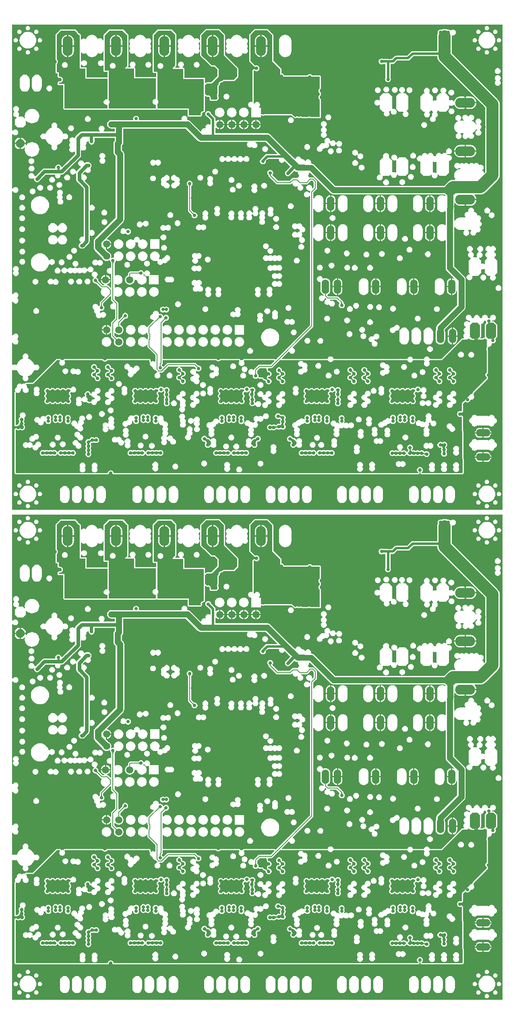
<source format=gbo>
G04 CAM350 V9.5 (Build 208) Date:  Fri Dec 30 15:14:26 2016 *
G04 Database: (Untitled) *
G04 Layer 4: L4 *
%FSTAX35Y35*%
%MOIN*%
%SFA1.000B1.000*%

%MIA0B0*%
%IPPOS*%
%ADD11C,0.01000*%
%ADD15C,0.02000*%
%ADD17C,0.00800*%
%ADD19C,0.01500*%
%ADD20C,0.02800*%
%ADD45C,0.03000*%
%ADD46C,0.02500*%
%ADD47C,0.05000*%
%ADD52O,0.06000X0.12000*%
%ADD56C,0.05906*%
%ADD107O,0.12000X0.06000*%
%ADD108O,0.16500X0.08250*%
%ADD161O,0.08250X0.16500*%
%ADD164C,0.02900*%
%ADD186C,0.10000*%
%ADD191C,0.04800*%
%LNL4*%
%LPD*%
G36*
X00027458Y00027913D02*
G01Y00142757D01*
X00027958Y00143024*
X00028446Y00142699*
X00029382Y00142512*
X00030319Y00142699*
X00030692Y00142948*
X00031277Y00142738*
X00031479Y00142077*
X00032175Y00140775*
X00033111Y00139633*
X00034253Y00138696*
X00035555Y00138*
X00036215Y001378*
X00036426Y00137214*
Y00137213*
X00036177Y00136841*
Y0013684*
X00035991Y00135904*
X00036177Y00134968*
X00036707Y00134174*
X00037501Y00133643*
X00038438Y00133457*
X00039374Y00133643*
X00040167Y00134174*
X00040698Y00134968*
X00040885Y00135904*
X00040698Y00136841*
X00040449Y00137214*
X00040659Y00137799*
X0004132Y00138*
X00042622Y00138696*
X00043764Y00139633*
X000447Y00140775*
X00045397Y00142077*
X00045597Y00142737*
X00046183Y00142948*
X00046556Y00142699*
X00047493Y00142512*
X00048429Y00142699*
X00049222Y00143229*
X00049753Y00144023*
X0004994Y00144959*
X00049753Y00145896*
X00049222Y0014669*
X00048429Y0014722*
X00048428*
X00047493Y00147406*
X00046556Y0014722*
X00046183Y00146971*
X00045597Y00147181*
X00045397Y00147842*
X000447Y00149144*
X00043764Y00150285*
X00042622Y00151222*
X0004132Y00151918*
X00040659Y0015212*
X00040449Y00152705*
X00040698Y00153078*
X00040885Y00154014*
X00040698Y00154951*
X00040167Y00155745*
X00039374Y00156275*
X00039373*
X00038438Y00156461*
X00037501Y00156275*
X00036707Y00155744*
X00036177Y00154951*
Y0015495*
X00035991Y00154014*
X00036177Y00153078*
X00036426Y00152705*
Y00152704*
X00036215Y00152119*
X00035555Y00151918*
X00034253Y00151222*
X00033111Y00150285*
X00032175Y00149144*
X00031479Y00147842*
X00031277Y0014718*
X00030692Y00146971*
X00030319Y0014722*
X00030318*
X00029382Y00147406*
X00028446Y0014722*
X00027958Y00146894*
X00027458Y00147162*
Y00147163*
Y00165224*
Y00165225*
X00027921Y00165346*
X00027957Y00165338*
X00028476Y00164563*
X0002927Y00164033*
X00030206Y00163847*
X00031143Y00164033*
X00031936Y00164563*
X00032467Y00165357*
X00032653Y00166294*
X00032467Y0016723*
X00031936Y00168024*
X00031683Y00168194*
Y00168195*
Y00168694*
X00031936Y00168863*
X00032467Y00169657*
X00032653Y00170594*
X00032467Y0017153*
X00031936Y00172324*
X00031143Y00172854*
X00030206Y00173041*
X00030205*
X0002927Y00172854*
X00028476Y00172323*
X00027957Y00171549*
X00027921Y00171542*
X00027458Y00171662*
Y00171663*
Y00199124*
Y00199125*
X00027921Y00199246*
X00027957Y00199238*
X00028476Y00198463*
X0002927Y00197933*
X00030206Y00197747*
X00031143Y00197933*
X00031936Y00198463*
X00032467Y00199257*
X00032653Y00200194*
X00032467Y0020113*
X00031936Y00201924*
X00031608Y00202144*
Y00202145*
Y00202644*
X00031936Y00202863*
X00032467Y00203657*
X00032653Y00204594*
X00032467Y0020553*
X00031936Y00206324*
X00031143Y00206854*
X00030206Y00207041*
X00030205*
X0002927Y00206854*
X00028476Y00206323*
X00027957Y00205549*
X00027921Y00205542*
X00027458Y00205662*
Y00205663*
Y00290314*
X00027922Y00290623*
X00027957Y00290619*
X00028463Y00289863*
X00029257Y00289333*
X00030194Y00289147*
X0003113Y00289333*
X00031923Y00289863*
X00032454Y00290657*
X00032641Y00291594*
X00032454Y0029253*
X00031923Y00293324*
X0003113Y00293854*
X00030194Y00294041*
X00030193*
X00029257Y00293854*
X00028463Y00293323*
X00027957Y00292568*
X00027922Y00292564*
X00027458Y00292874*
Y00292875*
Y00337717*
Y00337718*
X00027958Y0033787*
X00028163Y00337563*
X00028957Y00337033*
X00029894Y00336847*
X0003083Y00337033*
X00031623Y00337563*
X00032155Y00338357*
X00032341Y00339294*
X00032155Y0034023*
X00031623Y00341024*
X0003083Y00341554*
X00029894Y00341741*
X00029893*
X00028957Y00341554*
X00028163Y00341023*
X00027958Y00340717*
X00027458Y00340869*
Y0034087*
Y00428354*
Y00428355*
X00433367*
X00433399Y00428342*
Y00027425*
X00433398*
X00433389Y00027421*
X00027954*
X00027473Y00027433*
Y00027434*
X00027458Y00027913*
G37*
G36*
Y00432913D02*
G01Y00547757D01*
X00027958Y00548024*
X00028446Y00547698*
X00029382Y00547512*
X00030319Y00547698*
X00030692Y00547948*
X00031277Y00547738*
X00031479Y00547077*
X00032175Y00545775*
X00033111Y00544633*
X00034253Y00543696*
X00035555Y00543*
X00036215Y005428*
X00036426Y00542214*
Y00542213*
X00036177Y00541841*
Y0054184*
X00035991Y00540904*
X00036177Y00539968*
X00036707Y00539174*
X00037501Y00538643*
X00038438Y00538457*
X00039374Y00538643*
X00040167Y00539174*
X00040698Y00539968*
X00040885Y00540904*
X00040698Y00541841*
X00040449Y00542214*
X00040659Y00542799*
X0004132Y00543*
X00042622Y00543696*
X00043764Y00544633*
X000447Y00545775*
X00045397Y00547077*
X00045597Y00547737*
X00046183Y00547948*
X00046556Y00547698*
X00047493Y00547512*
X00048429Y00547698*
X00049222Y00548229*
X00049753Y00549023*
X0004994Y00549959*
X00049753Y00550896*
X00049222Y0055169*
X00048429Y0055222*
X00048428*
X00047493Y00552406*
X00046556Y0055222*
X00046183Y00551971*
X00045597Y00552181*
X00045397Y00552842*
X000447Y00554144*
X00043764Y00555285*
X00042622Y00556222*
X0004132Y00556918*
X00040659Y0055712*
X00040449Y00557705*
X00040698Y00558078*
X00040885Y00559014*
X00040698Y00559951*
X00040167Y00560745*
X00039374Y00561275*
X00039373*
X00038438Y00561461*
X00037501Y00561275*
X00036707Y00560744*
X00036177Y00559951*
Y0055995*
X00035991Y00559014*
X00036177Y00558078*
X00036426Y00557705*
Y00557704*
X00036215Y00557119*
X00035555Y00556918*
X00034253Y00556222*
X00033111Y00555285*
X00032175Y00554144*
X00031479Y00552842*
X00031277Y0055218*
X00030692Y00551971*
X00030319Y0055222*
X00030318*
X00029382Y00552406*
X00028446Y0055222*
X00027958Y00551894*
X00027458Y00552162*
Y00552163*
Y00570224*
Y00570225*
X00027921Y00570345*
X00027957Y00570338*
X00028476Y00569563*
X0002927Y00569033*
X00030206Y00568847*
X00031143Y00569033*
X00031936Y00569563*
X00032467Y00570357*
X00032653Y00571294*
X00032467Y0057223*
X00031936Y00573024*
X00031683Y00573194*
Y00573195*
Y00573694*
X00031936Y00573863*
X00032467Y00574657*
X00032653Y00575594*
X00032467Y0057653*
X00031936Y00577324*
X00031143Y00577854*
X00030206Y00578041*
X00030205*
X0002927Y00577854*
X00028476Y00577323*
X00027957Y00576549*
X00027921Y00576542*
X00027458Y00576662*
Y00576663*
Y00604124*
Y00604125*
X00027921Y00604246*
X00027957Y00604238*
X00028476Y00603463*
X0002927Y00602933*
X00030206Y00602747*
X00031143Y00602933*
X00031936Y00603463*
X00032467Y00604257*
X00032653Y00605194*
X00032467Y0060613*
X00031936Y00606924*
X00031608Y00607144*
Y00607145*
Y00607644*
X00031936Y00607863*
X00032467Y00608657*
X00032653Y00609594*
X00032467Y0061053*
X00031936Y00611324*
X00031143Y00611854*
X00030206Y00612041*
X00030205*
X0002927Y00611854*
X00028476Y00611323*
X00027957Y00610549*
X00027921Y00610542*
X00027458Y00610663*
Y00610664*
Y00695314*
X00027922Y00695623*
X00027957Y00695619*
X00028463Y00694863*
X00029257Y00694333*
X00030194Y00694147*
X0003113Y00694333*
X00031923Y00694863*
X00032454Y00695657*
X00032641Y00696594*
X00032454Y0069753*
X00031923Y00698324*
X0003113Y00698854*
X00030194Y00699041*
X00030193*
X00029257Y00698854*
X00028463Y00698323*
X00027957Y00697568*
X00027922Y00697564*
X00027458Y00697874*
Y00697875*
Y00742718*
Y00742719*
X00027958Y0074287*
X00028163Y00742563*
X00028957Y00742033*
X00029894Y00741847*
X0003083Y00742033*
X00031623Y00742563*
X00032155Y00743357*
X00032341Y00744294*
X00032155Y0074523*
X00031623Y00746024*
X0003083Y00746554*
X00029894Y00746741*
X00029893*
X00028957Y00746554*
X00028163Y00746023*
X00027958Y00745717*
X00027458Y00745869*
Y0074587*
Y00833354*
Y00833355*
X00433367*
X00433399Y00833342*
Y00432425*
X00433398*
X00433389Y00432421*
X00027954*
X00027473Y00432433*
Y00432434*
X00027458Y00432913*
G37*
%LPC*%
G36*
X00031745Y00421711D02*
G01X00032132Y00421132D01*
X00032711Y00420745*
X00033394Y00420609*
X00034076Y00420745*
X00034655Y00421132*
X00035042Y00421711*
X00035178Y00422394*
X00035042Y00423076*
X00034655Y00423655*
X00034076Y00424042*
X00033394Y00424178*
X00032711Y00424042*
X00032132Y00423655*
X00031745Y00423076*
X00031609Y00422394*
X00031745Y00421711*
G37*
G36*
X00028745Y00414711D02*
G01X00029132Y00414132D01*
X00029711Y00413745*
X00030394Y00413609*
X00031076Y00413745*
X00031655Y00414132*
X00032042Y00414711*
X00032178Y00415394*
X00032042Y00416077*
X00031655Y00416655*
X00031076Y00417042*
X00030394Y00417178*
X00029711Y00417042*
X00029132Y00416655*
X00028745Y00416077*
X00028609Y00415394*
X00028745Y00414711*
G37*
G36*
X00038745Y00424711D02*
G01X00039132Y00424132D01*
X00039711Y00423745*
X00040394Y00423609*
X00041076Y00423745*
X00041655Y00424132*
X00042042Y00424711*
X00042178Y00425394*
X00042042Y00426077*
X00041655Y00426655*
X00041076Y00427042*
X00040394Y00427178*
X00039711Y00427042*
X00039132Y00426655*
X00038745Y00426077*
X00038609Y00425394*
X00038745Y00424711*
G37*
G36*
X00045745Y00421711D02*
G01X00046132Y00421132D01*
X00046711Y00420745*
X00047394Y00420609*
X00048077Y00420745*
X00048655Y00421132*
X00049042Y00421711*
X00049178Y00422394*
X00049042Y00423076*
X00048655Y00423655*
X00048077Y00424042*
X00047394Y00424178*
X00046711Y00424042*
X00046132Y00423655*
X00045745Y00423076*
X00045609Y00422394*
X00045745Y00421711*
G37*
G36*
X00033588Y0041404D02*
G01X00033983Y00412738D01*
X00034624Y00411539*
X00035487Y00410487*
X00036539Y00409624*
X00037738Y00408983*
X0003904Y00408588*
X00040394Y00408455*
X00041747Y00408588*
X00043049Y00408983*
X00044249Y00409624*
X000453Y00410487*
X00046163Y00411539*
X00046804Y00412738*
X00047199Y0041404*
X00047333Y00415394*
X00047199Y00416747*
X00046804Y00418049*
X00046163Y00419249*
X000453Y004203*
X00044249Y00421163*
X00043049Y00421804*
X00041747Y00422199*
X00040394Y00422333*
X0003904Y00422199*
X00037738Y00421804*
X00036539Y00421163*
X00035487Y004203*
X00034624Y00419249*
X00033983Y00418049*
X00033588Y00416747*
X00033455Y00415394*
X00033588Y0041404*
G37*
G36*
X00031745Y00407711D02*
G01X00032132Y00407132D01*
X00032711Y00406745*
X00033394Y00406609*
X00034076Y00406745*
X00034655Y00407132*
X00035042Y00407711*
X00035178Y00408394*
X00035042Y00409076*
X00034655Y00409655*
X00034076Y00410042*
X00033394Y00410178*
X00032711Y00410042*
X00032132Y00409655*
X00031745Y00409076*
X00031609Y00408394*
X00031745Y00407711*
G37*
G36*
X00038745Y00404711D02*
G01X00039132Y00404132D01*
X00039711Y00403745*
X00040394Y00403609*
X00041076Y00403745*
X00041655Y00404132*
X00042042Y00404711*
X00042178Y00405394*
X00042042Y00406076*
X00041655Y00406655*
X00041076Y00407042*
X00040394Y00407178*
X00039711Y00407042*
X00039132Y00406655*
X00038745Y00406076*
X00038609Y00405394*
X00038745Y00404711*
G37*
G36*
X00033897Y0037585D02*
G01X000343Y00374876D01*
X00034941Y00374041*
X00035776Y003734*
X0003675Y00372997*
X00037794Y00372859*
X00038838Y00372997*
X00039811Y003734*
X00040646Y00374041*
X00041288Y00374876*
X00041691Y0037585*
X00041828Y00376894*
Y00382894*
X00041691Y00383938*
X00041288Y00384911*
X00040646Y00385747*
X00039811Y00386388*
X00038838Y00386791*
X00037794Y00386928*
X0003675Y00386791*
X00035776Y00386388*
X00034941Y00385747*
X000343Y00384911*
X00033897Y00383938*
X00033759Y00382894*
Y00376894*
X00033897Y0037585*
G37*
G36*
X00048745Y00414711D02*
G01X00049132Y00414132D01*
X00049711Y00413745*
X00050394Y00413609*
X00051077Y00413745*
X00051655Y00414132*
X00052042Y00414711*
X00052178Y00415394*
X00052042Y00416077*
X00051655Y00416655*
X00051077Y00417042*
X00050394Y00417178*
X00049711Y00417042*
X00049132Y00416655*
X00048745Y00416077*
X00048609Y00415394*
X00048745Y00414711*
G37*
G36*
X00045745Y00407711D02*
G01X00046132Y00407132D01*
X00046711Y00406745*
X00047394Y00406609*
X00048077Y00406745*
X00048655Y00407132*
X00049042Y00407711*
X00049178Y00408394*
X00049042Y00409076*
X00048655Y00409655*
X00048077Y00410042*
X00047394Y00410178*
X00046711Y00410042*
X00046132Y00409655*
X00045745Y00409076*
X00045609Y00408394*
X00045745Y00407711*
G37*
G36*
X00043897Y0037585D02*
G01X000443Y00374876D01*
X00044941Y00374041*
X00045776Y003734*
X00046749Y00372997*
X00047794Y00372859*
X00048838Y00372997*
X00049811Y003734*
X00050647Y00374041*
X00051288Y00374876*
X00051691Y0037585*
X00051828Y00376894*
Y00382894*
X00051691Y00383938*
X00051288Y00384911*
X00050647Y00385747*
X00049811Y00386388*
X00048838Y00386791*
X00047794Y00386928*
X00046749Y00386791*
X00045776Y00386388*
X00044941Y00385747*
X000443Y00384911*
X00043897Y00383938*
X00043759Y00382894*
Y00376894*
X00043897Y0037585*
G37*
G36*
X00028333Y00353357D02*
G01X00028863Y00352563D01*
X00029657Y00352033*
X00030594Y00351847*
X00030625Y00351853*
X00030626*
X00030862Y00351413*
Y00351412*
X00029494Y00350044*
Y00345544*
X00031744Y00343294*
X00036244*
X00038494Y00345544*
Y00348905*
Y00348906*
X00038993Y00349085*
X00038994*
X00039531Y0034843*
X00040444Y00347681*
X00041486Y00347124*
X00042617Y0034678*
X00043794Y00346665*
X0004497Y0034678*
X00046101Y00347124*
X00047143Y00347681*
X00048057Y0034843*
X00048807Y00349344*
X00049364Y00350387*
X00049707Y00351518*
X00049823Y00352694*
X00049707Y0035387*
X00049364Y00355001*
X00048807Y00356043*
X00048057Y00356957*
X00047143Y00357707*
X00046101Y00358264*
X0004497Y00358607*
X00043794Y00358723*
X00042617Y00358607*
X00041486Y00358264*
X00040444Y00357707*
X00039531Y00356957*
X00038781Y00356043*
X00038224Y00355001*
X00037881Y0035387*
X00037765Y00352694*
X00037881Y00351518*
X00037947Y00351297*
X00037946*
X00037505Y00351032*
X00036244Y00352294*
X00032745*
X00032478Y00352794*
X00032855Y00353357*
X00033041Y00354294*
X00032855Y0035523*
X00032324Y00356024*
X0003207Y00356194*
Y00356694*
X00032324Y00356863*
X00032855Y00357657*
X00033041Y00358594*
X00032855Y0035953*
X00032324Y00360324*
X0003153Y00360854*
X00030594Y00361041*
X00029657Y00360854*
X00028863Y00360324*
X00028333Y0035953*
X00028147Y00358594*
X00028333Y00357657*
X00028863Y00356863*
X00029117Y00356694*
Y00356194*
X00028863Y00356024*
X00028333Y0035523*
X00028147Y00354294*
X00028333Y00353357*
G37*
G36*
X00041172Y00308369D02*
G01X00041703Y00307575D01*
X00042497Y00307045*
X00043433Y00306858*
X0004437Y00307045*
X00045163Y00307575*
X00045694Y00308369*
X0004588Y00309305*
X00045694Y00310242*
X00045163Y00311036*
X0004437Y00311566*
X00043433Y00311752*
X00042497Y00311566*
X00041703Y00311036*
X00041172Y00310242*
X00040986Y00309305*
X00041172Y00308369*
G37*
G36*
X00055883Y00374607D02*
G01X00056413Y00373813D01*
X00057207Y00373283*
X00058144Y00373097*
X0005908Y00373283*
X00059874Y00373813*
X00060404Y00374607*
X00060591Y00375544*
X00060404Y0037648*
X00059874Y00377274*
X0005908Y00377804*
X00058144Y00377991*
X00057207Y00377804*
X00056413Y00377274*
X00055883Y0037648*
X00055697Y00375544*
X00055883Y00374607*
G37*
G36*
X00124533Y00405757D02*
G01X00125063Y00404963D01*
X00125857Y00404433*
X00126794Y00404247*
X0012773Y00404433*
X00128154Y00404716*
X00128632Y00404571*
X00128917Y00403884*
X00129738Y00402813*
X00130809Y00401992*
X00132056Y00401476*
X00133394Y00401299*
X00134732Y00401476*
X00135978Y00401992*
X00137049Y00402813*
X0013787Y00403884*
X001381Y00404438*
X00138719Y00404626*
X00139157Y00404333*
X00140094Y00404147*
X0014103Y00404333*
X00141824Y00404863*
X00142354Y00405657*
X00142541Y00406594*
X00142354Y0040753*
X00141824Y00408324*
X0014183Y00408922*
X00142254Y00409557*
X00142441Y00410494*
X00142254Y0041143*
X00141724Y00412224*
X0014172Y00412227*
Y00412727*
X00141924Y00412863*
X00142454Y00413657*
X00142641Y00414594*
X00142454Y0041553*
X00141924Y00416324*
X0014113Y00416854*
X00140194Y00417041*
X00139257Y00416854*
X00138741Y00416509*
X00138135Y00416664*
X0013787Y00417303*
X00137049Y00418374*
X00135978Y00419195*
X00134732Y00419712*
X00133394Y00419888*
X00132056Y00419712*
X00130809Y00419195*
X00129738Y00418374*
X00128917Y00417303*
X001286Y00416538*
X00128122Y00416393*
X0012773Y00416654*
X00126794Y00416841*
X00125857Y00416654*
X00125063Y00416124*
X00124533Y0041533*
X00124347Y00414394*
X00124533Y00413457*
X00125063Y00412663*
Y00412224*
X00124533Y0041143*
X00124347Y00410494*
X00124533Y00409557*
X00125063Y00408763*
Y00408424*
X00124533Y0040763*
X00124347Y00406694*
X00124533Y00405757*
G37*
G36*
X00137933Y00394157D02*
G01X00138463Y00393363D01*
X00139257Y00392833*
X00140194Y00392647*
X0014113Y00392833*
X00141924Y00393363*
X00142454Y00394157*
X00142641Y00395094*
X00142454Y0039603*
X00141924Y00396824*
X0014113Y00397354*
X00140194Y00397541*
X00139257Y00397354*
X00138463Y00396824*
X00137933Y0039603*
X00137747Y00395094*
X00137933Y00394157*
G37*
G36*
X00177933D02*
G01X00178463Y00393363D01*
X00179257Y00392833*
X00180194Y00392647*
X0018113Y00392833*
X00181924Y00393363*
X00182454Y00394157*
X00182641Y00395094*
X00182454Y0039603*
X00181924Y00396824*
X0018113Y00397354*
X00180194Y00397541*
X00179257Y00397354*
X00178463Y00396824*
X00177933Y0039603*
X00177747Y00395094*
X00177933Y00394157*
G37*
G36*
X00204533Y00405757D02*
G01X00205063Y00404963D01*
X00205857Y00404433*
X00206794Y00404247*
X0020773Y00404433*
X00208154Y00404716*
X00208632Y00404571*
X00208917Y00403884*
X00209738Y00402813*
X00210809Y00401992*
X00212056Y00401476*
X00213394Y00401299*
X00214732Y00401476*
X00215978Y00401992*
X00217049Y00402813*
X0021787Y00403884*
X002181Y00404438*
X00218719Y00404626*
X00219157Y00404333*
X00220094Y00404147*
X0022103Y00404333*
X00221824Y00404863*
X00222354Y00405657*
X00222541Y00406594*
X00222354Y0040753*
X00221824Y00408324*
X0022183Y00408922*
X00222254Y00409557*
X00222441Y00410494*
X00222254Y0041143*
X00221724Y00412224*
X0022172Y00412227*
Y00412727*
X00221924Y00412863*
X00222454Y00413657*
X00222641Y00414594*
X00222454Y0041553*
X00221924Y00416324*
X0022113Y00416854*
X00220194Y00417041*
X00219257Y00416854*
X00218741Y00416509*
X00218135Y00416664*
X0021787Y00417303*
X00217049Y00418374*
X00215978Y00419195*
X00214732Y00419712*
X00213394Y00419888*
X00212056Y00419712*
X00210809Y00419195*
X00209738Y00418374*
X00208917Y00417303*
X002086Y00416538*
X00208122Y00416393*
X0020773Y00416654*
X00206794Y00416841*
X00205857Y00416654*
X00205063Y00416124*
X00204533Y0041533*
X00204347Y00414394*
X00204533Y00413457*
X00205063Y00412663*
Y00412224*
X00204533Y0041143*
X00204347Y00410494*
X00204533Y00409557*
X00205063Y00408763*
Y00408424*
X00204533Y0040763*
X00204347Y00406694*
X00204533Y00405757*
G37*
G36*
X00063352Y00388603D02*
G01X00063573Y00388273D01*
X00063903Y00388052*
X00064294Y00387974*
X00064973*
X00064974*
Y00385552*
X00064984Y00385502*
X00064979Y00385452*
X00065022Y00385308*
X00065052Y00385161*
X0006508Y00385119*
X00065095Y00385071*
X00065189Y00384955*
X00065273Y00384831*
X00065315Y00384803*
X00065347Y00384764*
X00065847Y00384353*
X00065891Y00384329*
X00065927Y00384294*
X00066066Y00384236*
X00066198Y00384166*
X00066248Y00384161*
X00066295Y00384141*
X00066445*
X00066594Y00384127*
X00066642Y00384141*
X00066693*
X00066994Y00384201*
X00067532Y00384094*
X00067989Y00383789*
X00068294Y00383332*
X00068401Y00382794*
X00068294Y00382255*
X00067989Y00381799*
X00067532Y00381493*
X00066994Y00381386*
X00066693Y00381446*
X00066642*
X00066594Y00381461*
X00066445Y00381446*
X00066295*
X00066248Y00381427*
X00066198Y00381422*
X00066066Y00381351*
X00065927Y00381294*
X00065891Y00381258*
X00065847Y00381234*
X00065347Y00380824*
X00065315Y00380785*
X00065273Y00380757*
X00065189Y00380632*
X00065095Y00380516*
X0006508Y00380468*
X00065052Y00380426*
X00065022Y00380279*
X00064979Y00380136*
X00064984Y00380085*
X00064974Y00380036*
Y00379194*
X00065052Y00378803*
X00065273Y00378473*
X00065604Y00378252*
X00065994Y00378174*
X00069773*
X00069774*
Y00359094*
X00069852Y00358703*
X00070073Y00358373*
X00070403Y00358152*
X00070794Y00358074*
X00106294*
X00106684Y00358152*
X00106843Y00358259*
X00106844*
X00107003Y00358152*
X00107394Y00358074*
X00146194*
X00146584Y00358152*
X00146893Y00358359*
X00146894*
X00147204Y00358152*
X00147594Y00358074*
X00172473*
X00172474*
Y00353194*
X00172552Y00352803*
X00172773Y00352473*
X00173103Y00352252*
X00173494Y00352174*
X0018324*
X00183373Y00352201*
X00183509Y0035221*
X00183567Y00352239*
X0018363Y00352252*
X00183743Y00352327*
X00183864Y00352388*
X00183907Y00352437*
X00183961Y00352473*
X00184036Y00352586*
X00184125Y00352688*
X00184411Y00353188*
X00184463Y00353344*
X00184526Y00353495*
Y00353531*
X00184537Y00353566*
X00184526Y00353729*
Y00353893*
X00184406Y00354494*
X00184513Y00355032*
X00184818Y00355489*
X00185275Y00355794*
X00186012Y00355941*
X00186059Y0035596*
X00186109Y00355965*
X00186241Y00356036*
X0018638Y00356093*
X00186416Y00356129*
X0018646Y00356153*
X00186741Y00356383*
X00186773Y00356422*
X00186815Y0035645*
X00186898Y00356574*
X00186993Y0035669*
X00187008Y00356738*
X00187036Y00356781*
X00187065Y00356927*
X00187108Y00357071*
X00187103Y00357121*
X00187113Y00357171*
Y00369178*
Y00369179*
X00187574Y0036937*
X00187575*
X00187986Y00368959*
X0018807Y00368904*
X00188141Y00368833*
X00188233Y00368794*
X00188317Y00368738*
X00188415Y00368719*
X00188508Y0036868*
X00188609*
X00188707Y00368661*
X00188806Y0036868*
X00188906*
X00189513Y00368801*
X00190052Y00368694*
X00190509Y00368389*
X00190814Y00367932*
X00190921Y00367394*
X001908Y00366786*
Y00366686*
X0019078Y00366587*
X001908Y00366489*
Y00366389*
X00190838Y00366296*
X00190858Y00366197*
X00190914Y00366114*
X00190952Y00366021*
X00191023Y0036595*
X00191079Y00365866*
X00191473Y00365473*
X00191804Y00365252*
X00192194Y00365174*
X00196394*
X00196784Y00365252*
X00197115Y00365473*
X00198115Y00366473*
X00198336Y00366804*
X00198413Y00367194*
Y00368125*
X00198394Y00368224*
Y00368324*
X00198355Y00368417*
X00198336Y00368515*
X0019828Y00368599*
X00198241Y00368691*
X00197956Y00369118*
X00197849Y00369657*
X00197956Y00370195*
X00198241Y00370622*
X0019828Y00370715*
X00198336Y00370798*
X00198355Y00370897*
X00198394Y00370989*
Y0037109*
X00198413Y00371188*
Y00377571*
X00198925Y00378083*
X00198981Y00378167*
X00199052Y00378238*
X0019909Y00378331*
X00199146Y00378414*
X00199166Y00378513*
X00199204Y00378605*
Y00378706*
X00199224Y00378804*
X00199204Y00378903*
Y00379003*
X00199186Y00379094*
X00199293Y00379632*
X00199599Y00380089*
X00200055Y00380394*
X00200594Y00380501*
X00200684Y00380483*
X00200785*
X00200883Y00380464*
X00200982Y00380483*
X00201082*
X00201175Y00380522*
X00201273Y00380541*
X00201357Y00380597*
X0020145Y00380635*
X00201521Y00380706*
X00201604Y00380762*
X00202316Y00381474*
X00210794*
X00211184Y00381552*
X00211515Y00381773*
X00214315Y00384573*
X00214536Y00384904*
X00214613Y00385294*
Y00391794*
X00214536Y00392184*
X00214315Y00392515*
X00206715Y00400115*
X00203513Y00403316*
Y00419594*
X00203436Y00419984*
X00203215Y00420315*
X00199215Y00424315*
X00198884Y00424536*
X00198494Y00424613*
X00187994*
X00187603Y00424536*
X00187273Y00424315*
X00183373Y00420415*
X00183152Y00420084*
X00183074Y00419694*
Y00414979*
Y00414978*
X00183073*
X00182575Y00414929*
X00182574*
Y0041493*
X00182454Y0041553*
X00181924Y00416324*
X0018113Y00416854*
X00180194Y00417041*
X00179257Y00416854*
X00178741Y00416509*
X00178135Y00416664*
X0017787Y00417303*
X00177049Y00418374*
X00175978Y00419195*
X00174732Y00419712*
X00173394Y00419888*
X00172056Y00419712*
X00170809Y00419195*
X00169738Y00418374*
X00168917Y00417303*
X001686Y00416538*
X00168122Y00416393*
X0016773Y00416654*
X00166794Y00416841*
X00165857Y00416654*
X00165063Y00416124*
X00164533Y0041533*
X00164347Y00414394*
X00164533Y00413457*
X00165063Y00412663*
Y00412224*
X00164533Y0041143*
X00164347Y00410494*
X00164533Y00409557*
X00165063Y00408763*
Y00408424*
X00164533Y0040763*
X00164347Y00406694*
X00164533Y00405757*
X00165063Y00404963*
X00165857Y00404433*
X00166794Y00404247*
X0016773Y00404433*
X00168154Y00404716*
X00168632Y00404571*
X00168917Y00403884*
X00169738Y00402813*
X00170809Y00401992*
X00172056Y00401476*
X00173394Y00401299*
X00174732Y00401476*
X00175978Y00401992*
X00177049Y00402813*
X0017787Y00403884*
X001781Y00404438*
X00178719Y00404626*
X00179157Y00404333*
X00180094Y00404147*
X0018103Y00404333*
X00181824Y00404863*
X00182354Y00405657*
X00182541Y00406594*
X00182354Y0040753*
X00181824Y00408324*
X0018183Y00408922*
X00182254Y00409557*
X00182441Y00410494*
X00182254Y0041143*
X00181724Y00412224*
X0018172Y00412227*
Y00412727*
X00181924Y00412863*
X00182454Y00413657*
X00182574Y00414258*
Y00414259*
X00182575*
X00183073Y0041421*
X00183074*
Y00414209*
Y00402994*
X00183152Y00402603*
X00183373Y00402273*
X00186073Y00399573*
X00191872Y00393773*
X00192203Y00393552*
X00192593Y00393474*
X00194971*
X00197174Y00391271*
Y00385855*
X00191932Y00380613*
X00188594*
X00188204Y00380536*
X00187873Y00380315*
X00187575Y00380017*
X00187113Y00380208*
Y00380209*
Y00383394*
X00187036Y00383784*
X00186815Y00384115*
X00186484Y00384336*
X00186094Y00384413*
X00169914*
X00169913*
Y00384414*
Y00391694*
X00169836Y00392084*
X00169615Y00392415*
X00169284Y00392636*
X00168894Y00392713*
X00168552*
Y00392714*
X001684Y00393213*
X00168924Y00393563*
X00169454Y00394357*
X00169641Y00395294*
X00169454Y0039623*
X00168924Y00397024*
X0016813Y00397554*
X00167194Y00397741*
X00166257Y00397554*
X00165463Y00397024*
X00164933Y0039623*
X00164747Y00395294*
X00164933Y00394357*
X00165463Y00393563*
X00165986Y00393213*
X00165987*
X00165836Y00392713*
X00165835*
X00162609*
X00162417Y00393175*
X00163115Y00393873*
X00163336Y00394203*
X00163413Y00394594*
Y00419794*
X00163336Y00420184*
X00163115Y00420515*
X00159515Y00424115*
X00159184Y00424336*
X00158794Y00424413*
X00148394*
X00148003Y00424336*
X00147673Y00424115*
X00143973Y00420415*
X00143752Y00420084*
X00143674Y00419694*
Y00389394*
X00143752Y00389003*
X00143973Y00388673*
X00144304Y00388452*
X00144694Y00388374*
X00146573*
X00146574*
Y00385326*
X00146194Y00385013*
X00129414*
X00129413*
Y00385014*
Y00391894*
X00129336Y00392284*
X00129115Y00392615*
X00128784Y00392836*
X00128746Y00392843*
Y00392844*
X0012864Y00393374*
X00128924Y00393563*
X00129454Y00394357*
X00129641Y00395294*
X00129454Y0039623*
X00128924Y00397024*
X0012813Y00397554*
X00127194Y00397741*
X00126257Y00397554*
X00125463Y00397024*
X00124933Y0039623*
X00124747Y00395294*
X00124933Y00394357*
X00125463Y00393563*
X00125687Y00393413*
X00125688*
X00125536Y00392913*
X00125535*
X00123309*
X00123117Y00393375*
X00123315Y00393573*
X00123536Y00393903*
X00123613Y00394294*
Y00419594*
X00123536Y00419984*
X00123315Y00420315*
X00123106Y00420523*
X00123023Y00420579*
X00122952Y0042065*
X00122859Y00420688*
X00122775Y00420744*
X00122677Y00420764*
X00122584Y00420802*
X00122571Y00420805*
X00122114Y0042111*
X00121809Y00421566*
X00121806Y0042158*
X00121768Y00421673*
X00121748Y00421771*
X00121693Y00421855*
X00121654Y00421947*
X00121583Y00422018*
X00121527Y00422102*
X00119515Y00424115*
X00119184Y00424336*
X00118794Y00424413*
X00107994*
X00107604Y00424336*
X00107273Y00424115*
X00103273Y00420115*
X00103052Y00419784*
X00102974Y00419394*
Y00415482*
Y00415481*
X00102973*
X00102475Y00415431*
X00102474*
Y00415432*
X00102454Y0041553*
X00101924Y00416324*
X0010113Y00416854*
X00100194Y00417041*
X00099257Y00416854*
X00098741Y00416509*
X00098135Y00416664*
X0009787Y00417303*
X00097049Y00418374*
X00095978Y00419195*
X00094732Y00419712*
X00093394Y00419888*
X00092056Y00419712*
X00090809Y00419195*
X00089739Y00418374*
X00088917Y00417303*
X000886Y00416538*
X00088122Y00416393*
X0008773Y00416654*
X00086794Y00416841*
X00085857Y00416654*
X00085063Y00416124*
X00084913Y00415899*
X00084912*
X00084413Y00416051*
Y00416052*
Y00419294*
X00084336Y00419684*
X00084115Y00420015*
X00083502Y00420627*
X00083419Y00420683*
X00083347Y00420754*
X00083255Y00420792*
X00083171Y00420848*
X00083073Y00420868*
X0008298Y00420906*
X0008286Y0042093*
X00082404Y00421235*
X00082099Y00421692*
X00082075Y00421811*
X00082036Y00421904*
X00082017Y00422003*
X00081961Y00422086*
X00081923Y00422179*
X00081852Y0042225*
X00081796Y00422334*
X00080015Y00424115*
X00079684Y00424336*
X00079294Y00424413*
X00067894*
X00067503Y00424336*
X00067173Y00424115*
X00063573Y00420515*
X00063352Y00420184*
X00063274Y00419794*
Y00399555*
X00063294Y00399457*
Y00399357*
X00063332Y00399264*
X00063352Y00399165*
X00063407Y00399082*
X00063446Y00398989*
X00063517Y00398918*
X00063573Y00398834*
X00063656Y00398779*
X00063727Y00398708*
X00063835Y00398636*
X0006414Y00398179*
X00064247Y0039764*
X0006414Y00397102*
X00063835Y00396645*
X00063727Y00396573*
X00063656Y00396502*
X00063573Y00396446*
X00063517Y00396363*
X00063446Y00396292*
X00063407Y00396199*
X00063352Y00396116*
X00063332Y00396017*
X00063294Y00395924*
Y00395824*
X00063274Y00395725*
Y00388994*
X00063352Y00388603*
G37*
G36*
X00073887Y00341641D02*
G01X00074417Y00340847D01*
X00075211Y00340317*
X00076148Y0034013*
X00077084Y00340317*
X00077878Y00340847*
X00078408Y00341641*
X00078594Y00342577*
X00078408Y00343514*
X00077878Y00344307*
X00077084Y00344838*
X00076148Y00345024*
X00075211Y00344838*
X00074417Y00344307*
X00073887Y00343514*
X000737Y00342577*
X00073887Y00341641*
G37*
G36*
X00050978Y00334957D02*
G01X00051508Y00334163D01*
X00052302Y00333633*
X00053239Y00333447*
X00054175Y00333633*
X00054548Y00333882*
X00055134Y00333672*
X00055335Y00333011*
X00056031Y00331709*
X00056968Y00330568*
X00058109Y00329631*
X00059411Y00328935*
X00060072Y00328734*
X00060282Y00328148*
X00060033Y00327775*
X00059847Y00326839*
X00060033Y00325902*
X00060563Y00325108*
X00061357Y00324578*
X00062294Y00324392*
X0006323Y00324578*
X00064024Y00325108*
X00064554Y00325902*
X00064741Y00326839*
X00064554Y00327775*
X00064305Y00328148*
X00064515Y00328734*
X00065176Y00328935*
X00066478Y00329631*
X0006762Y00330568*
X00068557Y00331709*
X00069253Y00333011*
X00069453Y00333672*
X00070039Y00333882*
X00070412Y00333633*
X00071349Y00333447*
X00072285Y00333633*
X00073079Y00334163*
X0007361Y00334957*
X00073796Y00335894*
X0007361Y0033683*
X00073079Y00337624*
X00072285Y00338154*
X00071349Y00338341*
X00070412Y00338154*
X00070039Y00337905*
X00069453Y00338115*
X00069253Y00338776*
X00068557Y00340078*
X0006762Y0034122*
X00066478Y00342157*
X00065176Y00342853*
X00064515Y00343053*
X00064305Y00343639*
X00064554Y00344012*
X00064741Y00344949*
X00064554Y00345885*
X00064024Y00346679*
X0006323Y0034721*
X00062294Y00347396*
X00061357Y0034721*
X00060563Y00346679*
X00060033Y00345885*
X00059847Y00344949*
X00060033Y00344012*
X00060282Y00343639*
X00060072Y00343053*
X00059411Y00342853*
X00058109Y00342157*
X00056968Y0034122*
X00056031Y00340078*
X00055335Y00338776*
X00055134Y00338115*
X00054548Y00337905*
X00054175Y00338154*
X00053239Y00338341*
X00052302Y00338154*
X00051508Y00337624*
X00050978Y0033683*
X00050792Y00335894*
X00050978Y00334957*
G37*
G36*
X00065993Y00230945D02*
G01X00066523Y00230151D01*
X00067317Y00229621*
X00068254Y00229435*
X0006919Y00229621*
X00069984Y00230151*
X00070515Y00230945*
X00070701Y00231882*
X00070515Y00232818*
X00069984Y00233612*
X0006919Y00234142*
X00068254Y00234329*
X00067317Y00234142*
X00066523Y00233612*
X00065993Y00232818*
X00065807Y00231882*
X00065993Y00230945*
G37*
G36*
X00062786Y00224079D02*
G01X00063316Y00223285D01*
X0006411Y00222755*
X00065046Y00222569*
X00065983Y00222755*
X00066777Y00223285*
X00067307Y00224079*
X00067493Y00225016*
X00067307Y00225952*
X00066777Y00226746*
X00065983Y00227276*
X00065046Y00227463*
X0006411Y00227276*
X00063316Y00226746*
X00062786Y00225952*
X00062599Y00225016*
X00062786Y00224079*
G37*
G36*
X00056946Y00214957D02*
G01X00057476Y00214163D01*
X0005827Y00213633*
X00059206Y00213447*
X00060143Y00213633*
X00060937Y00214163*
X00060989Y00214243*
X00061489*
X00061676Y00213963*
X0006247Y00213433*
X00063406Y00213247*
X00064343Y00213433*
X00065137Y00213963*
X00065667Y00214757*
X00065853Y00215694*
X00065667Y0021663*
X00065137Y00217424*
X00064343Y00217954*
X00063406Y00218141*
X0006247Y00217954*
X00061676Y00217424*
X00061623Y00217345*
X00061123*
X00060937Y00217624*
X00060143Y00218154*
X00059206Y00218341*
X0005827Y00218154*
X00057476Y00217624*
X00056946Y0021683*
X00056759Y00215894*
X00056946Y00214957*
G37*
G36*
X00076331Y00240558D02*
G01X00076861Y00239764D01*
X00077655Y00239233*
X00078591Y00239047*
X00079528Y00239233*
X00080322Y00239764*
X00080852Y00240558*
X00081038Y00241494*
X00080852Y0024243*
X00080322Y00243224*
X00079528Y00243755*
X00078591Y00243941*
X00077655Y00243755*
X00076861Y00243224*
X00076331Y0024243*
X00076144Y00241494*
X00076331Y00240558*
G37*
G36*
X00072562Y00235341D02*
G01X00073093Y00234547D01*
X00073887Y00234016*
X00074823Y0023383*
X00075759Y00234016*
X00076553Y00234547*
X00077084Y00235341*
X0007727Y00236277*
X00077084Y00237214*
X00076553Y00238007*
X00075759Y00238538*
X00074823Y00238724*
X00073887Y00238538*
X00073093Y00238007*
X00072562Y00237214*
X00072376Y00236277*
X00072562Y00235341*
G37*
G36*
X00077562Y00229575D02*
G01X00078092Y00228782D01*
X00078886Y00228251*
X00079823Y00228065*
X00080759Y00228251*
X00081553Y00228782*
X00082084Y00229575*
X0008227Y00230512*
X00082084Y00231448*
X00081553Y00232242*
X00080759Y00232773*
X00079823Y00232959*
X00078886Y00232773*
X00078092Y00232242*
X00077562Y00231448*
X00077376Y00230512*
X00077562Y00229575*
G37*
G36*
X00093824Y00230684D02*
G01X00094354Y00229891D01*
X00095148Y0022936*
X00096085Y00229174*
X00097021Y0022936*
X00097815Y00229891*
X00098249*
X00098395Y00229673*
X00099188Y00229142*
X00100125Y00228956*
X00101061Y00229142*
X00101855Y00229673*
X00102386Y00230466*
X00102572Y00231403*
X00102386Y00232339*
X00101855Y00233133*
X00101061Y00233664*
X00100125Y0023385*
X00099188Y00233664*
X0009851Y0023321*
X00097908Y00233212*
X00097815Y00233351*
X00097021Y00233882*
X00096085Y00234068*
X00095148Y00233882*
X00094354Y00233351*
X00093824Y00232557*
X00093638Y00231621*
X00093824Y00230684*
G37*
G36*
X00068312Y00224172D02*
G01X00068843Y00223378D01*
X00069637Y00222847*
X00070573Y00222661*
X00071509Y00222847*
X00072303Y00223378*
X00072834Y00224172*
X00072895Y00224476*
Y00224477*
X00073403*
X00073404*
X00073467Y00224162*
X00073997Y00223368*
X00074791Y00222838*
X00075728Y00222651*
X00076664Y00222838*
X00077147Y0022316*
X00077603Y00223378*
X00078397Y00222847*
X00079333Y00222661*
X0008027Y00222847*
X00081064Y00223378*
X00081591Y00223267*
X00082233Y00222838*
X00083169Y00222651*
X00084106Y00222838*
X00084859Y00223341*
X00085197Y00223467*
X00085376*
X0008617Y00222936*
X00087106Y0022275*
X00088043Y00222936*
X00088837Y00223467*
X00089367Y0022426*
X00089484Y00224849*
Y0022485*
X00089779Y00224917*
X00090005Y00224903*
X00090497Y00224165*
X00091291Y00223635*
X00092228Y00223449*
X00093164Y00223635*
X00093958Y00224165*
X00094488Y00224959*
X00094675Y00225896*
X00094488Y00226832*
X00093958Y00227626*
X00093164Y00228156*
X00092228Y00228343*
X00091291Y00228156*
X00090497Y00227626*
X00089967Y00226832*
X0008985Y00226242*
X00089555Y00226176*
X00089329Y0022619*
X00088837Y00226927*
X00088043Y00227458*
X00087106Y00227644*
X0008617Y00227458*
X00085376Y00226927*
X00084768Y00226917*
X00084106Y00227359*
X00083169Y00227545*
X00082233Y00227359*
X00081439Y00226829*
X00080912Y0022694*
X0008027Y00227369*
X00079333Y00227555*
X00078397Y00227369*
X00077914Y00227046*
X00077458Y00226829*
X00076664Y00227359*
X00075728Y00227545*
X00074791Y00227359*
X00073997Y00226829*
X00073467Y00226035*
X00073406Y0022573*
X00073405*
X00072896*
Y00225731*
X00072834Y00226045*
X00072303Y00226838*
X00071509Y00227369*
X00070573Y00227555*
X00069637Y00227369*
X00068843Y00226838*
X00068312Y00226045*
X00068126Y00225108*
X00068312Y00224172*
G37*
G36*
X00073822Y0021491D02*
G01X00074352Y00214116D01*
X00075146Y00213586*
X00076083Y00213399*
X00077019Y00213586*
X00077813Y00214116*
X00078343Y0021491*
X0007853Y00215846*
X00078343Y00216783*
X00077813Y00217577*
X00077019Y00218107*
X00076083Y00218293*
X00075146Y00218107*
X00074352Y00217577*
X00073822Y00216783*
X00073636Y00215846*
X00073822Y0021491*
G37*
G36*
X00080646Y00214957D02*
G01X00081176Y00214163D01*
X0008197Y00213633*
X00082906Y00213447*
X00083843Y00213633*
X00084637Y00214163*
X00085167Y00214957*
X00085353Y00215894*
X00085167Y0021683*
X00084637Y00217624*
X00083843Y00218154*
X00082906Y00218341*
X0008197Y00218154*
X00081176Y00217624*
X00080646Y0021683*
X00080459Y00215894*
X00080646Y00214957*
G37*
G36*
X00087601Y00215008D02*
G01X00088132Y00214215D01*
X00088926Y00213684*
X00089862Y00213498*
X00090799Y00213684*
X00091593Y00214215*
X00092123Y00215008*
X00092309Y00215945*
X00092123Y00216881*
X00091593Y00217675*
X00090799Y00218206*
X00089862Y00218392*
X00088926Y00218206*
X00088132Y00217675*
X00087601Y00216881*
X00087415Y00215945*
X00087601Y00215008*
G37*
G36*
X00087783Y00349421D02*
G01X00088313Y00348627D01*
X00089107Y00348097*
X00090043Y0034791*
X0009098Y00348097*
X00091774Y00348627*
X00092304Y00349421*
X0009249Y00350358*
X00092304Y00351294*
X00091774Y00352088*
X0009098Y00352618*
X00090043Y00352804*
X00089107Y00352618*
X00088313Y00352088*
X00087783Y00351294*
X00087596Y00350358*
X00087783Y00349421*
G37*
G36*
X00099832Y00314635D02*
G01X00100362Y00313841D01*
X00101156Y00313311*
X00102092Y00313124*
X00103029Y00313311*
X00103823Y00313841*
X00104353Y00314635*
X00104539Y00315571*
X00104353Y00316508*
X00103823Y00317302*
X00103643Y00317422*
Y00317922*
X0010378Y00318014*
X00104311Y00318808*
X00104497Y00319744*
X00104311Y00320681*
X0010378Y00321475*
X00102987Y00322005*
X0010205Y00322192*
X00101114Y00322005*
X0010032Y00321475*
X0009979Y00320681*
X00099603Y00319744*
X0009979Y00318808*
X0010032Y00318014*
X001005Y00317894*
Y00317394*
X00100362Y00317302*
X00099832Y00316508*
X00099645Y00315571*
X00099832Y00314635*
G37*
G36*
X00100773Y00217895D02*
G01Y00217894D01*
X00100774*
X00104193*
X00104194*
Y00217895*
Y00221314*
Y00221315*
X00104193*
X00103662Y00221245*
X001027Y00220846*
X00101875Y00220213*
X00101241Y00219387*
X00100843Y00218426*
X00100773Y00217895*
G37*
G36*
X00101358Y0027209D02*
G01X00101888Y00271296D01*
X00102682Y00270765*
X00103619Y00270579*
X00104555Y00270765*
X00105349Y00271296*
X00105879Y0027209*
X00106065Y00273026*
X00105879Y00273962*
X00105349Y00274756*
X00104555Y00275287*
X00103619Y00275473*
X00102682Y00275287*
X00101888Y00274756*
X00101358Y00273962*
X00101172Y00273026*
X00101358Y0027209*
G37*
G36*
X00101496Y0026416D02*
G01X00102027Y00263366D01*
X00102821Y00262835*
X00103757Y00262649*
X00104693Y00262835*
X00105487Y00263366*
X00106018Y0026416*
X00106204Y00265096*
X00106018Y00266033*
X00105487Y00266826*
X00104693Y00267357*
X00103757Y00267543*
X00102821Y00267357*
X00102027Y00266826*
X00101496Y00266033*
X0010131Y00265096*
X00101496Y0026416*
G37*
G36*
X00101573Y00176495D02*
G01Y00176494D01*
X00101574*
X00104993*
X00104994*
Y00176495*
Y00179914*
Y00179915*
X00104993*
X00104462Y00179845*
X001035Y00179446*
X00102675Y00178813*
X00102041Y00177987*
X00101643Y00177026*
X00101573Y00176495*
G37*
G36*
X00101643Y00174962D02*
G01X00102041Y00174D01*
X00102675Y00173175*
X001035Y00172541*
X00104462Y00172143*
X00104993Y00172073*
X00104994*
Y00172074*
Y00175493*
Y00175494*
X00104993*
X00101574*
X00101573*
Y00175493*
X00101643Y00174962*
G37*
G36*
Y00164962D02*
G01X00102041Y00164D01*
X00102675Y00163175*
X001035Y00162541*
X00104462Y00162143*
X00105494Y00162007*
X00106526Y00162143*
X00107487Y00162541*
X00108313Y00163175*
X00108946Y00164*
X00109345Y00164962*
X00109481Y00165994*
X00109345Y00167026*
X00108946Y00167987*
X00108313Y00168813*
X00107487Y00169446*
X00106526Y00169845*
X00105494Y00169981*
X00104462Y00169845*
X001035Y00169446*
X00102675Y00168813*
X00102041Y00167987*
X00101643Y00167026*
X00101507Y00165994*
X00101643Y00164962*
G37*
G36*
X00105194Y00217895D02*
G01Y00217894D01*
X00105195*
X00108614*
X00108615*
Y00217895*
X00108545Y00218426*
X00108146Y00219387*
X00107513Y00220213*
X00106687Y00220846*
X00105726Y00221245*
X00105195Y00221315*
X00105194*
Y00221314*
Y00217895*
G37*
G36*
X00105994Y00242974D02*
G01Y00242973D01*
X00105995*
X00106526Y00243043*
X00107487Y00243441*
X00108313Y00244075*
X00108946Y002449*
X00109345Y00245862*
X00109415Y00246393*
Y00246394*
X00109414*
X00105995*
X00105994*
Y00246393*
Y00242974*
G37*
G36*
X00117052Y00256638D02*
G01X00117583Y00255844D01*
X00118377Y00255313*
X00119313Y00255127*
X0012025Y00255313*
X00120812Y00255689*
X00121454Y00255627*
X00121563Y00255463*
X00122357Y00254933*
X00123294Y00254747*
X0012423Y00254933*
X00125024Y00255463*
X00125554Y00256257*
X00125741Y00257194*
X00125554Y0025813*
X00125024Y00258924*
X0012423Y00259454*
X00123294Y00259641*
X00122357Y00259454*
X00121795Y00259079*
X00121153Y00259141*
X00121044Y00259304*
X0012025Y00259835*
X00119313Y00260021*
X00118377Y00259835*
X00117583Y00259304*
X00117052Y0025851*
X00116866Y00257574*
X00117052Y00256638*
G37*
G36*
X00111643Y00245862D02*
G01X00112041Y002449D01*
X00112675Y00244075*
X001135Y00243441*
X00114462Y00243043*
X00115494Y00242907*
X00116526Y00243043*
X00117487Y00243441*
X00118313Y00244075*
X00118946Y002449*
X00119345Y00245862*
X00119481Y00246894*
X00119345Y00247926*
X00118946Y00248887*
X00118313Y00249713*
X00117487Y00250346*
X00116526Y00250745*
X00115494Y00250881*
X00114462Y00250745*
X001135Y00250346*
X00112675Y00249713*
X00112041Y00248887*
X00111643Y00247926*
X00111507Y00246894*
X00111643Y00245862*
G37*
G36*
X00130722Y00262254D02*
G01X00131253Y0026146D01*
X00132046Y0026093*
X00132983Y00260744*
X00133919Y0026093*
X00134713Y0026146*
X00135243Y00262254*
X00135293Y00262502*
Y00262503*
X00135823Y00262609*
X00135824*
X00136187Y00262065*
X00136981Y00261535*
X00137917Y00261348*
X00138854Y00261535*
X00139648Y00262065*
X00140178Y00262859*
X00140364Y00263795*
X00140178Y00264732*
X00139648Y00265526*
X00138854Y00266056*
X00137917Y00266242*
X00136981Y00266056*
X00136187Y00265526*
X00135657Y00264732*
X00135607Y00264483*
X00135606*
X00135076Y00264377*
X00134713Y00264921*
X00133919Y00265452*
X00132983Y00265638*
X00132046Y00265452*
X00131253Y00264921*
X00130722Y00264127*
X00130536Y00263191*
X00130722Y00262254*
G37*
G36*
X00121643Y00245862D02*
G01X00122041Y002449D01*
X00122675Y00244075*
X001235Y00243441*
X00124462Y00243043*
X00125494Y00242907*
X00126526Y00243043*
X00127487Y00243441*
X00128313Y00244075*
X00128946Y002449*
X00129345Y00245862*
X00129481Y00246894*
X00129345Y00247926*
X00129289Y0024806*
X00129444Y00248187*
X00129704Y00248366*
X00130606Y00248186*
X00131264Y00248317*
X00131611Y00247958*
X00131637Y00247881*
X00131507Y00246894*
X00131643Y00245862*
X00132041Y002449*
X00132675Y00244075*
X001335Y00243441*
X00134462Y00243043*
X00135494Y00242907*
X00136526Y00243043*
X00137487Y00243441*
X00138313Y00244075*
X00138946Y002449*
X00139345Y00245862*
X00139481Y00246894*
X00139345Y00247926*
X00138946Y00248887*
X00138313Y00249713*
X00137487Y00250346*
X00136526Y00250745*
X00135494Y00250881*
X00134462Y00250745*
X001335Y00250346*
X00133469Y00250322*
X00133044Y00250586*
X00133053Y00250633*
X00132867Y0025157*
X00132337Y00252363*
X00131543Y00252894*
X00130606Y0025308*
X0012967Y00252894*
X00128876Y00252363*
X00128346Y0025157*
X00128159Y00250633*
X001282Y0025043*
X00127746Y00250148*
X00127487Y00250346*
X00126526Y00250745*
X00125494Y00250881*
X00124462Y00250745*
X001235Y00250346*
X00122675Y00249713*
X00122041Y00248887*
X00121643Y00247926*
X00121507Y00246894*
X00121643Y00245862*
G37*
G36*
Y00235862D02*
G01X00122041Y002349D01*
X00122675Y00234075*
X001235Y00233441*
X00124462Y00233043*
X00125494Y00232907*
X00126526Y00233043*
X00127487Y00233441*
X00128313Y00234075*
X00128946Y002349*
X00129345Y00235862*
X00129481Y00236894*
X00129345Y00237926*
X00128946Y00238887*
X00128313Y00239713*
X00127487Y00240346*
X00126526Y00240745*
X00125494Y00240881*
X00124462Y00240745*
X001235Y00240346*
X00122675Y00239713*
X00122041Y00238887*
X00121643Y00237926*
X00121507Y00236894*
X00121643Y00235862*
G37*
G36*
X00120411Y00228905D02*
G01X00120941Y00228111D01*
X00121735Y0022758*
X00122672Y00227394*
X00123608Y0022758*
X00124402Y00228111*
X00124933Y00228905*
X00125119Y00229841*
X00124933Y00230777*
X00124402Y00231571*
X00123608Y00232102*
X00122672Y00232288*
X00121735Y00232102*
X00120941Y00231571*
X00120411Y00230777*
X00120225Y00229841*
X00120411Y00228905*
G37*
G36*
X00131643Y00235862D02*
G01X00132041Y002349D01*
X00132675Y00234075*
X001335Y00233441*
X00134462Y00233043*
X00135494Y00232907*
X00136526Y00233043*
X00137487Y00233441*
X00138313Y00234075*
X00138946Y002349*
X00139345Y00235862*
X00139481Y00236894*
X00139345Y00237926*
X00138946Y00238887*
X00138313Y00239713*
X00137487Y00240346*
X00136526Y00240745*
X00135494Y00240881*
X00134462Y00240745*
X001335Y00240346*
X00132675Y00239713*
X00132041Y00238887*
X00131643Y00237926*
X00131507Y00236894*
X00131643Y00235862*
G37*
G36*
X00136665Y00229829D02*
G01X00137196Y00229035D01*
X00137989Y00228505*
X00138926Y00228319*
X00139862Y00228505*
X00140656Y00229035*
X00141186Y00229829*
X00141373Y00230766*
X00141186Y00231702*
X00140656Y00232496*
X00139862Y00233026*
X00138926Y00233212*
X00137989Y00233026*
X00137196Y00232496*
X00136665Y00231702*
X00136479Y00230766*
X00136665Y00229829*
G37*
G36*
X00141812Y00313266D02*
G01X00142343Y00312472D01*
X00143137Y00311942*
X00144073Y00311755*
X0014501Y00311942*
X00145803Y00312472*
X00145842Y00312529*
X00146342*
X00146394Y0031245*
X00147188Y0031192*
X00148125Y00311733*
X00149061Y0031192*
X00149855Y0031245*
X00150385Y00313244*
X00150572Y0031418*
X00150385Y00315117*
X00149855Y00315911*
X00149061Y00316441*
X00148125Y00316627*
X00147188Y00316441*
X00146394Y00315911*
X00146356Y00315854*
X00145856*
X00145803Y00315933*
X0014501Y00316463*
X00144073Y0031665*
X00143137Y00316463*
X00142343Y00315933*
X00141812Y00315139*
X00141626Y00314202*
X00141812Y00313266*
G37*
G36*
X00141718Y00300284D02*
G01X00142249Y0029949D01*
X00143043Y00298959*
X00143979Y00298773*
X00144915Y00298959*
X00145709Y0029949*
X0014624Y00300284*
X00146426Y0030122*
X0014624Y00302157*
X00145709Y0030295*
X00144915Y00303481*
X00143979Y00303667*
X00143043Y00303481*
X00142249Y0030295*
X00141718Y00302157*
X00141532Y0030122*
X00141718Y00300284*
G37*
G36*
X00141541Y00242942D02*
G01Y00242941D01*
X00141542*
X00149445*
X00149446*
Y00242942*
Y00250846*
Y00250847*
X00149445*
X00141542*
X00141541*
Y00250846*
Y00242942*
G37*
G36*
X00150706Y00296043D02*
G01X00151237Y00295249D01*
X00152031Y00294719*
X00152967Y00294532*
X00153064Y00294552*
X00153065*
X00153106Y00294343*
X00153637Y00293549*
X00154431Y00293019*
X00155367Y00292832*
X00156304Y00293019*
X00157097Y00293549*
X00157628Y00294343*
X00157814Y0029528*
X00157628Y00296216*
X00157097Y0029701*
X00156304Y0029754*
X00155367Y00297727*
X00155271Y00297707*
X0015527*
Y00297708*
X00155228Y00297916*
X00154885Y00298429*
X00155228Y00298943*
X00155286Y00299235*
Y00299236*
X00156204Y00299419*
X00156998Y00299949*
X00157528Y00300743*
X00157714Y00301679*
X00157528Y00302616*
X00156998Y0030341*
X00156204Y0030394*
X00155267Y00304127*
X00154331Y0030394*
X00153537Y0030341*
X00153006Y00302616*
X00152948Y00302323*
X00152947*
X00152031Y0030214*
X00151237Y0030161*
X00150706Y00300816*
X0015052Y0029988*
X00150706Y00298943*
X0015105Y00298429*
X00150706Y00297916*
X0015052Y00296979*
X00150706Y00296043*
G37*
G36*
X00159133Y00300757D02*
G01X00159663Y00299963D01*
X00160457Y00299433*
X00161394Y00299247*
X0016149Y00299266*
X00161491*
X00161533Y00299057*
X00161876Y00298544*
X00161533Y0029803*
X00161475Y00297737*
X00161474*
X00160557Y00297554*
X00159763Y00297024*
X00159233Y0029623*
X00159047Y00295294*
X00159233Y00294357*
X00159763Y00293563*
X00160557Y00293033*
X00161494Y00292847*
X0016243Y00293033*
X00163224Y00293563*
X00163754Y00294357*
X00163813Y0029465*
Y00294651*
X0016473Y00294833*
X00165524Y00295363*
X00166054Y00296157*
X00166241Y00297094*
X00166054Y0029803*
X00165711Y00298544*
X00166054Y00299057*
X00166241Y00299994*
X00166054Y0030093*
X00165524Y00301724*
X0016473Y00302254*
X00163794Y00302441*
X00163697Y00302421*
X00163696*
Y00302422*
X00163654Y0030263*
X00163124Y00303424*
X0016233Y00303954*
X00161394Y00304141*
X00160457Y00303954*
X00159663Y00303424*
X00159133Y0030263*
X00158947Y00301694*
X00159133Y00300757*
G37*
G36*
X00156033Y00269957D02*
G01X00156563Y00269163D01*
X00157357Y00268633*
X00158294Y00268447*
X0015923Y00268633*
X00160024Y00269163*
X00160554Y00269957*
X00160741Y00270894*
X00160554Y0027183*
X00160024Y00272624*
X0015923Y00273154*
X00158294Y00273341*
X00157357Y00273154*
X00156563Y00272624*
X00156033Y0027183*
X00155847Y00270894*
X00156033Y00269957*
G37*
G36*
X00150207Y0025929D02*
G01X00150737Y00258496D01*
X00151531Y00257965*
X00152467Y00257779*
X00153404Y00257965*
X00154198Y00258496*
X00154313Y00258668*
X00154915Y00258669*
X00155593Y00258216*
X0015653Y0025803*
X00157466Y00258216*
X0015826Y00258747*
X00158791Y00259541*
X00158977Y00260477*
X00158791Y00261414*
X0015826Y00262207*
X00157466Y00262738*
X0015653Y00262924*
X00155593Y00262738*
X00154799Y00262207*
X00154684Y00262035*
X00154082Y00262034*
X00153404Y00262487*
X00152467Y00262673*
X00151531Y00262487*
X00150737Y00261956*
X00150207Y00261162*
X0015002Y00260226*
X00150207Y0025929*
G37*
G36*
X00150305Y00251453D02*
G01X00150836Y0025066D01*
X00151629Y00250129*
X00152566Y00249943*
X00153502Y00250129*
X00154296Y0025066*
X00154826Y00251453*
X00155013Y0025239*
X00154826Y00253326*
X00154296Y0025412*
X00153502Y00254651*
X00152566Y00254837*
X00151629Y00254651*
X00150836Y0025412*
X00150305Y00253326*
X00150119Y0025239*
X00150305Y00251453*
G37*
G36*
X00150933Y00242857D02*
G01X00151463Y00242063D01*
X00152257Y00241533*
X00153194Y00241347*
X0015413Y00241533*
X00154924Y00242063*
X00155454Y00242857*
X00155641Y00243794*
X00155454Y0024473*
X00154924Y00245524*
X0015413Y00246054*
X00153194Y00246241*
X00152257Y00246054*
X00151463Y00245524*
X00150933Y0024473*
X00150747Y00243794*
X00150933Y00242857*
G37*
G36*
X00141643Y00235862D02*
G01X00142041Y002349D01*
X00142675Y00234075*
X001435Y00233441*
X00144462Y00233043*
X00145494Y00232907*
X00146526Y00233043*
X00147425Y00233415*
X00147466Y00233389*
X00147738Y00232984*
X00147552Y00232048*
X00147738Y00231112*
X00148269Y00230318*
X00149063Y00229787*
X00149999Y00229601*
X00150935Y00229787*
X00151729Y00230318*
X0015226Y00231112*
X00152641Y0023127*
X00152829Y00231144*
X00153765Y00230958*
X00154702Y00231144*
X00155496Y00231675*
X00156026Y00232468*
X00156126Y00232968*
Y00232969*
X0015673Y00233089*
X00157524Y0023362*
X00158055Y00234414*
X00158241Y0023535*
X00158055Y00236286*
X00157524Y0023708*
X0015673Y00237611*
X00155794Y00237797*
X00154858Y00237611*
X00154064Y0023708*
X00153533Y00236286*
X00153434Y00235786*
X00153433*
X00152829Y00235666*
X00152035Y00235135*
X00151505Y00234341*
X00151123Y00234183*
X00150935Y00234309*
X00149999Y00234495*
X00149134Y00234323*
X00148958Y00234488*
X00148816Y00234731*
X00148946Y002349*
X00149345Y00235862*
X00149481Y00236894*
X00149345Y00237926*
X00148946Y00238887*
X00148313Y00239713*
X00147487Y00240346*
X00146526Y00240745*
X00145494Y00240881*
X00144462Y00240745*
X001435Y00240346*
X00142675Y00239713*
X00142041Y00238887*
X00141643Y00237926*
X00141507Y00236894*
X00141643Y00235862*
G37*
G36*
X00120843Y00216362D02*
G01X00121241Y002154D01*
X00121875Y00214575*
X001227Y00213941*
X00123662Y00213543*
X00124694Y00213407*
X00125726Y00213543*
X00126687Y00213941*
X00127513Y00214575*
X00128146Y002154*
X00128545Y00216362*
X00128636Y00217056*
X00129135Y00217435*
X00129171Y00217438*
X00129715Y0021733*
X00130219Y0021743*
X00130247Y00217428*
X00130755Y0021703*
X00130843Y00216362*
X00131241Y002154*
X00131875Y00214575*
X001327Y00213941*
X00133662Y00213543*
X00134694Y00213407*
X00135726Y00213543*
X00136687Y00213941*
X00137513Y00214575*
X00138146Y002154*
X00138545Y00216362*
X00138681Y00217394*
X00138545Y00218426*
X00138146Y00219387*
X00137513Y00220213*
X00136687Y00220846*
X00136131Y00221077*
X00135986Y00221555*
X00136254Y00221957*
X00136265Y00222007*
Y00222008*
X00136773*
X00136774*
X00136815Y00221802*
X00137346Y00221008*
X00138139Y00220477*
X00139076Y00220291*
X00140012Y00220477*
X001403Y0022067*
X00140741Y00220434*
Y00213442*
Y00213441*
X00140742*
X00148645*
X00148646*
Y00213442*
Y00221345*
Y00221346*
X00148645*
X00141563*
X00141363Y0022172*
X00141346Y00221847*
X00141523Y00222738*
X00141337Y00223675*
X00140806Y00224468*
X00140012Y00224999*
X00139076Y00225185*
X00138139Y00224999*
X00137346Y00224468*
X00136815Y00223675*
X00136805Y00223624*
X00136804*
X00136296*
X00136295*
Y00223625*
X00136254Y0022383*
X00135724Y00224624*
X0013493Y00225154*
X00133994Y00225341*
X00133057Y00225154*
X00132263Y00224624*
X00132061Y00224321*
X00125348*
X00124802Y00224213*
X00124339Y00223903*
X00123684Y00223249*
X00123375Y00222785*
X00123266Y00222239*
Y00221081*
X001227Y00220846*
X00121875Y00220213*
X00121241Y00219387*
X00120843Y00218426*
X00120707Y00217394*
X00120843Y00216362*
G37*
G36*
Y00206362D02*
G01X00121241Y002054D01*
X00121875Y00204575*
X001227Y00203941*
X00123662Y00203543*
X00124694Y00203407*
X00125726Y00203543*
X00126687Y00203941*
X00127513Y00204575*
X00128146Y002054*
X00128545Y00206362*
X00128681Y00207394*
X00128545Y00208426*
X00128146Y00209387*
X00127513Y00210213*
X00126687Y00210846*
X00125726Y00211245*
X00124694Y00211381*
X00123662Y00211245*
X001227Y00210846*
X00121875Y00210213*
X00121241Y00209387*
X00120843Y00208426*
X00120707Y00207394*
X00120843Y00206362*
G37*
G36*
X00121643Y00174962D02*
G01X00122041Y00174D01*
X00122675Y00173175*
X001235Y00172541*
X00124462Y00172143*
X00125494Y00172007*
X00126526Y00172143*
X00127487Y00172541*
X00128313Y00173175*
X00128946Y00174*
X00129345Y00174962*
X00129481Y00175994*
X00129345Y00177026*
X00128946Y00177987*
X00128313Y00178813*
X00127487Y00179446*
X00126526Y00179845*
X00125494Y00179981*
X00124462Y00179845*
X001235Y00179446*
X00122675Y00178813*
X00122041Y00177987*
X00121643Y00177026*
X00121507Y00175994*
X00121643Y00174962*
G37*
G36*
Y00164962D02*
G01X00122041Y00164D01*
X00122675Y00163175*
X001235Y00162541*
X00124462Y00162143*
X00125494Y00162007*
X00126526Y00162143*
X00127487Y00162541*
X00128313Y00163175*
X00128946Y00164*
X00129345Y00164962*
X00129481Y00165994*
X00129345Y00167026*
X00128946Y00167987*
X00128313Y00168813*
X00127487Y00169446*
X00126526Y00169845*
X00125494Y00169981*
X00124462Y00169845*
X001235Y00169446*
X00122675Y00168813*
X00122041Y00167987*
X00121643Y00167026*
X00121507Y00165994*
X00121643Y00164962*
G37*
G36*
X00130843Y00206362D02*
G01X00131241Y002054D01*
X00131875Y00204575*
X001327Y00203941*
X00133662Y00203543*
X00134694Y00203407*
X00135726Y00203543*
X00136687Y00203941*
X00137513Y00204575*
X00138146Y002054*
X00138545Y00206362*
X00138681Y00207394*
X00138545Y00208426*
X00138146Y00209387*
X00137513Y00210213*
X00136687Y00210846*
X00135726Y00211245*
X00134694Y00211381*
X00133662Y00211245*
X001327Y00210846*
X00131875Y00210213*
X00131241Y00209387*
X00130843Y00208426*
X00130707Y00207394*
X00130843Y00206362*
G37*
G36*
X00140843D02*
G01X00141241Y002054D01*
X00141875Y00204575*
X001427Y00203941*
X00143662Y00203543*
X00144694Y00203407*
X00145726Y00203543*
X00146687Y00203941*
X00147513Y00204575*
X00148146Y002054*
X00148545Y00206362*
X00148681Y00207394*
X00148545Y00208426*
X00148146Y00209387*
X00147513Y00210213*
X00146687Y00210846*
X00145726Y00211245*
X00144694Y00211381*
X00143662Y00211245*
X001427Y00210846*
X00141875Y00210213*
X00141241Y00209387*
X00140843Y00208426*
X00140707Y00207394*
X00140843Y00206362*
G37*
G36*
X00153871Y00216667D02*
G01X00154401Y00215873D01*
X00155195Y00215342*
X00156132Y00215156*
X00157068Y00215342*
X00157566Y00215675*
X00157567*
X00158032Y00215364*
X00158968Y00215178*
X00159905Y00215364*
X00160699Y00215895*
X00161229Y00216689*
X00161416Y00217625*
X00161229Y00218562*
X00160699Y00219356*
X00159905Y00219886*
X00158968Y00220072*
X00158032Y00219886*
X00157534Y00219553*
X00157068Y00219864*
X00156132Y0022005*
X00155195Y00219864*
X00154401Y00219333*
X00153871Y0021854*
X00153685Y00217603*
X00153871Y00216667*
G37*
G36*
X00149919Y00191866D02*
G01X0015045Y00191072D01*
X00151244Y00190542*
X0015218Y00190356*
X00153116Y00190542*
X00153563Y0019084*
X00154043Y00190519*
X0015498Y00190333*
X00155916Y00190519*
X0015671Y00191049*
X00157241Y00191843*
X00157427Y0019278*
X00157241Y00193716*
X0015671Y0019451*
X00155916Y00195041*
X0015498Y00195227*
X00154043Y00195041*
X00153597Y00194742*
X00153116Y00195063*
X0015218Y00195249*
X00151244Y00195063*
X0015045Y00194533*
X00149919Y00193739*
X00149733Y00192803*
X00149919Y00191866*
G37*
G36*
X00162033Y00263257D02*
G01X00162563Y00262463D01*
X00163357Y00261933*
X00164294Y00261747*
X0016523Y00261933*
X00166024Y00262463*
X00166554Y00263257*
X00166741Y00264194*
X00166554Y0026513*
X00166024Y00265924*
X0016523Y00266454*
X00164294Y00266641*
X00163357Y00266454*
X00162563Y00265924*
X00162033Y0026513*
X00161847Y00264194*
X00162033Y00263257*
G37*
G36*
X00162433Y00196257D02*
G01X00162963Y00195463D01*
X00163757Y00194933*
X00164694Y00194747*
X0016563Y00194933*
X00166424Y00195463*
X00166954Y00196257*
X00167141Y00197194*
X00166954Y0019813*
X00166424Y00198924*
X0016563Y00199454*
X00164694Y00199641*
X00163757Y00199454*
X00162963Y00198924*
X00162433Y0019813*
X00162247Y00197194*
X00162433Y00196257*
G37*
G36*
X00161643Y00174962D02*
G01X00162041Y00174D01*
X00162675Y00173175*
X001635Y00172541*
X00164462Y00172143*
X00165494Y00172007*
X00166526Y00172143*
X00167487Y00172541*
X00168313Y00173175*
X00168946Y00174*
X00169345Y00174962*
X00169481Y00175994*
X00169345Y00177026*
X00168946Y00177987*
X00168313Y00178813*
X00167487Y00179446*
X00166526Y00179845*
X00165494Y00179981*
X00164462Y00179845*
X001635Y00179446*
X00162675Y00178813*
X00162041Y00177987*
X00161643Y00177026*
X00161507Y00175994*
X00161643Y00174962*
G37*
G36*
Y00164962D02*
G01X00162041Y00164D01*
X00162675Y00163175*
X001635Y00162541*
X00164462Y00162143*
X00165494Y00162007*
X00166526Y00162143*
X00167487Y00162541*
X00168313Y00163175*
X00168946Y00164*
X00169345Y00164962*
X00169481Y00165994*
X00169345Y00167026*
X00168946Y00167987*
X00168313Y00168813*
X00167487Y00169446*
X00166526Y00169845*
X00165494Y00169981*
X00164462Y00169845*
X001635Y00169446*
X00162675Y00168813*
X00162041Y00167987*
X00161643Y00167026*
X00161507Y00165994*
X00161643Y00164962*
G37*
G36*
X00180933Y00300857D02*
G01X00181463Y00300063D01*
X00182257Y00299533*
X00183194Y00299347*
X0018413Y00299533*
X00184924Y00300063*
X00185454Y00300857*
X00185641Y00301794*
X00185454Y0030273*
X00184924Y00303524*
X0018413Y00304054*
X00183194Y00304241*
X00182257Y00304054*
X00181463Y00303524*
X00180933Y0030273*
X00180747Y00301794*
X00180933Y00300857*
G37*
G36*
X00172061Y00296012D02*
G01X00172591Y00295218D01*
X00172894Y00295016*
Y00274688*
X00173003Y00274142*
X00173312Y00273678*
X00176018Y00270973*
X00175947Y00270616*
X00176133Y00269679*
X00176663Y00268885*
X00177457Y00268355*
X00178394Y00268169*
X0017933Y00268355*
X00180124Y00268885*
X00180654Y00269679*
X00180841Y00270616*
X00180654Y00271552*
X00180124Y00272346*
X0017933Y00272877*
X00178394Y00273063*
X00178036Y00272992*
X00175749Y00275279*
Y00295016*
X00176052Y00295218*
X00176582Y00296012*
X00176769Y00296949*
X00176582Y00297885*
X00176052Y00298679*
X00175258Y00299209*
X00174322Y00299396*
X00173385Y00299209*
X00172591Y00298679*
X00172061Y00297885*
X00171875Y00296949*
X00172061Y00296012*
G37*
G36*
X00193233Y00305857D02*
G01X00193763Y00305063D01*
X00194557Y00304533*
X00195494Y00304347*
X0019643Y00304533*
X00197224Y00305063*
X00197754Y00305857*
X00197941Y00306794*
X00197754Y0030773*
X00197224Y00308524*
X0019643Y00309054*
X00195494Y00309241*
X00194557Y00309054*
X00193763Y00308524*
X00193233Y0030773*
X00193047Y00306794*
X00193233Y00305857*
G37*
G36*
X00189039Y0029628D02*
G01X0018957Y00295486D01*
X00190363Y00294955*
X001913Y00294769*
X00192236Y00294955*
X0019303Y00295486*
X00193561Y0029628*
X00193747Y00297216*
X00193561Y00298153*
X00193272Y00298584*
X00193051Y00298985*
X00193272Y00299386*
X00193561Y00299817*
X00193747Y00300754*
X00193561Y0030169*
X0019303Y00302484*
X00192236Y00303014*
X001913Y00303201*
X00190363Y00303014*
X0018957Y00302484*
X00189039Y0030169*
X00188853Y00300754*
X00189039Y00299817*
X00189327Y00299386*
X00189548Y00298985*
X00189327Y00298584*
X00189039Y00298153*
X00188853Y00297216*
X00189039Y0029628*
G37*
G36*
X00185024Y00267833D02*
G01X00185555Y00267039D01*
X00186348Y00266509*
X00187285Y00266323*
X00188221Y00266509*
X00189015Y00267039*
X00189546Y00267833*
X00189732Y0026877*
X00189546Y00269706*
X00189236Y00270169*
X00189052Y00270574*
X0018924Y00270951*
X00189557Y00271425*
X00189743Y00272361*
X00189557Y00273298*
X00189026Y00274091*
X00188233Y00274622*
X00187296Y00274808*
X0018636Y00274622*
X00185566Y00274091*
X00185035Y00273298*
X00184849Y00272361*
X00185035Y00271425*
X00185345Y00270961*
X00185529Y00270557*
X00185341Y0027018*
X00185024Y00269706*
X00184838Y0026877*
X00185024Y00267833*
G37*
G36*
X00179631Y0025977D02*
G01X00180161Y00258976D01*
X00180955Y00258446*
X00181891Y0025826*
X00182828Y00258446*
X00183622Y00258976*
X00184108Y00258805*
X00184638Y00258451*
X00185575Y00258264*
X00186511Y00258451*
X00187305Y00258981*
X00187835Y00259775*
X00188022Y00260711*
X00187835Y00261648*
X00187305Y00262442*
X00186511Y00262972*
X00185575Y00263158*
X00184638Y00262972*
X00183844Y00262442*
X00183358Y00262613*
X00182828Y00262967*
X00181891Y00263154*
X00180955Y00262967*
X00180161Y00262437*
X00179631Y00261643*
X00179444Y00260707*
X00179631Y0025977*
G37*
G36*
X0017647Y00236211D02*
G01X00177Y00235417D01*
X00177183Y00235295*
Y00234817*
X00176652Y00234023*
X00176466Y00233087*
X00176652Y00232151*
X00177183Y00231357*
X00177977Y00230826*
X00178913Y0023064*
X0017985Y00230826*
X00180643Y00231357*
X00181174Y00232151*
X0018136Y00233087*
X00181174Y00234023*
X00180929Y0023439*
X0018123Y0023484*
X00181867Y00234713*
X00182803Y00234899*
X00183597Y0023543*
X00184128Y00236224*
X00184314Y0023716*
X00184128Y00238096*
X00183597Y0023889*
X00182803Y00239421*
X00181867Y00239607*
X00180931Y00239421*
X00180289Y00238992*
X00179667Y00239408*
X00178731Y00239595*
X00177794Y00239408*
X00177Y00238878*
X0017647Y00238084*
X00176284Y00237147*
X0017647Y00236211*
G37*
G36*
X00175951Y00225871D02*
G01X00176481Y00225078D01*
X00177275Y00224547*
X00178211Y00224361*
X00179148Y00224547*
X00179667Y00224894*
X0018005Y00225036*
X00180419Y00224892*
X00180943Y00224542*
X00181879Y00224356*
X00182816Y00224542*
X0018361Y00225072*
X0018414Y00225866*
X00184326Y00226803*
X0018414Y00227739*
X0018361Y00228533*
X00182816Y00229064*
X00181879Y0022925*
X00180943Y00229064*
X00180424Y00228717*
X00180041Y00228575*
X00179672Y00228719*
X00179148Y00229069*
X00178211Y00229255*
X00177275Y00229069*
X00176481Y00228538*
X00175951Y00227744*
X00175764Y00226808*
X00175951Y00225871*
G37*
G36*
X00176033Y00213957D02*
G01X00176563Y00213163D01*
X00177357Y00212633*
X00177985Y00212508*
X00177986*
X00178092Y00211977*
X00177563Y00211624*
X00177033Y0021083*
X00176847Y00209894*
X00177033Y00208957*
X00177563Y00208163*
X00178357Y00207633*
X00179294Y00207447*
X0018023Y00207633*
X00180762Y00207988*
X0018125Y00208156*
X00182044Y00207626*
X00182981Y0020744*
X00183917Y00207626*
X00184711Y00208156*
X00185241Y0020895*
X00185428Y00209887*
X00185241Y00210823*
X00184711Y00211617*
X00183917Y00212147*
X00183198Y00212291*
Y00212292*
X00183093Y00212821*
X00183613Y00213169*
X00184143Y00213963*
X0018433Y00214899*
X00184143Y00215836*
X00183613Y0021663*
X00182819Y0021716*
X00181883Y00217346*
X00180946Y0021716*
X00180477Y00216846*
X00180092Y00216658*
X00179694Y00216844*
X0017923Y00217154*
X00178294Y00217341*
X00177357Y00217154*
X00176563Y00216624*
X00176033Y0021583*
X00175847Y00214894*
X00176033Y00213957*
G37*
G36*
X00171643Y00174962D02*
G01X00172041Y00174D01*
X00172675Y00173175*
X001735Y00172541*
X00174462Y00172143*
X00175494Y00172007*
X00176526Y00172143*
X00177487Y00172541*
X00178313Y00173175*
X00178946Y00174*
X00179345Y00174962*
X00179481Y00175994*
X00179345Y00177026*
X00178946Y00177987*
X00178313Y00178813*
X00177487Y00179446*
X00176526Y00179845*
X00175494Y00179981*
X00174462Y00179845*
X001735Y00179446*
X00172675Y00178813*
X00172041Y00177987*
X00171643Y00177026*
X00171507Y00175994*
X00171643Y00174962*
G37*
G36*
Y00164962D02*
G01X00172041Y00164D01*
X00172675Y00163175*
X001735Y00162541*
X00174462Y00162143*
X00175494Y00162007*
X00176526Y00162143*
X00177487Y00162541*
X00178313Y00163175*
X00178946Y00164*
X00179345Y00164962*
X00179481Y00165994*
X00179345Y00167026*
X00178946Y00167987*
X00178313Y00168813*
X00177487Y00169446*
X00176526Y00169845*
X00175494Y00169981*
X00174462Y00169845*
X001735Y00169446*
X00172675Y00168813*
X00172041Y00167987*
X00171643Y00167026*
X00171507Y00165994*
X00171643Y00164962*
G37*
G36*
X00187096Y00233225D02*
G01X00187626Y00232431D01*
X0018842Y002319*
X00189357Y00231714*
X00190293Y002319*
X00191087Y00232431*
X00191618Y00233225*
X00191804Y00234161*
X00191618Y00235098*
X00191087Y00235892*
X00190293Y00236422*
X00189357Y00236608*
X0018842Y00236422*
X00187626Y00235892*
X00187096Y00235098*
X0018691Y00234161*
X00187096Y00233225*
G37*
G36*
X00187433Y00204557D02*
G01X00187963Y00203763D01*
X00188757Y00203233*
X00189694Y00203047*
X0019063Y00203233*
X00191424Y00203763*
X00191954Y00204557*
X00192141Y00205494*
X00191954Y0020643*
X00191591Y00206974*
X00191465Y00207344*
X00191591Y00207714*
X00191954Y00208257*
X00192141Y00209194*
X00191954Y0021013*
X00191424Y00210924*
X0019063Y00211454*
X00189694Y00211641*
X00188757Y00211454*
X00187963Y00210924*
X00187433Y0021013*
X00187247Y00209194*
X00187433Y00208257*
X00187796Y00207714*
X00187923Y00207344*
X00187796Y00206974*
X00187433Y0020643*
X00187247Y00205494*
X00187433Y00204557*
G37*
G36*
X00185082Y00192171D02*
G01X00185613Y00191377D01*
X00186407Y00190847*
X00187343Y0019066*
X0018828Y00190847*
X00189074Y00191377*
X00189604Y00192171*
X0018979Y00193107*
X00189604Y00194044*
X00189074Y00194838*
X0018828Y00195368*
X00187343Y00195554*
X00186407Y00195368*
X00185613Y00194838*
X00185082Y00194044*
X00184896Y00193107*
X00185082Y00192171*
G37*
G36*
X00181643Y00174962D02*
G01X00182041Y00174D01*
X00182675Y00173175*
X001835Y00172541*
X00184462Y00172143*
X00185494Y00172007*
X00186526Y00172143*
X00187487Y00172541*
X00188313Y00173175*
X00188946Y00174*
X00189345Y00174962*
X00189481Y00175994*
X00189345Y00177026*
X00188946Y00177987*
X00188313Y00178813*
X00187487Y00179446*
X00186526Y00179845*
X00185494Y00179981*
X00184462Y00179845*
X001835Y00179446*
X00182675Y00178813*
X00182041Y00177987*
X00181643Y00177026*
X00181507Y00175994*
X00181643Y00174962*
G37*
G36*
Y00164962D02*
G01X00182041Y00164D01*
X00182675Y00163175*
X001835Y00162541*
X00184462Y00162143*
X00185494Y00162007*
X00186526Y00162143*
X00187487Y00162541*
X00188313Y00163175*
X00188946Y00164*
X00189345Y00164962*
X00189481Y00165994*
X00189345Y00167026*
X00188946Y00167987*
X00188313Y00168813*
X00187487Y00169446*
X00186526Y00169845*
X00185494Y00169981*
X00184462Y00169845*
X001835Y00169446*
X00182675Y00168813*
X00182041Y00167987*
X00181643Y00167026*
X00181507Y00165994*
X00181643Y00164962*
G37*
G36*
X00199033Y00316257D02*
G01X00199563Y00315463D01*
X00200357Y00314933*
X00201294Y00314747*
X0020223Y00314933*
X00203024Y00315463*
X00203554Y00316256*
X0020356Y00316258*
X00204008Y0031628*
X00204067Y0031627*
X00204589Y00315488*
X00205383Y00314958*
X00206319Y00314772*
X00207256Y00314958*
X00208049Y00315488*
X00208509Y00316177*
X00208696Y00316217*
X00208878*
X00209065Y00316177*
X00209525Y00315488*
X00210319Y00314958*
X00211256Y00314772*
X00212192Y00314958*
X00212986Y00315488*
X002135Y00316258*
X00213627Y00316276*
X00213927Y00316257*
X00214018Y00316242*
X00214541Y00315458*
X00215335Y00314928*
X00216272Y00314742*
X00217208Y00314928*
X00218002Y00315458*
X00218532Y00316252*
X00218538Y00316278*
Y00316279*
X00218947Y00316322*
X00219053Y00316308*
X00219567Y00315538*
X00220361Y00315008*
X00221298Y00314821*
X00222234Y00315008*
X00223028Y00315538*
X00223558Y00316332*
X00223745Y00317268*
X00223558Y00318205*
X00223028Y00318999*
X00222234Y00319529*
X00221298Y00319715*
X00220361Y00319529*
X00219567Y00318999*
X00219037Y00318205*
X00219032Y00318178*
X00219031*
X00218622Y00318135*
X00218516Y00318149*
X00218002Y00318919*
X00217208Y00319449*
X00216272Y00319636*
X00215335Y00319449*
X00214541Y00318919*
X00214027Y00318149*
X002139Y00318132*
X002136Y0031815*
X00213509Y00318166*
X00212986Y00318949*
X00212192Y00319479*
X00211256Y00319666*
X00210319Y00319479*
X00209525Y00318949*
X00209065Y0031826*
X00208878Y0031822*
X00208696*
X00208509Y0031826*
X00208049Y00318949*
X00207256Y00319479*
X00206319Y00319666*
X00205383Y00319479*
X00204589Y00318949*
X00204059Y00318156*
X00204052Y00318155*
X00203605Y00318133*
X00203546Y00318143*
X00203024Y00318924*
X0020223Y00319454*
X00201294Y00319641*
X00200357Y00319454*
X00199563Y00318924*
X00199033Y0031813*
X00198847Y00317194*
X00199033Y00316257*
G37*
G36*
X00194884Y00271403D02*
G01X00195415Y00270609D01*
X00196209Y00270079*
X00197145Y00269893*
X00198081Y00270079*
X00198875Y00270609*
X00199406Y00271403*
X00199592Y0027234*
X00199406Y00273276*
X00199102Y0027373*
X00198874Y00274179*
X00199404Y00274973*
X0019959Y00275909*
X00199404Y00276846*
X00198874Y0027764*
X0019808Y0027817*
X00197143Y00278356*
X00196207Y0027817*
X00195413Y0027764*
X00194883Y00276846*
X00194696Y00275909*
X00194883Y00274973*
X00195186Y00274519*
X00195415Y0027407*
X00194884Y00273276*
X00194698Y0027234*
X00194884Y00271403*
G37*
G36*
X00195834Y00204544D02*
G01X00196365Y0020375D01*
X00197159Y0020322*
X00198095Y00203033*
X00199031Y0020322*
X00199825Y0020375*
X00200356Y00204544*
X00200542Y0020548*
X00200356Y00206417*
X00200008Y00206938*
X00199822Y00207416*
X00200353Y00208209*
X00200539Y00209146*
X00200353Y00210082*
X00199822Y00210876*
X00199028Y00211406*
X00198092Y00211593*
X00197156Y00211406*
X00196362Y00210876*
X00195831Y00210082*
X00195645Y00209146*
X00195831Y00208209*
X00196179Y00207688*
X00196365Y0020721*
X00195834Y00206417*
X00195648Y0020548*
X00195834Y00204544*
G37*
G36*
X00191643Y00174962D02*
G01X00192041Y00174D01*
X00192675Y00173175*
X001935Y00172541*
X00194462Y00172143*
X00195494Y00172007*
X00196526Y00172143*
X00197487Y00172541*
X00198313Y00173175*
X00198946Y00174*
X00199345Y00174962*
X00199481Y00175994*
X00199345Y00177026*
X00198946Y00177987*
X00198313Y00178813*
X00197487Y00179446*
X00196526Y00179845*
X00195494Y00179981*
X00194462Y00179845*
X001935Y00179446*
X00192675Y00178813*
X00192041Y00177987*
X00191643Y00177026*
X00191507Y00175994*
X00191643Y00174962*
G37*
G36*
Y00164962D02*
G01X00192041Y00164D01*
X00192675Y00163175*
X001935Y00162541*
X00194462Y00162143*
X00195494Y00162007*
X00196526Y00162143*
X00197487Y00162541*
X00198313Y00163175*
X00198946Y00164*
X00199345Y00164962*
X00199481Y00165994*
X00199345Y00167026*
X00198946Y00167987*
X00198313Y00168813*
X00197487Y00169446*
X00196526Y00169845*
X00195494Y00169981*
X00194462Y00169845*
X001935Y00169446*
X00192675Y00168813*
X00192041Y00167987*
X00191643Y00167026*
X00191507Y00165994*
X00191643Y00164962*
G37*
G36*
X00202552Y00367858D02*
G01X00203082Y00367064D01*
X00203876Y00366534*
X00204813Y00366348*
X00205749Y00366534*
X00206543Y00367064*
X00207073Y00367858*
X0020726Y00368795*
X00207073Y00369731*
X00206543Y00370525*
X00205749Y00371056*
X00204813Y00371242*
X00203876Y00371056*
X00203082Y00370525*
X00202552Y00369731*
X00202366Y00368795*
X00202552Y00367858*
G37*
G36*
X00195343Y00354662D02*
G01X00195741Y003537D01*
X00196375Y00352875*
X001972Y00352241*
X00198162Y00351843*
X00199194Y00351707*
X00200226Y00351843*
X00201187Y00352241*
X00202013Y00352875*
X00202646Y003537*
X00203045Y00354662*
X00203181Y00355694*
X00203045Y00356726*
X00202646Y00357687*
X00202013Y00358513*
X00201187Y00359146*
X00200226Y00359545*
X00199194Y00359681*
X00198162Y00359545*
X001972Y00359146*
X00196375Y00358513*
X00195741Y00357687*
X00195343Y00356726*
X00195207Y00355694*
X00195343Y00354662*
G37*
G36*
X00199694Y00346195D02*
G01Y00346194D01*
X00199695*
X00203114*
X00203115*
Y00346195*
X00203045Y00346726*
X00202646Y00347687*
X00202013Y00348513*
X00201187Y00349146*
X00200226Y00349545*
X00199695Y00349615*
X00199694*
Y00349614*
Y00346195*
G37*
G36*
Y00341774D02*
G01Y00341773D01*
X00199695*
X00200226Y00341843*
X00201187Y00342241*
X00202013Y00342875*
X00202646Y003437*
X00203045Y00344662*
X00203115Y00345193*
Y00345194*
X00203114*
X00199695*
X00199694*
Y00345193*
Y00341774*
G37*
G36*
X00206686Y00299052D02*
G01X00207217Y00298258D01*
X0020801Y00297728*
X00208947Y00297541*
X00209883Y00297728*
X00210677Y00298258*
X00211208Y00299052*
X00211394Y00299988*
X00211208Y00300925*
X00210677Y00301719*
X00209883Y00302249*
X00208947Y00302435*
X0020801Y00302249*
X00207217Y00301719*
X00206686Y00300925*
X002065Y00299988*
X00206686Y00299052*
G37*
G36*
X00207756Y00290994D02*
G01X00208287Y002902D01*
X00209081Y0028967*
X00210017Y00289483*
X00210954Y0028967*
X00211748Y002902*
X00212278Y00290994*
X00212464Y0029193*
X00212278Y00292867*
X00211748Y00293661*
X00210954Y00294191*
X00210017Y00294377*
X00209081Y00294191*
X00208287Y00293661*
X00207756Y00292867*
X0020757Y0029193*
X00207756Y00290994*
G37*
G36*
X00206605Y00267951D02*
G01X00207135Y00267157D01*
X00207929Y00266627*
X00208865Y00266441*
X00209802Y00266627*
X00210596Y00267157*
X00211126Y00267951*
X00211312Y00268887*
X00211126Y00269824*
X00210605Y00270603*
X00210631Y00270621*
X00211162Y00271414*
X00211348Y00272351*
X00211162Y00273287*
X00210631Y00274081*
X00209838Y00274612*
X00208901Y00274798*
X00207965Y00274612*
X00207171Y00274081*
X0020664Y00273287*
X00206454Y00272351*
X0020664Y00271414*
X00207161Y00270636*
Y00270635*
X0020716*
X00207135Y00270618*
X00206605Y00269824*
X00206418Y00268887*
X00206605Y00267951*
G37*
G36*
X0021282Y00294124D02*
G01X0021335Y0029333D01*
X00214144Y00292799*
X0021508Y00292613*
X00216017Y00292799*
X0021681Y0029333*
X00217341Y00294124*
X00217527Y0029506*
X00217341Y00295996*
X0021681Y0029679*
X00216017Y00297321*
X0021508Y00297507*
X00214144Y00297321*
X0021335Y0029679*
X0021282Y00295996*
X00212633Y0029506*
X0021282Y00294124*
G37*
G36*
X00214573Y00267839D02*
G01X00215103Y00267045D01*
X00215897Y00266515*
X00216834Y00266329*
X0021777Y00266515*
X00218564Y00267045*
X00219094Y00267839*
X00219281Y00268776*
X00219094Y00269712*
X00218797Y00270158*
X00218564Y00270603*
X00219094Y00271397*
X0021928Y00272334*
X00219094Y0027327*
X00218564Y00274064*
X0021777Y00274594*
X00216833Y00274781*
X00215897Y00274594*
X00215103Y00274064*
X00214572Y0027327*
X00214386Y00272334*
X00214572Y00271397*
X0021487Y00270952*
X00215103Y00270506*
X00214573Y00269712*
X00214387Y00268776*
X00214573Y00267839*
G37*
G36*
X00208022Y0018785D02*
G01X00208552Y00187056D01*
X00209346Y00186525*
X00210283Y00186339*
X00211219Y00186525*
X00211889Y00186973*
X00212363Y00187163*
X00213157Y00186633*
X00214094Y00186447*
X0021503Y00186633*
X00215824Y00187163*
X00216354Y00187957*
X00216541Y00188894*
X00216354Y0018983*
X0021606Y00190271*
X00215872Y00190708*
X00216073Y00191059*
X00216389Y00191532*
X00216575Y00192469*
X00216389Y00193405*
X00215859Y00194199*
X00215065Y00194729*
X00214128Y00194916*
X00213192Y00194729*
X00212398Y00194199*
X00211868Y00193405*
X00211681Y00192469*
X00211868Y00191532*
X00212162Y00191091*
X00212178Y00191055*
X0021185Y00190661*
X0021179Y00190666*
X00211219Y00191047*
X00210283Y00191233*
X00209346Y00191047*
X00208552Y00190516*
X00208022Y00189723*
X00207836Y00188786*
X00208022Y0018785*
G37*
G36*
X00201643Y00174962D02*
G01X00202041Y00174D01*
X00202675Y00173175*
X002035Y00172541*
X00204462Y00172143*
X00205494Y00172007*
X00206526Y00172143*
X00207487Y00172541*
X00208313Y00173175*
X00208946Y00174*
X00209345Y00174962*
X00209481Y00175994*
X00209345Y00177026*
X00208946Y00177987*
X00208313Y00178813*
X00207487Y00179446*
X00206526Y00179845*
X00205494Y00179981*
X00204462Y00179845*
X002035Y00179446*
X00202675Y00178813*
X00202041Y00177987*
X00201643Y00177026*
X00201507Y00175994*
X00201643Y00174962*
G37*
G36*
Y00164962D02*
G01X00202041Y00164D01*
X00202675Y00163175*
X002035Y00162541*
X00204462Y00162143*
X00205494Y00162007*
X00206526Y00162143*
X00207487Y00162541*
X00208313Y00163175*
X00208946Y00164*
X00209345Y00164962*
X00209481Y00165994*
X00209345Y00167026*
X00208946Y00167987*
X00208313Y00168813*
X00207487Y00169446*
X00206526Y00169845*
X00205494Y00169981*
X00204462Y00169845*
X002035Y00169446*
X00202675Y00168813*
X00202041Y00167987*
X00201643Y00167026*
X00201507Y00165994*
X00201643Y00164962*
G37*
G36*
X00205343Y00354662D02*
G01X00205741Y003537D01*
X00206375Y00352875*
X002072Y00352241*
X00208162Y00351843*
X00209194Y00351707*
X00210226Y00351843*
X00211187Y00352241*
X00212013Y00352875*
X00212646Y003537*
X00213045Y00354662*
X00213181Y00355694*
X00213045Y00356726*
X00212646Y00357687*
X00212013Y00358513*
X00211187Y00359146*
X00210226Y00359545*
X00209194Y00359681*
X00208162Y00359545*
X002072Y00359146*
X00206375Y00358513*
X00205741Y00357687*
X00205343Y00356726*
X00205207Y00355694*
X00205343Y00354662*
G37*
G36*
X00205273Y00346195D02*
G01Y00346194D01*
X00205274*
X00208693*
X00208694*
Y00346195*
Y00349614*
Y00349615*
X00208693*
X00208162Y00349545*
X002072Y00349146*
X00206375Y00348513*
X00205741Y00347687*
X00205343Y00346726*
X00205273Y00346195*
G37*
G36*
X00205343Y00344662D02*
G01X00205741Y003437D01*
X00206375Y00342875*
X002072Y00342241*
X00208162Y00341843*
X00208693Y00341773*
X00208694*
Y00341774*
Y00345193*
Y00345194*
X00208693*
X00205274*
X00205273*
Y00345193*
X00205343Y00344662*
G37*
G36*
X00209694Y00346195D02*
G01Y00346194D01*
X00209695*
X00213114*
X00213115*
Y00346195*
X00213045Y00346726*
X00212646Y00347687*
X00212013Y00348513*
X00211187Y00349146*
X00210226Y00349545*
X00209695Y00349615*
X00209694*
Y00349614*
Y00346195*
G37*
G36*
Y00341774D02*
G01Y00341773D01*
X00209695*
X00210226Y00341843*
X00211187Y00342241*
X00212013Y00342875*
X00212646Y003437*
X00213045Y00344662*
X00213115Y00345193*
Y00345194*
X00213114*
X00209695*
X00209694*
Y00345193*
Y00341774*
G37*
G36*
X00211541Y00172042D02*
G01Y00172041D01*
X00211542*
X00219445*
X00219446*
Y00172042*
Y00179945*
Y00179946*
X00219445*
X00211542*
X00211541*
Y00179945*
Y00172042*
G37*
G36*
X00211643Y00164962D02*
G01X00212041Y00164D01*
X00212675Y00163175*
X002135Y00162541*
X00214462Y00162143*
X00215494Y00162007*
X00216526Y00162143*
X00217487Y00162541*
X00218313Y00163175*
X00218946Y00164*
X00219345Y00164962*
X00219481Y00165994*
X00219345Y00167026*
X00218946Y00167987*
X00218313Y00168813*
X00217487Y00169446*
X00216526Y00169845*
X00215494Y00169981*
X00214462Y00169845*
X002135Y00169446*
X00212675Y00168813*
X00212041Y00167987*
X00211643Y00167026*
X00211507Y00165994*
X00211643Y00164962*
G37*
G36*
X00248401Y00405131D02*
G01X00248917Y00403884D01*
X00249739Y00402813*
X00250809Y00401992*
X00252056Y00401476*
X00253394Y00401299*
X00254732Y00401476*
X00255978Y00401992*
X00257049Y00402813*
X0025787Y00403884*
X00258387Y00405131*
X00258563Y00406469*
Y00414719*
X00258387Y00416057*
X0025787Y00417303*
X00257049Y00418374*
X00255978Y00419195*
X00254732Y00419712*
X00253394Y00419888*
X00252056Y00419712*
X00250809Y00419195*
X00249739Y00418374*
X00248917Y00417303*
X00248401Y00416057*
X00248224Y00414719*
Y00406469*
X00248401Y00405131*
G37*
G36*
X00222878Y0036112D02*
G01X00223408Y00360326D01*
X00224202Y00359796*
X00225138Y00359609*
X00225241Y00359525*
Y00351742*
Y00351741*
X00225242*
X00233146*
X00233147*
Y00351742*
Y0035324*
Y00353241*
X00234296*
X00234457Y00353133*
X00235394Y00352947*
X0023633Y00353133*
X00236492Y00353241*
X00239581*
X00240043Y00353149*
X00240505Y00353241*
X00243581*
X00244043Y00353149*
X00244505Y00353241*
X00247581*
X00248043Y00353149*
X00248505Y00353241*
X00251581*
X00252043Y00353149*
X00252505Y00353241*
X00255581*
X00256043Y00353149*
X00256505Y00353241*
X00258327*
X0026108Y00351167*
X00261196Y00351111*
X00261303Y00351039*
X00261374Y00351025*
X00261439Y00350994*
X00261567Y00350987*
X00261694Y00350962*
X00261848*
X00261947Y00350981*
X00262047*
X0026214Y0035102*
X00262239Y00351039*
X00262322Y00351095*
X00262415Y00351133*
X00262655Y00351294*
X00263194Y00351401*
X00263732Y00351294*
X00263972Y00351133*
X00264065Y00351095*
X00264149Y00351039*
X00264247Y0035102*
X0026434Y00350981*
X0026444*
X00264539Y00350962*
X00264748*
X00264847Y00350981*
X00264947*
X0026504Y0035102*
X00265139Y00351039*
X00265222Y00351095*
X00265315Y00351133*
X00265352Y00351158*
X0026623Y00351333*
X00266278Y00351365*
X00266632Y00351294*
X00266873Y00351133*
X00266965Y00351095*
X00267049Y00351039*
X00267147Y0035102*
X0026724Y00350981*
X0026734*
X00267439Y00350962*
X00272098*
X00272197Y00350981*
X00272297*
X0027239Y0035102*
X00272488Y00351039*
X00272572Y00351095*
X00272665Y00351133*
X00272755Y00351194*
X00273294Y00351301*
X00273832Y00351194*
X00273923Y00351133*
X00274016Y00351095*
X00274099Y00351039*
X00274198Y0035102*
X0027429Y00350981*
X00274391*
X00274489Y00350962*
X00281894*
X00282284Y00351039*
X00282615Y0035126*
X00282836Y00351591*
X00282913Y00351981*
Y00366343*
X00282894Y00366441*
Y00366542*
X00282855Y00366634*
X00282836Y00366733*
X0028278Y00366816*
X00282741Y00366909*
X0028267Y0036698*
X00282615Y00367064*
X00282531Y00367119*
X0028246Y00367191*
X00282298Y00367299*
X00281993Y00367755*
X00281886Y00368294*
X00281993Y00368832*
X00282298Y00369289*
X0028246Y00369397*
X00282531Y00369468*
X00282615Y00369524*
X0028267Y00369607*
X00282741Y00369678*
X0028278Y00369771*
X00282836Y00369854*
X00282855Y00369953*
X00282894Y00370046*
Y00370146*
X00282913Y00370245*
Y00371743*
X00282894Y00371841*
Y00371942*
X00282855Y00372034*
X00282836Y00372133*
X0028278Y00372216*
X00282741Y00372309*
X0028267Y0037238*
X00282615Y00372464*
X00282531Y00372519*
X0028246Y0037259*
X00282298Y00372698*
X00281993Y00373155*
X00281886Y00373694*
X00281975Y00374139*
X00282254Y00374557*
X00282273Y00374651*
X00282298Y00374689*
X0028246Y00374797*
X00282531Y00374868*
X00282615Y00374924*
X0028267Y00375007*
X00282741Y00375078*
X0028278Y00375171*
X00282836Y00375255*
X00282855Y00375353*
X00282894Y00375446*
Y00375546*
X00282913Y00375645*
Y00385293*
X00282894Y00385392*
Y00385492*
X00282877Y00385576*
X00282839Y00385669*
X00282836Y00385683*
X00282827Y00385696*
X00282725Y00385944*
X00282443Y00386225*
X00282196Y00386327*
X00282184Y00386336*
X00282169Y00386339*
X00282076Y00386377*
X00281992Y00386394*
X00281892*
X00281793Y00386413*
X00275665*
X00275524Y00386624*
X0027473Y00387154*
X00273794Y00387341*
X00272857Y00387154*
X00272063Y00386624*
X00271923Y00386413*
X00252479*
X00252478*
Y00386414*
X00252454Y0038653*
X00251924Y00387324*
X0025113Y00387854*
X00250413Y00387997*
Y00387998*
Y00391393*
X00250396Y00391482*
X00250397Y00391573*
X00250357Y00391675*
X00250336Y00391783*
X00250285Y00391859*
X00250252Y00391943*
X00250176Y00392023*
X00250115Y00392114*
X00250039Y00392165*
X00249976Y0039223*
X00249875Y00392274*
X00249784Y00392335*
X00249695Y00392353*
X00249612Y00392389*
X00249441Y00392427*
Y00392428*
X00249428Y00392491*
X00249427Y00392493*
Y00392495*
X00249317Y00392659*
X00249207Y00392822*
X00243613Y00398416*
Y00419394*
X00243536Y00419784*
X00243315Y00420115*
X00239215Y00424215*
X00238884Y00424436*
X00238494Y00424513*
X00228394*
X00228004Y00424436*
X00227673Y00424215*
X00225324Y00421866*
X00225269Y00421783*
X00225198Y00421712*
X00225178Y00421665*
X00224775Y00421061*
X00224168Y00420656*
X00224127Y00420639*
X00224056Y00420568*
X00223973Y00420512*
X00223917Y00420429*
X00223846Y00420358*
X00223808Y00420265*
X00223752Y00420181*
X00223732Y00420083*
X00223694Y0041999*
Y0041989*
X00223674Y00419791*
Y00398331*
X00223752Y00397941*
X00223973Y0039761*
X00227884Y00393699*
X00227968Y00393643*
X00228039Y00393572*
X00228131Y00393533*
X00228215Y00393478*
X00228313Y00393458*
X00228406Y0039342*
X00228507*
X00228605Y003934*
X00228704Y0039342*
X00228804*
X00228897Y00393458*
X00228995Y00393478*
X00229005Y00393484*
X00229594Y00393601*
X00230132Y00393494*
X00230589Y00393189*
X00230894Y00392732*
X00231001Y00392194*
X00230894Y00391655*
X00230589Y00391198*
X00230132Y00390893*
X00229594Y00390786*
X00229055Y00390893*
X00228537Y0039124*
X0022845Y00391276*
X00228442Y00391282*
X00228425Y00391289*
X00228345Y0039134*
X00228269Y0039137*
X00228185Y00391386*
X0022817Y00391392*
X00228168*
X00228089Y00391424*
X0022808*
X00228072Y00391428*
X00227986Y00391426*
X00227985Y00391427*
X00227969Y00391426*
X00227885Y00391443*
X00227803*
X0022771Y00391425*
X00227692*
X00227687Y00391424*
X00227682Y00391422*
X00227588Y0039142*
X00227339Y00391366*
X002273Y0039135*
X00227259Y00391345*
X00227162Y00391316*
X00227115Y00391291*
X00227107Y0039129*
X0022709Y00391281*
X00227055Y00391274*
X00227013Y00391256*
X00226942Y00391209*
X00226892Y00391188*
X00226879Y0039118*
X00226854Y00391155*
X00226756Y00391102*
X00226724Y00391063*
X00226682Y00391035*
X00226599Y00390911*
X00226503Y00390795*
X00226489Y00390746*
X00226461Y00390704*
X00226439Y00390595*
X00226423Y00390564*
X00226418Y00390549*
X00226413Y00390495*
X00226388Y00390414*
X00226383Y00390368*
X00226387Y00390333*
X00226383Y00390314*
X00226385Y00390307*
X00226374Y00390253*
Y00364673*
X00225874Y00364357*
X00225138Y00364503*
X00224202Y00364317*
X00223408Y00363787*
X00222878Y00362993*
X00222691Y00362056*
X00222878Y0036112*
G37*
G36*
X00215343Y00354662D02*
G01X00215741Y003537D01*
X00216375Y00352875*
X002172Y00352241*
X00218162Y00351843*
X00219194Y00351707*
X00220226Y00351843*
X00221187Y00352241*
X00222013Y00352875*
X00222646Y003537*
X00223045Y00354662*
X00223181Y00355694*
X00223045Y00356726*
X00222646Y00357687*
X00222013Y00358513*
X00221187Y00359146*
X00220226Y00359545*
X00219194Y00359681*
X00218162Y00359545*
X002172Y00359146*
X00216375Y00358513*
X00215741Y00357687*
X00215343Y00356726*
X00215207Y00355694*
X00215343Y00354662*
G37*
G36*
X00215273Y00346195D02*
G01Y00346194D01*
X00215274*
X00218693*
X00218694*
Y00346195*
Y00349614*
Y00349615*
X00218693*
X00218162Y00349545*
X002172Y00349146*
X00216375Y00348513*
X00215741Y00347687*
X00215343Y00346726*
X00215273Y00346195*
G37*
G36*
X00215343Y00344662D02*
G01X00215741Y003437D01*
X00216375Y00342875*
X002172Y00342241*
X00218162Y00341843*
X00218693Y00341773*
X00218694*
Y00341774*
Y00345193*
Y00345194*
X00218693*
X00215274*
X00215273*
Y00345193*
X00215343Y00344662*
G37*
G36*
X00219694Y00346195D02*
G01Y00346194D01*
X00219695*
X00223114*
X00223115*
Y00346195*
X00223045Y00346726*
X00222646Y00347687*
X00222013Y00348513*
X00221187Y00349146*
X00220226Y00349545*
X00219695Y00349615*
X00219694*
Y00349614*
Y00346195*
G37*
G36*
Y00341774D02*
G01Y00341773D01*
X00219695*
X00220226Y00341843*
X00221187Y00342241*
X00222013Y00342875*
X00222646Y003437*
X00223045Y00344662*
X00223115Y00345193*
Y00345194*
X00223114*
X00219695*
X00219694*
Y00345193*
Y00341774*
G37*
G36*
X00225633Y00290557D02*
G01X00226163Y00289763D01*
X00226957Y00289233*
X00227894Y00289047*
X0022883Y00289233*
X00229624Y00289763*
X00230154Y00290557*
X00230341Y00291494*
X00230154Y0029243*
X00229745Y00293044*
X00230154Y00293657*
X00230341Y00294594*
X00230154Y0029553*
X00229624Y00296324*
X0022883Y00296854*
X00227894Y00297041*
X00226957Y00296854*
X00226163Y00296324*
X00225633Y0029553*
X00225447Y00294594*
X00225633Y00293657*
X00226043Y00293044*
X00225633Y0029243*
X00225447Y00291494*
X00225633Y00290557*
G37*
G36*
X00221407Y00267887D02*
G01X00221937Y00267093D01*
X00222731Y00266563*
X00223668Y00266377*
X00224604Y00266563*
X00225398Y00267093*
X00225928Y00267887*
X00226115Y00268824*
X00225928Y0026976*
X00225398Y00270554*
Y00270609*
X00225411Y00270617*
X00225941Y00271411*
X0022599Y00271654*
Y00271655*
X00226498*
X00226499*
X00226546Y00271421*
X00227076Y00270627*
X0022787Y00270097*
X00228806Y00269911*
X00229743Y00270097*
X00230537Y00270627*
X00231067Y00271421*
X00231254Y00272358*
X00231067Y00273294*
X00230537Y00274088*
X00230797Y00274516*
X0023107Y00274924*
X00231256Y00275861*
X0023107Y00276797*
X00230539Y00277591*
X00229746Y00278121*
X00228809Y00278308*
X00227873Y00278121*
X00227079Y00277591*
X00226548Y00276797*
X00226362Y00275861*
X00226548Y00274924*
X00227079Y0027413*
X00226819Y00273703*
X00226546Y00273294*
X00226497Y0027305*
X00226496*
X00225989*
X00225988*
Y00273051*
X00225941Y00273284*
X00225411Y00274078*
X00224617Y00274608*
X0022368Y00274795*
X00222744Y00274608*
X0022195Y00274078*
X0022142Y00273284*
X00221233Y00272347*
X0022142Y00271411*
X0022195Y00270617*
Y00270562*
X00221937Y00270554*
X00221407Y0026976*
X00221221Y00268824*
X00221407Y00267887*
G37*
G36*
X00222133Y00157757D02*
G01X00222663Y00156963D01*
X00223457Y00156433*
X00224394Y00156247*
X0022533Y00156433*
X00226124Y00156963*
X00226654Y00157757*
X00226841Y00158694*
X00226654Y0015963*
X00226124Y00160424*
X0022533Y00160954*
X00224394Y00161141*
X00223457Y00160954*
X00222663Y00160424*
X00222133Y0015963*
X00221947Y00158694*
X00222133Y00157757*
G37*
G36*
X00225273Y00346195D02*
G01Y00346194D01*
X00225274*
X00228693*
X00228694*
Y00346195*
Y00349614*
Y00349615*
X00228693*
X00228162Y00349545*
X002272Y00349146*
X00226375Y00348513*
X00225741Y00347687*
X00225343Y00346726*
X00225273Y00346195*
G37*
G36*
X00225343Y00344662D02*
G01X00225741Y003437D01*
X00226375Y00342875*
X002272Y00342241*
X00228162Y00341843*
X00228693Y00341773*
X00228694*
Y00341774*
Y00345193*
Y00345194*
X00228693*
X00225274*
X00225273*
Y00345193*
X00225343Y00344662*
G37*
G36*
X00233631Y00294163D02*
G01X00234162Y00293369D01*
X00234956Y00292839*
X00235892Y00292653*
X00236828Y00292839*
X00237622Y00293369*
X00238153Y00294163*
X00238339Y002951*
X00238153Y00296036*
X00237622Y0029683*
X00236828Y0029736*
X00235892Y00297547*
X00234956Y0029736*
X00234162Y0029683*
X00233631Y00296036*
X00233445Y002951*
X00233631Y00294163*
G37*
G36*
X00232058Y00264351D02*
G01X00232588Y00263557D01*
X00233382Y00263026*
X00234319Y0026284*
X00235255Y00263026*
X00236049Y00263557*
X00236579Y00264351*
X00236766Y00265287*
X00236579Y00266224*
X00236304Y00266635*
X00236057Y00267071*
X00236587Y00267865*
X00236774Y00268801*
X00236587Y00269738*
X00236323Y00270133*
X0023615Y00270605*
X00236357Y00270914*
X00236681Y00271399*
X00236867Y00272336*
X00236681Y00273272*
X0023615Y00274066*
X00235356Y00274596*
X0023442Y00274782*
X00233483Y00274596*
X00232689Y00274066*
X00232159Y00273272*
X00231973Y00272336*
X00232159Y00271399*
X00232417Y00271013*
X00232596Y00270532*
X00232066Y00269738*
X00231879Y00268801*
X00232066Y00267865*
X00232596Y00267071*
X00232338Y00266642*
X00232058Y00266224*
X00231872Y00265287*
X00232058Y00264351*
G37*
G36*
X00228588Y00208227D02*
G01X00229118Y00207433D01*
X00228958Y00206939*
X00228611Y0020642*
X00228425Y00205484*
X00228611Y00204547*
X00229142Y00203753*
X00229936Y00203223*
X00230872Y00203036*
X00231809Y00203223*
X00232602Y00203753*
X00233133Y00204547*
X00233319Y00205484*
X00233133Y0020642*
X00232602Y00207214*
X00232762Y00207708*
X00233109Y00208227*
X00233295Y00209163*
X00233109Y002101*
X00232579Y00210894*
X00231785Y00211424*
X00230848Y00211611*
X00229912Y00211424*
X00229118Y00210894*
X00228588Y002101*
X00228401Y00209163*
X00228588Y00208227*
G37*
G36*
X00229694Y00346195D02*
G01Y00346194D01*
X00229695*
X00233114*
X00233115*
Y00346195*
X00233045Y00346726*
X00232646Y00347687*
X00232013Y00348513*
X00231187Y00349146*
X00230226Y00349545*
X00229695Y00349615*
X00229694*
Y00349614*
Y00346195*
G37*
G36*
Y00341774D02*
G01Y00341773D01*
X00229695*
X00230226Y00341843*
X00231187Y00342241*
X00232013Y00342875*
X00232646Y003437*
X00233045Y00344662*
X00233115Y00345193*
Y00345194*
X00233114*
X00229695*
X00229694*
Y00345193*
Y00341774*
G37*
G36*
X00239007Y00274508D02*
G01X00239309Y00274056D01*
X00239525Y00273689*
X00239319Y00273258*
X00239033Y0027283*
X00238847Y00271894*
X00239033Y00270957*
X00239563Y00270163*
X00240357Y00269633*
X00241294Y00269447*
X0024223Y00269633*
X00243024Y00270163*
X00243554Y00270957*
X00243741Y00271894*
X00243554Y0027283*
X00243252Y00273282*
X00243036Y00273649*
X00243243Y00274079*
X00243529Y00274508*
X00243715Y00275444*
X00243529Y00276381*
X00242998Y00277174*
X00242204Y00277705*
X00241268Y00277891*
X00240332Y00277705*
X00239538Y00277174*
X00239007Y00276381*
X00238821Y00275444*
X00239007Y00274508*
G37*
G36*
X00235165Y00244221D02*
G01X00235695Y00243428D01*
X00236489Y00242897*
X00237426Y00242711*
X00238362Y00242897*
X00239156Y00243428*
X00239686Y00244221*
X00239873Y00245158*
X00239686Y00246094*
X00239156Y00246888*
X00238362Y00247419*
X00237426Y00247605*
X00236489Y00247419*
X00235695Y00246888*
X00235165Y00246094*
X00234979Y00245158*
X00235165Y00244221*
G37*
G36*
X00243626Y00266837D02*
G01X00244157Y00266043D01*
X0024495Y00265513*
X00245887Y00265327*
X00246823Y00265513*
X00247617Y00266043*
X00248148Y00266837*
X00248334Y00267774*
X00248148Y0026871*
X00247617Y00269504*
X00246823Y00270034*
X00245887Y00270221*
X0024495Y00270034*
X00244157Y00269504*
X00243626Y0026871*
X0024344Y00267774*
X00243626Y00266837*
G37*
G36*
X00243633Y00259957D02*
G01X00244163Y00259163D01*
X00244957Y00258633*
X00245894Y00258447*
X0024683Y00258633*
X00247624Y00259163*
X00248154Y00259957*
X00248341Y00260894*
X00248154Y0026183*
X00247624Y00262624*
X0024683Y00263154*
X00245894Y00263341*
X00244957Y00263154*
X00244163Y00262624*
X00243633Y0026183*
X00243447Y00260894*
X00243633Y00259957*
G37*
G36*
X00238878Y00240232D02*
G01X00239408Y00239438D01*
X00240202Y00238908*
X00241139Y00238721*
X00242075Y00238908*
X00242869Y00239438*
X002434Y00240232*
X00243586Y00241168*
X002434Y00242105*
X00242869Y00242899*
X00242075Y00243429*
X00241139Y00243615*
X00240202Y00243429*
X00239408Y00242899*
X00238878Y00242105*
X00238692Y00241168*
X00238878Y00240232*
G37*
G36*
X00235155Y00234286D02*
G01X00235685Y00233492D01*
X00236479Y00232962*
X00237416Y00232776*
X00238352Y00232962*
X00238898Y00233327*
X00239383Y00233502*
X00240177Y00232971*
X00241113Y00232785*
X00242049Y00232971*
X00242843Y00233502*
X00243316Y00233309*
X00243846Y00232955*
X00244783Y00232768*
X00245719Y00232955*
X00246286Y00233333*
X00246781Y00233492*
X00247575Y00232962*
X00248512Y00232775*
X00249448Y00232962*
X00250242Y00233492*
X00250772Y00234286*
X00250959Y00235222*
X00250772Y00236159*
X00250242Y00236953*
X00249448Y00237483*
X00248512Y00237669*
X00247575Y00237483*
X00247008Y00237104*
X00246513Y00236946*
X00245719Y00237476*
X00244783Y00237662*
X00243846Y00237476*
X00243052Y00236946*
X0024258Y00237138*
X00242049Y00237493*
X00241113Y00237679*
X00240177Y00237493*
X00239631Y00237128*
X00239146Y00236953*
X00238352Y00237484*
X00237416Y0023767*
X00236479Y00237484*
X00235685Y00236953*
X00235155Y00236159*
X00234969Y00235223*
X00235155Y00234286*
G37*
G36*
X00230373Y00183287D02*
G01X00230903Y00182493D01*
X00231697Y00181963*
X00232633Y00181777*
X0023357Y00181963*
X00234364Y00182493*
X00234894Y00183287*
X00235081Y00184224*
X00234894Y0018516*
X00234635Y00185548*
X00234414Y00186001*
X00234945Y00186795*
X00235131Y00187732*
X00234945Y00188668*
X00234414Y00189462*
X0023362Y00189992*
X00232684Y00190179*
X00231747Y00189992*
X00230953Y00189462*
X00230423Y00188668*
X00230237Y00187732*
X00230423Y00186795*
X00230682Y00186408*
X00230903Y00185954*
X00230373Y0018516*
X00230186Y00184224*
X00230373Y00183287*
G37*
G36*
X00238842Y0022619D02*
G01X00239372Y00225396D01*
X00240166Y00224866*
X00241102Y0022468*
X00242039Y00224866*
X00242832Y00225396*
X00243398Y00225343*
X0024387Y00225028*
X00244806Y00224842*
X00245743Y00225028*
X00246288Y00225393*
X00246643Y00225524*
X0024703Y00225397*
X00247564Y0022504*
X002485Y00224854*
X00249437Y0022504*
X00250231Y00225571*
X00250761Y00226365*
X00250947Y00227301*
X00250761Y00228237*
X00250231Y00229031*
X00249437Y00229562*
X002485Y00229748*
X00247564Y00229562*
X00247019Y00229197*
X00246663Y00229066*
X00246277Y00229193*
X00245743Y0022955*
X00244806Y00229736*
X0024387Y0022955*
X00243076Y00229019*
X0024251Y00229073*
X00242039Y00229387*
X00241102Y00229574*
X00240166Y00229387*
X00239372Y00228857*
X00238842Y00228063*
X00238655Y00227127*
X00238842Y0022619*
G37*
G36*
X00242554Y00219556D02*
G01X00243084Y00218762D01*
X00243878Y00218232*
X00244814Y00218046*
X00245751Y00218232*
X00246545Y00218762*
X00247022Y00218576*
X00247569Y00218211*
X00248506Y00218024*
X00249442Y00218211*
X00250236Y00218741*
X00250767Y00219535*
X00250953Y00220471*
X00250767Y00221408*
X00250236Y00222201*
X00249442Y00222732*
X00248506Y00222918*
X00247569Y00222732*
X00246776Y00222201*
X00246299Y00222388*
X00245751Y00222754*
X00244814Y0022294*
X00243878Y00222754*
X00243084Y00222223*
X00242554Y00221429*
X00242367Y00220493*
X00242554Y00219556*
G37*
G36*
X00242556Y00213061D02*
G01X00243086Y00212267D01*
X0024388Y00211736*
X00244816Y0021155*
X00245753Y00211736*
X00246296Y00212099*
X00246776Y0021228*
X0024757Y00211749*
X00248507Y00211563*
X00249443Y00211749*
X00250237Y0021228*
X00250767Y00213073*
X00250954Y0021401*
X00250767Y00214946*
X00250237Y0021574*
X00249443Y00216271*
X00248507Y00216457*
X0024757Y00216271*
X00247027Y00215908*
X00246547Y00215727*
X00245753Y00216258*
X00244816Y00216444*
X0024388Y00216258*
X00243086Y00215727*
X00242556Y00214934*
X00242369Y00213997*
X00242556Y00213061*
G37*
G36*
X0023821Y00208248D02*
G01X00238741Y00207454D01*
X00238754Y00207446*
Y00207236*
X00238223Y00206442*
X00238037Y00205506*
X00238223Y00204569*
X00238754Y00203776*
X00239548Y00203245*
X00240484Y00203059*
X00241421Y00203245*
X00242214Y00203776*
X00242745Y00204569*
X00242931Y00205506*
X00242745Y00206442*
X00242214Y00207236*
X00242201Y00207245*
Y00207454*
X00242732Y00208248*
X00242918Y00209185*
X00242732Y00210121*
X00242201Y00210915*
X00241407Y00211445*
X00240471Y00211632*
X00239535Y00211445*
X00238741Y00210915*
X0023821Y00210121*
X00238024Y00209185*
X0023821Y00208248*
G37*
G36*
X00236295Y0019049D02*
G01X00236825Y00189696D01*
X00237619Y00189165*
X00238556Y00188979*
X00239492Y00189165*
X00240286Y00189696*
X00240816Y0019049*
X00241002Y00191426*
X00240816Y00192363*
X00240286Y00193156*
X00239492Y00193687*
X00238556Y00193873*
X00237619Y00193687*
X00236825Y00193156*
X00236295Y00192363*
X00236108Y00191426*
X00236295Y0019049*
G37*
G36*
X00242751Y00186076D02*
G01X00243282Y00185282D01*
X00244075Y00184751*
X00245012Y00184565*
X00245948Y00184751*
X00246742Y00185282*
X00247273Y00186076*
X00247459Y00187012*
X00247273Y00187949*
X002469Y00188506*
X0024728Y00189073*
X00247466Y0019001*
X0024728Y00190946*
X00246749Y0019174*
X00245955Y00192271*
X00245019Y00192457*
X00244083Y00192271*
X00243289Y0019174*
X00242758Y00190946*
X00242572Y0019001*
X00242758Y00189073*
X0024313Y00188516*
X00242751Y00187949*
X00242565Y00187012*
X00242751Y00186076*
G37*
G36*
X00233506Y00168224D02*
G01X00233935Y00166811D01*
X00234631Y00165509*
X00235567Y00164367*
X00236709Y00163431*
X00238011Y00162735*
X00239424Y00162306*
X00240894Y00162161*
X00242363Y00162306*
X00243776Y00162735*
X00245078Y00163431*
X0024622Y00164367*
X00247157Y00165509*
X00247853Y00166811*
X00248281Y00168224*
X00248426Y00169694*
X00248281Y00171163*
X00247853Y00172576*
X00247157Y00173878*
X0024622Y0017502*
X00245078Y00175957*
X00243776Y00176653*
X00242363Y00177081*
X00240894Y00177226*
X00239424Y00177081*
X00238011Y00176653*
X00236709Y00175957*
X00235567Y0017502*
X00234631Y00173878*
X00233935Y00172576*
X00233506Y00171163*
X00233361Y00169694*
X00233506Y00168224*
G37*
G36*
X00234499Y00324552D02*
G01X0023503Y00323759D01*
X00235824Y00323228*
X0023676Y00323042*
X00237697Y00323228*
X0023849Y00323759*
X00239021Y00324552*
X00239207Y00325489*
X00239021Y00326425*
X0023849Y00327219*
X00237697Y0032775*
X0023676Y00327936*
X00235824Y0032775*
X0023503Y00327219*
X00234499Y00326425*
X00234313Y00325489*
X00234499Y00324552*
G37*
G36*
X00255789Y00277307D02*
G01X00256319Y00276513D01*
X00257113Y00275982*
X0025805Y00275796*
X00258986Y00275982*
X0025978Y00276513*
X00260311Y00277307*
X00260497Y00278243*
X00260311Y0027918*
X0025978Y00279973*
X00258986Y00280504*
X0025805Y0028069*
X00257113Y00280504*
X00256319Y00279973*
X00255789Y0027918*
X00255603Y00278243*
X00255789Y00277307*
G37*
G36*
X00253895Y00193216D02*
G01X00254425Y00192422D01*
X00255219Y00191892*
X00256155Y00191706*
X00257092Y00191892*
X00257886Y00192422*
X00258416Y00193216*
X00258602Y00194152*
X00258416Y00195089*
X00257886Y00195883*
X00257092Y00196413*
X00256155Y00196599*
X00255219Y00196413*
X00254425Y00195883*
X00253895Y00195089*
X00253708Y00194152*
X00253895Y00193216*
G37*
G36*
X00259271Y00253743D02*
G01X00259801Y00252949D01*
X00260595Y00252419*
X00261532Y00252232*
X00262468Y00252419*
X00262905Y0025271*
X00263354Y00252938*
X00264148Y00252408*
X00265084Y00252221*
X00265215Y00252248*
X00265216*
X00265473Y00251789*
X00265033Y0025113*
X00264847Y00250194*
X00265033Y00249257*
X00265563Y00248463*
X00266357Y00247933*
X00267294Y00247747*
X0026823Y00247933*
X00269024Y00248463*
X00269554Y00249257*
X00269741Y00250194*
X00269554Y0025113*
X00269024Y00251924*
X0026823Y00252454*
X00267294Y00252641*
X00267162Y00252614*
Y00252615*
X00266905Y00253073*
X00267345Y00253732*
X00267531Y00254668*
X00267345Y00255605*
X00266947Y002562*
X00267248Y0025665*
X00267598Y0025658*
X00268534Y00256766*
X00269328Y00257297*
X00269859Y00258091*
X00270045Y00259027*
X00269859Y00259964*
X00269328Y00260757*
X00268534Y00261288*
X00267598Y00261474*
X00267555Y00261517*
X00267558Y00261527*
X00267371Y00262464*
X00266841Y00263258*
X00266047Y00263788*
X00265111Y00263974*
X00264174Y00263788*
X00263717Y00263482*
X00263253Y00263276*
X0026246Y00263807*
X00261523Y00263993*
X00260587Y00263807*
X00259793Y00263276*
X00259262Y00262482*
X00259076Y00261546*
X00259262Y00260609*
X00259793Y00259816*
X00260587Y00259285*
X00261523Y00259099*
X0026246Y00259285*
X00263253Y00259816*
X002637Y00259583*
X00264174Y00259267*
X00265111Y0025908*
X00265153Y00259038*
X00265151Y00259027*
X00265337Y00258091*
X00265735Y00257496*
X00265434Y00257046*
X00265084Y00257115*
X00264148Y00256929*
X00263711Y00256637*
X00263262Y0025641*
X00262468Y0025694*
X00261532Y00257126*
X00260595Y0025694*
X00259801Y0025641*
X00259271Y00255616*
X00259085Y00254679*
X00259271Y00253743*
G37*
G36*
X00264433Y00243657D02*
G01X00264963Y00242863D01*
X00265757Y00242333*
X00266694Y00242147*
X0026763Y00242333*
X00268424Y00242863*
X00268954Y00243657*
X00269141Y00244594*
X00268954Y0024553*
X00268424Y00246324*
X0026763Y00246854*
X00266694Y00247041*
X00265757Y00246854*
X00264963Y00246324*
X00264433Y0024553*
X00264247Y00244594*
X00264433Y00243657*
G37*
G36*
X00260789Y00232288D02*
G01X00261319Y00231495D01*
X00262113Y00230964*
X0026305Y00230778*
X00263986Y00230964*
X0026478Y00231495*
X0026531Y00232288*
X00265497Y00233225*
X0026531Y00234161*
X0026478Y00234955*
X00263986Y00235486*
X0026305Y00235672*
X00262113Y00235486*
X00261319Y00234955*
X00260789Y00234161*
X00260602Y00233225*
X00260789Y00232288*
G37*
G36*
X00252839Y00181701D02*
G01X00253369Y00180907D01*
X00254163Y00180377*
X002551Y0018019*
X00256036Y00180377*
X0025683Y00180907*
X00257354Y00180792*
X00257996Y00180363*
X00258933Y00180176*
X00259869Y00180363*
X00260663Y00180893*
X00261193Y00181687*
X0026138Y00182623*
X00261193Y0018356*
X00260663Y00184354*
X00259869Y00184884*
X00258933Y0018507*
X00257996Y00184884*
X00257203Y00184354*
X00256678Y00184469*
X00256036Y00184898*
X002551Y00185084*
X00254163Y00184898*
X00253369Y00184368*
X00252839Y00183574*
X00252653Y00182637*
X00252839Y00181701*
G37*
G36*
X00255875Y00348339D02*
G01X00256406Y00347546D01*
X002572Y00347015*
X00258136Y00346829*
X00259073Y00347015*
X00259867Y00347546*
X00260397Y00348339*
X00260583Y00349276*
X00260397Y00350212*
X00259867Y00351006*
X00259073Y00351537*
X00258136Y00351723*
X002572Y00351537*
X00256406Y00351006*
X00255875Y00350212*
X00255689Y00349276*
X00255875Y00348339*
G37*
G36*
X0025821Y00173022D02*
G01X00258741Y00172228D01*
X00259535Y00171698*
X00260471Y00171511*
X00261408Y00171698*
X00262201Y00172228*
X00262732Y00173022*
X00262918Y00173959*
X00262732Y00174895*
X00262201Y00175689*
X00261408Y00176219*
X00260471Y00176406*
X00259535Y00176219*
X00258741Y00175689*
X0025821Y00174895*
X00258024Y00173959*
X0025821Y00173022*
G37*
G36*
X00269333Y00326257D02*
G01X00269863Y00325463D01*
X00270657Y00324933*
X00271594Y00324747*
X0027253Y00324933*
X00273324Y00325463*
X00273854Y00326257*
X00274041Y00327194*
X00273854Y0032813*
X00273324Y00328924*
X0027253Y00329454*
X00271594Y00329641*
X00270657Y00329454*
X00269863Y00328924*
X00269333Y0032813*
X00269147Y00327194*
X00269333Y00326257*
G37*
G36*
X0026959Y00165993D02*
G01X0027012Y00165199D01*
X00270914Y00164668*
X0027185Y00164482*
X00272787Y00164668*
X00273581Y00165199*
X00274111Y00165993*
X00274297Y00166929*
X00274111Y00167866*
X00273581Y00168659*
X00272787Y0016919*
X0027185Y00169376*
X00270914Y0016919*
X0027012Y00168659*
X0026959Y00167866*
X00269403Y00166929*
X0026959Y00165993*
G37*
G36*
X00286933Y00350657D02*
G01X00287463Y00349863D01*
X00288257Y00349333*
X00289194Y00349147*
X0029013Y00349333*
X00290924Y00349863*
X00291454Y00350657*
X00291641Y00351594*
X00291454Y0035253*
X00290924Y00353324*
X0029013Y00353854*
X00289194Y00354041*
X00288257Y00353854*
X00287463Y00353324*
X00286933Y0035253*
X00286747Y00351594*
X00286933Y00350657*
G37*
G36*
X00283133Y00336157D02*
G01X00283663Y00335363D01*
X00284457Y00334833*
X00285394Y00334647*
X0028633Y00334833*
X00287124Y00335363*
X00287654Y00336157*
X00287841Y00337094*
X00287654Y0033803*
X00287124Y00338824*
X00286945Y00338944*
Y00339444*
X00287124Y00339563*
X00287654Y00340357*
X00287841Y00341294*
X00287654Y0034223*
X00287124Y00343024*
X00286552Y00343406*
Y00343981*
X00287124Y00344363*
X00287654Y00345157*
X00287841Y00346094*
X00287654Y0034703*
X00287124Y00347824*
X0028633Y00348354*
X00285394Y00348541*
X00284457Y00348354*
X00283663Y00347824*
X00283133Y0034703*
X00282947Y00346094*
X00283133Y00345157*
X00283663Y00344363*
X00284235Y00343981*
Y00343406*
X00283663Y00343024*
X00283133Y0034223*
X00282947Y00341294*
X00283133Y00340357*
X00283663Y00339563*
X00283842Y00339444*
Y00338944*
X00283663Y00338824*
X00283133Y0033803*
X00282947Y00337094*
X00283133Y00336157*
G37*
G36*
X00279706Y00324676D02*
G01X00280237Y00323883D01*
X00281031Y00323352*
X00281967Y00323166*
X00282903Y00323352*
X00283697Y00323883*
X00284228Y00324676*
X0028438Y00325439*
Y0032544*
X00285144Y00325592*
X00285938Y00326123*
X00286194Y00326504*
Y00326505*
X002865Y00326301*
X00287437Y00326114*
X00288373Y00326301*
X00289167Y00326831*
X00289698Y00327625*
X00289884Y00328561*
X00289698Y00329498*
X00289306Y00330084*
X00289969Y00330527*
X00290177Y00330456*
X00290429Y00330279*
X00290424Y00330249*
X0029061Y00329313*
X0029114Y00328519*
X00291934Y00327989*
X00292871Y00327802*
X00293807Y00327989*
X00294601Y00328519*
X00295131Y00329313*
X00295182Y00329566*
Y00329567*
X00295691*
X00295692*
X00295833Y00328857*
X00296363Y00328063*
X00297157Y00327533*
X00298094Y00327347*
X0029903Y00327533*
X00299824Y00328063*
X00300354Y00328857*
X00300541Y00329794*
X00300354Y0033073*
X00299824Y00331524*
X0029903Y00332054*
X00298094Y00332241*
X00297157Y00332054*
X00296363Y00331524*
X00295833Y0033073*
X00295782Y00330476*
X00295781*
X00295274*
X00295273*
Y00330477*
X00295131Y00331186*
X00294601Y00331979*
X00293807Y0033251*
X00292871Y00332696*
X00291934Y0033251*
X00291195Y00332016*
X00290987Y00332087*
X00290735Y00332264*
X00290741Y00332294*
X00290554Y0033323*
X00290024Y00334024*
X0028923Y00334554*
X00288294Y00334741*
X00287357Y00334554*
X00286563Y00334024*
X00286033Y0033323*
X00285847Y00332294*
X00286033Y00331357*
X00286424Y00330772*
Y00330771*
X00286423*
X00285706Y00330292*
X00285451Y0032991*
Y00329909*
X0028545*
X00285144Y00330114*
X00284208Y003303*
X00283271Y00330114*
X00282477Y00329584*
X00281947Y0032879*
X00281795Y00328026*
X00281794*
X00281031Y00327874*
X00280237Y00327343*
X00279706Y00326549*
X0027952Y00325613*
X00279706Y00324676*
G37*
G36*
X00279923Y00226547D02*
G01X00280454Y00225753D01*
X00281248Y00225223*
X00282184Y00225037*
X00283121Y00225223*
X00283914Y00225753*
X00284445Y00226547*
X00284631Y00227484*
X00284445Y0022842*
X00283914Y00229214*
X00283121Y00229744*
X00282184Y00229931*
X00281248Y00229744*
X00280454Y00229214*
X00279923Y0022842*
X00279737Y00227484*
X00279923Y00226547*
G37*
G36*
X00287059Y00280795D02*
G01Y00280794D01*
X0028706*
X00290593*
X00290594*
Y00280795*
Y00287261*
Y00287262*
X00290593*
X0029005Y00287191*
X00289076Y00286788*
X00288241Y00286146*
X002876Y00285311*
X00287197Y00284338*
X00287059Y00283294*
Y00280795*
G37*
G36*
X00287197Y0027625D02*
G01X002876Y00275276D01*
X00288241Y00274441*
X00289076Y002738*
X0029005Y00273397*
X00290593Y00273325*
X00290594*
Y00273326*
Y00279793*
Y00279794*
X00290593*
X0028706*
X00287059*
Y00279793*
Y00277294*
X00287197Y0027625*
G37*
G36*
X00291594Y00280795D02*
G01Y00280794D01*
X00291595*
X00295127*
X00295128*
Y00280795*
Y00283294*
X00294991Y00284338*
X00294588Y00285311*
X00293947Y00286146*
X00293111Y00286788*
X00292138Y00287191*
X00291595Y00287262*
X00291594*
Y00287261*
Y00280795*
G37*
G36*
Y00273326D02*
G01Y00273325D01*
X00291595*
X00292138Y00273397*
X00293111Y002738*
X00293947Y00274441*
X00294588Y00275276*
X00294991Y0027625*
X00295128Y00277294*
Y00279793*
Y00279794*
X00295127*
X00291595*
X00291594*
Y00279793*
Y00273326*
G37*
G36*
X00290321Y0026746D02*
G01X00290852Y00266666D01*
X00291646Y00266136*
X00292582Y0026595*
X00293518Y00266136*
X00294312Y00266666*
X00294843Y0026746*
X00295029Y00268397*
X00294843Y00269333*
X00294312Y00270127*
X00293518Y00270657*
X00292582Y00270844*
X00291646Y00270657*
X00290852Y00270127*
X00290321Y00269333*
X00290135Y00268397*
X00290321Y0026746*
G37*
G36*
X00287059Y00256795D02*
G01Y00256794D01*
X0028706*
X00290593*
X00290594*
Y00256795*
Y00263261*
Y00263262*
X00290593*
X0029005Y00263191*
X00289076Y00262788*
X00288241Y00262146*
X002876Y00261311*
X00287197Y00260338*
X00287059Y00259294*
Y00256795*
G37*
G36*
X00287197Y0025225D02*
G01X002876Y00251276D01*
X00288241Y00250441*
X00289076Y002498*
X0029005Y00249397*
X00290593Y00249325*
X00290594*
Y00249326*
Y00255793*
Y00255794*
X00290593*
X0028706*
X00287059*
Y00255793*
Y00253294*
X00287197Y0025225*
G37*
G36*
X00286092Y00240552D02*
G01X00286622Y00239758D01*
X00287416Y00239228*
X00288352Y00239041*
X00289289Y00239228*
X00290083Y00239758*
X00290613Y00240552*
X00290799Y00241488*
X00290613Y00242425*
X00290083Y00243219*
X00289289Y00243749*
X00288352Y00243935*
X00287416Y00243749*
X00286622Y00243219*
X00286092Y00242425*
X00285906Y00241488*
X00286092Y00240552*
G37*
G36*
X00291594Y00256795D02*
G01Y00256794D01*
X00291595*
X00295127*
X00295128*
Y00256795*
Y00259294*
X00294991Y00260338*
X00294588Y00261311*
X00293947Y00262146*
X00293111Y00262788*
X00292138Y00263191*
X00291595Y00263262*
X00291594*
Y00263261*
Y00256795*
G37*
G36*
Y00249326D02*
G01Y00249325D01*
X00291595*
X00292138Y00249397*
X00293111Y002498*
X00293947Y00250441*
X00294588Y00251276*
X00294991Y0025225*
X00295128Y00253294*
Y00255793*
Y00255794*
X00295127*
X00291595*
X00291594*
Y00255793*
Y00249326*
G37*
G36*
X00289588Y00228232D02*
G01X00290118Y00227438D01*
X00290912Y00226907*
X00291848Y00226721*
X00292785Y00226907*
X00293579Y00227438*
X00294109Y00228232*
X00294295Y00229168*
X00294109Y00230104*
X00293579Y00230898*
X00292785Y00231429*
X00291848Y00231615*
X00290912Y00231429*
X00290118Y00230898*
X00289588Y00230104*
X00289401Y00229168*
X00289588Y00228232*
G37*
G36*
X00292659Y00212195D02*
G01Y00212194D01*
X0029266*
X00296193*
X00296194*
Y00212195*
Y00218661*
Y00218662*
X00296193*
X0029565Y00218591*
X00294676Y00218188*
X00293841Y00217547*
X002932Y00216711*
X00292797Y00215738*
X00292659Y00214694*
Y00212195*
G37*
G36*
X00292797Y00207649D02*
G01X002932Y00206676D01*
X00293841Y00205841*
X00294676Y002052*
X0029565Y00204797*
X00296193Y00204725*
X00296194*
Y00204726*
Y00211193*
Y00211194*
X00296193*
X0029266*
X00292659*
Y00211193*
Y00208694*
X00292797Y00207649*
G37*
G36*
X00297197Y0027625D02*
G01X002976Y00275276D01*
X00298241Y00274441*
X00299076Y002738*
X00300049Y00273397*
X00301094Y00273259*
X00302138Y00273397*
X00303111Y002738*
X00303946Y00274441*
X00304588Y00275276*
X00304991Y0027625*
X00305128Y00277294*
Y00283294*
X00304991Y00284338*
X00304588Y00285311*
X00303946Y00286146*
X00303111Y00286788*
X00302138Y00287191*
X00301094Y00287328*
X00300049Y00287191*
X00299076Y00286788*
X00298241Y00286146*
X002976Y00285311*
X00297197Y00284338*
X00297059Y00283294*
Y00277294*
X00297197Y0027625*
G37*
G36*
Y0025225D02*
G01X002976Y00251276D01*
X00298241Y00250441*
X00299076Y002498*
X00300049Y00249397*
X00301094Y00249259*
X00302138Y00249397*
X00303111Y002498*
X00303946Y00250441*
X00304588Y00251276*
X00304991Y0025225*
X00305128Y00253294*
Y00259294*
X00304991Y00260338*
X00304588Y00261311*
X00303946Y00262146*
X00303111Y00262788*
X00302138Y00263191*
X00301094Y00263328*
X00300049Y00263191*
X00299076Y00262788*
X00298241Y00262146*
X002976Y00261311*
X00297197Y00260338*
X00297059Y00259294*
Y00253294*
X00297197Y0025225*
G37*
G36*
X00297194Y00212195D02*
G01Y00212194D01*
X00297195*
X00300727*
X00300728*
Y00212195*
Y00214694*
X00300591Y00215738*
X00300188Y00216711*
X00299547Y00217547*
X00298711Y00218188*
X00297738Y00218591*
X00297195Y00218662*
X00297194*
Y00218661*
Y00212195*
G37*
G36*
Y00204726D02*
G01Y00204725D01*
X00297195*
X00297738Y00204797*
X00298711Y002052*
X00299547Y00205841*
X00300188Y00206676*
X00300591Y00207649*
X00300728Y00208694*
Y00211193*
Y00211194*
X00300727*
X00297195*
X00297194*
Y00211193*
Y00204726*
G37*
G36*
X00302143Y00238258D02*
G01X00302673Y00237464D01*
X00303467Y00236933*
X00304403Y00236747*
X0030534Y00236933*
X00306134Y00237464*
X00306664Y00238258*
X00306851Y00239194*
X00306664Y0024013*
X00306134Y00240924*
X0030534Y00241455*
X00304403Y00241641*
X00303467Y00241455*
X00302673Y00240924*
X00302143Y0024013*
X00301957Y00239194*
X00302143Y00238258*
G37*
G36*
X00302574Y00226438D02*
G01X00303104Y00225644D01*
X00303898Y00225113*
X00304834Y00224927*
X00305771Y00225113*
X00306565Y00225644*
X00307095Y00226438*
X00307281Y00227374*
X00307095Y0022831*
X00306565Y00229104*
X00305771Y00229635*
X00304834Y00229821*
X00303898Y00229635*
X00303104Y00229104*
X00302574Y0022831*
X00302387Y00227374*
X00302574Y00226438*
G37*
G36*
X00279933Y00217057D02*
G01X00280463Y00216263D01*
X00281257Y00215733*
X00282194Y00215547*
X00282366Y00215581*
X00282731Y00215239*
X00282659Y00214694*
Y00208694*
X00282797Y00207649*
X002832Y00206676*
X00283841Y00205841*
X00284676Y002052*
X0028519Y00204987*
X00285191*
X00285219Y00204493*
X00284878Y00204239*
X0028483Y00204219*
X00284674Y00204323*
X00283738Y00204509*
X00282802Y00204323*
X00282008Y00203793*
X00281477Y00202999*
X00281291Y00202062*
X00281477Y00201126*
X00282008Y00200332*
X00282802Y00199802*
X00283738Y00199615*
X00284674Y00199802*
X00285468Y00200332*
X00285999Y00201126*
X00286185Y00202062*
X00286157Y00202205*
X00286616Y00202451*
X00286617*
X00287323Y00201746*
X0028721Y00201152*
X00286628Y00200764*
X00286098Y0019997*
X00285912Y00199033*
X00286098Y00198097*
X00286628Y00197303*
X00287422Y00196773*
X00288359Y00196586*
X00289295Y00196773*
X00289462Y00196884*
X0028995Y00196731*
X00290463Y00195963*
X00291257Y00195433*
X00292194Y00195247*
X0029313Y00195433*
X00293924Y00195963*
X00294454Y00196757*
X00294641Y00197694*
X00294454Y0019863*
X00293924Y00199424*
X0029313Y00199954*
X00292194Y00200141*
X00291257Y00199954*
X00291132Y00199871*
X00290664Y00200037*
X00290504Y00200415*
X00290781Y00200865*
Y00200866*
X00295802*
X00298454Y00198215*
X00298438Y0019805*
X00297896Y00197239*
X00297706Y00196283*
X00297896Y00195328*
X00298438Y00194517*
X00299248Y00193976*
X00300204Y00193786*
X0030116Y00193976*
X0030197Y00194517*
X00302512Y00195328*
X00302702Y00196283*
X00302512Y00197239*
X0030197Y0019805*
X00301631Y00198276*
Y00198484*
X00301523Y0019903*
X00301213Y00199493*
X00297403Y00203303*
X0029694Y00203612*
X00296394Y00203721*
X00289385*
X0028846Y00204646*
X00288558Y00205136*
X00288711Y002052*
X00289546Y00205841*
X00290188Y00206676*
X00290591Y00207649*
X00290728Y00208694*
Y00214694*
X00290591Y00215738*
X00290188Y00216711*
X00289546Y00217547*
X00288711Y00218188*
X00287738Y00218591*
X00286694Y00218728*
X00285649Y00218591*
X00285079Y00218354*
X00284508Y00218659*
X00284454Y0021893*
X00283924Y00219724*
X0028313Y00220254*
X00282194Y00220441*
X00281257Y00220254*
X00280463Y00219724*
X00279933Y0021893*
X00279747Y00217994*
X00279933Y00217057*
G37*
G36*
X00280318Y00165993D02*
G01X00280848Y00165199D01*
X00281642Y00164668*
X00282579Y00164482*
X00283515Y00164668*
X00284309Y00165199*
X0028484Y00165993*
X00285026Y00166929*
X0028484Y00167866*
X00284309Y00168659*
X00283515Y0016919*
X00282579Y00169376*
X00281642Y0016919*
X00280848Y00168659*
X00280318Y00167866*
X00280132Y00166929*
X00280318Y00165993*
G37*
G36*
X00285833Y00184357D02*
G01X00286363Y00183563D01*
X00287157Y00183033*
X00288094Y00182847*
X0028903Y00183033*
X00289824Y00183563*
X00290354Y00184357*
X00290541Y00185294*
X00290354Y0018623*
X00289824Y00187024*
X0028903Y00187554*
X00288094Y00187741*
X00287157Y00187554*
X00286363Y00187024*
X00285833Y0018623*
X00285647Y00185294*
X00285833Y00184357*
G37*
G36*
X0028882Y00322585D02*
G01X0028935Y00321791D01*
X00290144Y0032126*
X0029108Y00321074*
X00292017Y0032126*
X00292811Y00321791*
X00293341Y00322585*
X00293527Y00323521*
X00293341Y00324458*
X00292811Y00325251*
X00292017Y00325782*
X0029108Y00325968*
X00290144Y00325782*
X0028935Y00325251*
X0028882Y00324458*
X00288633Y00323521*
X0028882Y00322585*
G37*
G36*
X00295733Y00323357D02*
G01X00296263Y00322563D01*
X00297057Y00322033*
X00297994Y00321847*
X0029893Y00322033*
X00299724Y00322563*
X00300254Y00323357*
X00300441Y00324294*
X00300254Y0032523*
X00299724Y00326024*
X0029893Y00326554*
X00297994Y00326741*
X00297057Y00326554*
X00296263Y00326024*
X00295733Y0032523*
X00295547Y00324294*
X00295733Y00323357*
G37*
G36*
X00308779Y00226415D02*
G01X00309309Y00225621D01*
X00310103Y00225091*
X00311039Y00224905*
X00311976Y00225091*
X0031277Y00225621*
X003133Y00226415*
X00313487Y00227352*
X003133Y00228288*
X0031277Y00229082*
X00311976Y00229612*
X00311039Y00229799*
X00310103Y00229612*
X00309309Y00229082*
X00308779Y00228288*
X00308593Y00227352*
X00308779Y00226415*
G37*
G36*
X00304733Y00192357D02*
G01X00305263Y00191563D01*
X00306057Y00191033*
X00306994Y00190847*
X0030793Y00191033*
X00308724Y00191563*
X00309254Y00192357*
X00309441Y00193294*
X00309254Y0019423*
X00308724Y00195024*
X0030793Y00195554*
X00306994Y00195741*
X00306057Y00195554*
X00305263Y00195024*
X00304733Y0019423*
X00304547Y00193294*
X00304733Y00192357*
G37*
G36*
X00302433Y00182857D02*
G01X00302963Y00182063D01*
X00303757Y00181533*
X00304694Y00181347*
X0030563Y00181533*
X00306424Y00182063*
X00306954Y00182857*
X00307141Y00183794*
X00306954Y0018473*
X00306424Y00185524*
X0030563Y00186054*
X00304694Y00186241*
X00303757Y00186054*
X00302963Y00185524*
X00302433Y0018473*
X00302247Y00183794*
X00302433Y00182857*
G37*
G36*
X00304334Y00171603D02*
G01X00304864Y00170809D01*
X00305658Y00170279*
X00306594Y00170092*
X00307531Y00170279*
X00308325Y00170809*
X00308855Y00171603*
X00309042Y00172539*
X00308855Y00173476*
X00308325Y0017427*
X00307531Y001748*
X00306594Y00174986*
X00305658Y001748*
X00304864Y0017427*
X00304334Y00173476*
X00304148Y00172539*
X00304334Y00171603*
G37*
G36*
X00309033Y00321557D02*
G01X00309563Y00320763D01*
X00310357Y00320233*
X00311294Y00320047*
X0031223Y00320233*
X00313023Y00320763*
X00313024*
X00313434Y00320482*
X00313435*
Y00320481*
X00313333Y0032033*
X00313147Y00319394*
X00313333Y00318457*
X00313863Y00317663*
X00314657Y00317133*
X00315594Y00316947*
X0031653Y00317133*
X00317324Y00317663*
X00317854Y00318457*
X00318041Y00319394*
X00317854Y0032033*
X00317324Y00321124*
X0031653Y00321654*
X00315594Y00321841*
X00314657Y00321654*
X00313863Y00321124*
X00313453Y00321405*
X00313554Y00321557*
X00313741Y00322494*
X00313554Y0032343*
X00313024Y00324224*
X0031223Y00324754*
X00311294Y00324941*
X00310357Y00324754*
X00309563Y00324224*
X00309033Y0032343*
X00308847Y00322494*
X00309033Y00321557*
G37*
G36*
X00309133Y00313057D02*
G01X00309663Y00312263D01*
X00310457Y00311733*
X00311394Y00311547*
X0031233Y00311733*
X00313124Y00312263*
X00313654Y00313057*
X00313841Y00313994*
X00313654Y0031493*
X00313124Y00315724*
X0031233Y00316254*
X00311394Y00316441*
X00310457Y00316254*
X00309663Y00315724*
X00309133Y0031493*
X00308947Y00313994*
X00309133Y00313057*
G37*
G36*
X00318247Y0027625D02*
G01X0031865Y00275276D01*
X00319291Y00274441*
X00320126Y002738*
X00321099Y00273397*
X00322144Y00273259*
X00323188Y00273397*
X00324161Y002738*
X00324996Y00274441*
X00325638Y00275276*
X00326041Y0027625*
X00326178Y00277294*
Y00283294*
X00326041Y00284338*
X00325638Y00285311*
X00324996Y00286146*
X00324161Y00286788*
X00323188Y00287191*
X00322144Y00287328*
X00321099Y00287191*
X00320126Y00286788*
X00319291Y00286146*
X0031865Y00285311*
X00318247Y00284338*
X00318109Y00283294*
Y00277294*
X00318247Y0027625*
G37*
G36*
Y0025225D02*
G01X0031865Y00251276D01*
X00319291Y00250441*
X00320126Y002498*
X00321099Y00249397*
X00322144Y00249259*
X00323188Y00249397*
X00324161Y002498*
X00324996Y00250441*
X00325638Y00251276*
X00326041Y0025225*
X00326178Y00253294*
Y00259294*
X00326041Y00260338*
X00325638Y00261311*
X00324996Y00262146*
X00324161Y00262788*
X00323188Y00263191*
X00322144Y00263328*
X00321099Y00263191*
X00320126Y00262788*
X00319291Y00262146*
X0031865Y00261311*
X00318247Y00260338*
X00318109Y00259294*
Y00253294*
X00318247Y0025225*
G37*
G36*
X00318351Y00237291D02*
G01X00318881Y00236497D01*
X00319675Y00235967*
X00320611Y00235781*
X00321548Y00235967*
X00322342Y00236497*
X00322872Y00237291*
X00323058Y00238228*
X00322872Y00239164*
X00322342Y00239958*
X00321548Y00240488*
X00320611Y00240674*
X00319675Y00240488*
X00318881Y00239958*
X00318351Y00239164*
X00318164Y00238228*
X00318351Y00237291*
G37*
G36*
X0032144Y00226427D02*
G01X00321971Y00225633D01*
X00322764Y00225103*
X00323701Y00224917*
X00324637Y00225103*
X00325431Y00225633*
X00325962Y00226427*
X00326148Y00227364*
X00325962Y002283*
X00325431Y00229094*
X00324637Y00229624*
X00323701Y00229811*
X00322764Y00229624*
X00321971Y00229094*
X0032144Y002283*
X00321254Y00227364*
X0032144Y00226427*
G37*
G36*
X00314497Y00207649D02*
G01X003149Y00206676D01*
X00315541Y00205841*
X00316376Y002052*
X0031735Y00204797*
X00318394Y00204659*
X00319438Y00204797*
X00320411Y002052*
X00321247Y00205841*
X00321888Y00206676*
X00322291Y00207649*
X00322428Y00208694*
Y00214694*
X00322291Y00215738*
X00321888Y00216711*
X00321247Y00217547*
X00320411Y00218188*
X00319438Y00218591*
X00318394Y00218728*
X0031735Y00218591*
X00316376Y00218188*
X00315541Y00217547*
X003149Y00216711*
X00314497Y00215738*
X00314359Y00214694*
Y00208694*
X00314497Y00207649*
G37*
G36*
X00309833Y00194941D02*
G01X00310363Y00194147D01*
X00311157Y00193616*
X00312094Y0019343*
X0031303Y00193616*
X00313824Y00194147*
X00314354Y00194941*
X00314541Y00195877*
X00314354Y00196814*
X00313824Y00197607*
X0031303Y00198138*
X00312094Y00198324*
X00311157Y00198138*
X00310363Y00197607*
X00309833Y00196814*
X00309647Y00195877*
X00309833Y00194941*
G37*
G36*
X00314433Y00309157D02*
G01X00314963Y00308363D01*
X00315757Y00307833*
X00316694Y00307647*
X0031763Y00307833*
X00318424Y00308363*
X00318954Y00309157*
X00319141Y00310094*
X00318954Y0031103*
X00318424Y00311824*
X0031763Y00312354*
X00316694Y00312541*
X00315757Y00312354*
X00314963Y00311824*
X00314433Y0031103*
X00314247Y00310094*
X00314433Y00309157*
G37*
G36*
X00314933Y00175057D02*
G01X00315463Y00174263D01*
X00316257Y00173733*
X00317194Y00173547*
X0031813Y00173733*
X00318924Y00174263*
X00319454Y00175057*
X00319641Y00175994*
X00319454Y0017693*
X00318924Y00177724*
X0031813Y00178254*
X00317194Y00178441*
X00316257Y00178254*
X00315463Y00177724*
X00314933Y0017693*
X00314747Y00175994*
X00314933Y00175057*
G37*
G36*
X00315849Y00169831D02*
G01X0031638Y00169037D01*
X00317174Y00168507*
X0031811Y00168321*
X00319047Y00168507*
X00319841Y00169037*
X00320371Y00169831*
X00320557Y00170768*
X00320371Y00171704*
X00319841Y00172498*
X00319047Y00173029*
X0031811Y00173215*
X00317174Y00173029*
X0031638Y00172498*
X00315849Y00171704*
X00315663Y00170768*
X00315849Y00169831*
G37*
G36*
X00324359Y00212195D02*
G01Y00212194D01*
X0032436*
X00327893*
X00327894*
Y00212195*
Y00218661*
Y00218662*
X00327893*
X00327349Y00218591*
X00326376Y00218188*
X00325541Y00217547*
X003249Y00216711*
X00324497Y00215738*
X00324359Y00214694*
Y00212195*
G37*
G36*
X00324497Y00207649D02*
G01X003249Y00206676D01*
X00325541Y00205841*
X00326376Y002052*
X00327349Y00204797*
X00327893Y00204725*
X00327894*
Y00204726*
Y00211193*
Y00211194*
X00327893*
X0032436*
X00324359*
Y00211193*
Y00208694*
X00324497Y00207649*
G37*
G36*
X00321513Y00194015D02*
G01X00322043Y00193221D01*
X00322837Y00192691*
X00323774Y00192504*
X0032471Y00192691*
X00325504Y00193221*
X00326034Y00194015*
X00326221Y00194951*
X00326034Y00195888*
X00325504Y00196682*
X0032471Y00197212*
X00323774Y00197398*
X00322837Y00197212*
X00322043Y00196682*
X00321513Y00195888*
X00321326Y00194951*
X00321513Y00194015*
G37*
G36*
X00321444Y00181428D02*
G01X00321975Y00180634D01*
X00322769Y00180104*
X00323705Y00179917*
X00324642Y00180104*
X00325435Y00180634*
X00325966Y00181428*
X00326152Y00182364*
X00325966Y00183301*
X00325435Y00184095*
X00324642Y00184625*
X00323705Y00184811*
X00322769Y00184625*
X00321975Y00184095*
X00321444Y00183301*
X00321258Y00182364*
X00321444Y00181428*
G37*
G36*
X00328109Y00280795D02*
G01Y00280794D01*
X0032811*
X00331643*
X00331644*
Y00280795*
Y00287261*
Y00287262*
X00331643*
X003311Y00287191*
X00330126Y00286788*
X00329291Y00286146*
X0032865Y00285311*
X00328247Y00284338*
X00328109Y00283294*
Y00280795*
G37*
G36*
X00328247Y0027625D02*
G01X0032865Y00275276D01*
X00329291Y00274441*
X00330126Y002738*
X003311Y00273397*
X00331643Y00273325*
X00331644*
Y00273326*
Y00279793*
Y00279794*
X00331643*
X0032811*
X00328109*
Y00279793*
Y00277294*
X00328247Y0027625*
G37*
G36*
X00328109Y00256795D02*
G01Y00256794D01*
X0032811*
X00331643*
X00331644*
Y00256795*
Y00263261*
Y00263262*
X00331643*
X003311Y00263191*
X00330126Y00262788*
X00329291Y00262146*
X0032865Y00261311*
X00328247Y00260338*
X00328109Y00259294*
Y00256795*
G37*
G36*
X00328247Y0025225D02*
G01X0032865Y00251276D01*
X00329291Y00250441*
X00330126Y002498*
X003311Y00249397*
X00331643Y00249325*
X00331644*
Y00249326*
Y00255793*
Y00255794*
X00331643*
X0032811*
X00328109*
Y00255793*
Y00253294*
X00328247Y0025225*
G37*
G36*
X00332644Y00280795D02*
G01Y00280794D01*
X00332645*
X00336177*
X00336178*
Y00280795*
Y00283294*
X00336041Y00284338*
X00335638Y00285311*
X00334997Y00286146*
X00334161Y00286788*
X00333188Y00287191*
X00332645Y00287262*
X00332644*
Y00287261*
Y00280795*
G37*
G36*
Y00273326D02*
G01Y00273325D01*
X00332645*
X00333188Y00273397*
X00334161Y002738*
X00334997Y00274441*
X00335638Y00275276*
X00336041Y0027625*
X00336178Y00277294*
Y00279793*
Y00279794*
X00336177*
X00332645*
X00332644*
Y00279793*
Y00273326*
G37*
G36*
Y00256795D02*
G01Y00256794D01*
X00332645*
X00336177*
X00336178*
Y00256795*
Y00259294*
X00336041Y00260338*
X00335638Y00261311*
X00334997Y00262146*
X00334161Y00262788*
X00333188Y00263191*
X00332645Y00263262*
X00332644*
Y00263261*
Y00256795*
G37*
G36*
Y00249326D02*
G01Y00249325D01*
X00332645*
X00333188Y00249397*
X00334161Y002498*
X00334997Y00250441*
X00335638Y00251276*
X00336041Y0025225*
X00336178Y00253294*
Y00255793*
Y00255794*
X00336177*
X00332645*
X00332644*
Y00255793*
Y00249326*
G37*
G36*
X00331155Y00237837D02*
G01X00331686Y00237044D01*
X0033248Y00236513*
X00333416Y00236327*
X00334352Y00236513*
X00335146Y00237044*
X00335677Y00237837*
X00335863Y00238774*
X00335677Y0023971*
X00335146Y00240504*
X00334352Y00241035*
X00333416Y00241221*
X0033248Y00241035*
X00331686Y00240504*
X00331155Y0023971*
X00330969Y00238774*
X00331155Y00237837*
G37*
G36*
X00328894Y00212195D02*
G01Y00212194D01*
X00328895*
X00332427*
X00332428*
Y00212195*
Y00214694*
X00332291Y00215738*
X00331888Y00216711*
X00331246Y00217547*
X00330411Y00218188*
X00329438Y00218591*
X00328895Y00218662*
X00328894*
Y00218661*
Y00212195*
G37*
G36*
Y00204726D02*
G01Y00204725D01*
X00328895*
X00329438Y00204797*
X00330411Y002052*
X00331246Y00205841*
X00331888Y00206676*
X00332291Y00207649*
X00332428Y00208694*
Y00211193*
Y00211194*
X00332427*
X00328895*
X00328894*
Y00211193*
Y00204726*
G37*
G36*
X00328836Y00193751D02*
G01X00329366Y00192957D01*
X0033016Y00192427*
X00331097Y0019224*
X00332033Y00192427*
X00332827Y00192957*
X00333358Y00193751*
X00333544Y00194687*
X00333358Y00195624*
X00332827Y00196418*
X00332033Y00196948*
X00331097Y00197134*
X0033016Y00196948*
X00329366Y00196418*
X00328836Y00195624*
X0032865Y00194687*
X00328836Y00193751*
G37*
G36*
X00322641Y00167371D02*
G01X00323171Y00166577D01*
X00323965Y00166046*
X00324902Y0016586*
X00324973Y00165875*
X00324974*
X00325252Y00165459*
X00325233Y0016543*
X00325047Y00164494*
X00325233Y00163557*
X00325763Y00162763*
X00326557Y00162233*
X00327494Y00162047*
X0032843Y00162233*
X00329224Y00162763*
X00329754Y00163557*
X00329941Y00164494*
X00329754Y0016543*
X00329224Y00166224*
X0032843Y00166754*
X00327494Y00166941*
X00327421Y00166926*
X00327143Y00167342*
X00327162Y00167371*
X00327301Y0016807*
X00327816Y00168328*
X00327957Y00168233*
X00328894Y00168047*
X0032983Y00168233*
X00330624Y00168763*
X00331154Y00169557*
X00331341Y00170494*
X00331154Y0017143*
X00330624Y00172224*
X0032983Y00172754*
X00328894Y00172941*
X00327957Y00172754*
X00327163Y00172224*
X00326633Y0017143*
X00326494Y00170731*
X0032598Y00170473*
X00325838Y00170568*
X00324902Y00170754*
X00323965Y00170568*
X00323171Y00170037*
X00322641Y00169244*
X00322455Y00168307*
X00322641Y00167371*
G37*
G36*
X00327833Y00373157D02*
G01X00328363Y00372363D01*
X00329157Y00371833*
X00330094Y00371647*
X0033103Y00371833*
X00331824Y00372363*
X00332354Y00373157*
X00332541Y00374094*
X00332354Y0037503*
X00331824Y00375824*
X0033103Y00376354*
X00330094Y00376541*
X00329157Y00376354*
X00328363Y00375824*
X00327833Y0037503*
X00327647Y00374094*
X00327833Y00373157*
G37*
G36*
X00334833Y00373657D02*
G01X00335363Y00372863D01*
X00336157Y00372333*
X00337094Y00372147*
X0033803Y00372333*
X00338824Y00372863*
X00339354Y00373657*
X00339541Y00374594*
X00339354Y0037553*
X00338824Y00376324*
X0033803Y00376854*
X00337094Y00377041*
X00336157Y00376854*
X00335363Y00376324*
X00334833Y0037553*
X00334647Y00374594*
X00334833Y00373657*
G37*
G36*
X00341933Y00373357D02*
G01X00342463Y00372563D01*
X00343257Y00372033*
X00344194Y00371847*
X0034513Y00372033*
X00345924Y00372563*
X00346454Y00373357*
X00346641Y00374294*
X00346454Y0037523*
X00345924Y00376024*
X0034513Y00376554*
X00344194Y00376741*
X00343257Y00376554*
X00342463Y00376024*
X00341933Y0037523*
X00341747Y00374294*
X00341933Y00373357*
G37*
G36*
X00354033Y00373157D02*
G01X00354563Y00372363D01*
X00355357Y00371833*
X00356294Y00371647*
X0035723Y00371833*
X00358024Y00372363*
X00358554Y00373157*
X00358741Y00374094*
X00358554Y0037503*
X00358024Y00375824*
X0035723Y00376354*
X00356294Y00376541*
X00355357Y00376354*
X00354563Y00375824*
X00354033Y0037503*
X00353847Y00374094*
X00354033Y00373157*
G37*
G36*
X00345144Y00358719D02*
G01X00347719Y00356144D01*
X0035088*
X00350881*
X00351148Y00355644*
X00350888Y00355255*
X00350702Y00354319*
X00350888Y00353382*
X00351419Y00352589*
X00352213Y00352058*
X00353149Y00351872*
X00354086Y00352058*
X00354879Y00352589*
X0035541Y00353382*
X00355596Y00354319*
X0035541Y00355255*
X00354879Y00356049*
X00354086Y0035658*
X00353954Y00356606*
X00353809Y00357084*
X00355444Y00358719*
Y00368869*
X00352869Y00371444*
X00350732*
X00350731*
Y00371445*
X00350681Y00371943*
Y00371944*
X0035113Y00372033*
X00351924Y00372563*
X00352454Y00373357*
X00352641Y00374294*
X00352454Y0037523*
X00351924Y00376024*
X0035113Y00376554*
X00350194Y00376741*
X00349257Y00376554*
X00348463Y00376024*
X00347933Y0037523*
X00347747Y00374294*
X00347933Y00373357*
X00348463Y00372563*
X00349257Y00372033*
X00349705Y00371944*
X00349706*
Y00371943*
X00349657Y00371444*
X00349656*
X00347719*
X00345144Y00368869*
Y00358719*
G37*
G36*
X00327333Y00362857D02*
G01X00327863Y00362063D01*
X00328657Y00361533*
X00329594Y00361347*
X0033053Y00361533*
X00331244Y0036201*
X00331743Y0036186*
X00331744*
Y00358719*
X00334319Y00356144*
X00334953*
X00334954*
X0033519Y00355703*
X00335149Y00355642*
X00334963Y00354706*
X00335149Y00353769*
X0033568Y00352975*
X00336473Y00352445*
X0033741Y00352259*
X00338346Y00352445*
X0033914Y00352975*
X00339671Y00353769*
X00339857Y00354706*
X00339671Y00355642*
X00339409Y00356033*
X00339469Y00356144*
X00340515Y0035719*
X00340976Y00356944*
X00340847Y00356294*
X00341033Y00355357*
X00341563Y00354563*
X00342357Y00354033*
X00343294Y00353847*
X0034423Y00354033*
X00345024Y00354563*
X00345554Y00355357*
X00345741Y00356294*
X00345554Y0035723*
X00345024Y00358024*
X0034423Y00358554*
X00343294Y00358741*
X00342486Y0035858*
X00342131Y00358838*
X00342044Y00358946*
Y00368869*
X00339469Y00371444*
X00334319*
X00331744Y00368869*
Y00365728*
Y00365727*
X00331743*
X00331244Y00365578*
X0033053Y00366054*
X00329594Y00366241*
X00328657Y00366054*
X00327863Y00365524*
X00327333Y0036473*
X00327147Y00363794*
X00327333Y00362857*
G37*
G36*
X00329433Y00301057D02*
G01X00329963Y00300263D01*
X00330757Y00299733*
X00331694Y00299547*
X0033263Y00299733*
X00333424Y00300263*
X00333954Y00301057*
X00334141Y00301994*
X00333984Y00302782*
X0033435Y00303127*
X00334383Y00303144*
X00339469*
X00340616Y00304291*
X00341077Y00304045*
X00341047Y00303894*
X00341233Y00302957*
X00341763Y00302163*
X00342557Y00301633*
X00343494Y00301447*
X0034443Y00301633*
X00345224Y00302163*
X00345754Y00302957*
X00345941Y00303894*
X00345861Y00304294*
X00346321Y0030454*
X00346322*
X00347719Y00303144*
X00352869*
X00355444Y00305719*
Y00315869*
X00352869Y00318444*
X00347719*
X003462Y00316925*
X00345812Y00317244*
X00345954Y00317457*
X00346141Y00318394*
X00345954Y0031933*
X00345424Y00320124*
X0034463Y00320654*
X00343694Y00320841*
X00342757Y00320654*
X00341963Y00320124*
X00341433Y0031933*
X00341247Y00318394*
X00341433Y00317457*
X00341963Y00316663*
X00342757Y00316133*
X00343694Y00315947*
X0034463Y00316133*
X00344842Y00316275*
X00344843*
X00345162Y00315888*
Y00315887*
X00345161*
X00345144Y00315869*
Y00306279*
X00344644Y00306012*
X0034443Y00306154*
X00343494Y00306341*
X00342557Y00306154*
X00342485Y00306106*
X00342044Y00306342*
Y00315869*
X00339469Y00318444*
X00339434*
X00339172Y00318944*
X00339341Y00319794*
X00339154Y0032073*
X00338624Y00321524*
X0033783Y00322054*
X00336894Y00322241*
X00335957Y00322054*
X00335163Y00321524*
X00334633Y0032073*
X00334447Y00319794*
X00334616Y00318944*
X00334354Y00318444*
X00334319*
X00331744Y00315869*
Y00305719*
X00332715Y00304747*
X00332469Y00304287*
X00332468*
X00331694Y00304441*
X00330757Y00304254*
X00329963Y00303724*
X00329433Y0030293*
X00329247Y00301994*
X00329433Y00301057*
G37*
G36*
X00338247Y0027625D02*
G01X0033865Y00275276D01*
X00339291Y00274441*
X00340126Y002738*
X003411Y00273397*
X00342144Y00273259*
X00343188Y00273397*
X00344161Y002738*
X00344997Y00274441*
X00345638Y00275276*
X00346041Y0027625*
X00346178Y00277294*
Y00283294*
X00346041Y00284338*
X00345638Y00285311*
X00344997Y00286146*
X00344161Y00286788*
X00343188Y00287191*
X00342144Y00287328*
X003411Y00287191*
X00340126Y00286788*
X00339291Y00286146*
X0033865Y00285311*
X00338247Y00284338*
X00338109Y00283294*
Y00277294*
X00338247Y0027625*
G37*
G36*
Y0025225D02*
G01X0033865Y00251276D01*
X00339291Y00250441*
X00340126Y002498*
X003411Y00249397*
X00342144Y00249259*
X00343188Y00249397*
X00344161Y002498*
X00344997Y00250441*
X00345638Y00251276*
X00346041Y0025225*
X00346178Y00253294*
Y00259294*
X00346041Y00260338*
X00345638Y00261311*
X00344997Y00262146*
X00344161Y00262788*
X00343188Y00263191*
X00342144Y00263328*
X003411Y00263191*
X00340126Y00262788*
X00339291Y00262146*
X0033865Y00261311*
X00338247Y00260338*
X00338109Y00259294*
Y00253294*
X00338247Y0025225*
G37*
G36*
X00340443Y00192609D02*
G01X00340973Y00191815D01*
X00341767Y00191285*
X00342704Y00191098*
X0034364Y00191285*
X00344434Y00191815*
X00344964Y00192609*
X0034515Y00193545*
X00344964Y00194482*
X00344434Y00195276*
X0034364Y00195806*
X00342704Y00195992*
X00341767Y00195806*
X00340973Y00195276*
X00340443Y00194482*
X00340256Y00193545*
X00340443Y00192609*
G37*
G36*
X00350308Y00250379D02*
G01X00350838Y00249585D01*
X00351632Y00249054*
X00352569Y00248868*
X00353505Y00249054*
X00354299Y00249585*
X0035483Y00250379*
X00355016Y00251315*
X0035483Y00252252*
X00354299Y00253045*
X00353505Y00253576*
X00352569Y00253762*
X00351632Y00253576*
X00350838Y00253045*
X00350308Y00252252*
X00350122Y00251315*
X00350308Y00250379*
G37*
G36*
X00346005Y00234346D02*
G01X00346536Y00233552D01*
X00347329Y00233022*
X00348266Y00232836*
X00349202Y00233022*
X00349996Y00233552*
X00350527Y00234346*
X00350713Y00235282*
X00350527Y00236219*
X00349996Y00237013*
X00349202Y00237543*
X00348266Y0023773*
X00347329Y00237543*
X00346536Y00237013*
X00346005Y00236219*
X00345819Y00235282*
X00346005Y00234346*
G37*
G36*
X00354075Y00241351D02*
G01X00354605Y00240557D01*
X00355399Y00240027*
X00356336Y00239841*
X00357272Y00240027*
X00358066Y00240557*
X00358596Y00241351*
X00358783Y00242288*
X00358596Y00243224*
X00358066Y00244018*
X00357272Y00244548*
X00356336Y00244735*
X00355399Y00244548*
X00354605Y00244018*
X00354075Y00243224*
X00353889Y00242288*
X00354075Y00241351*
G37*
G36*
X00345997Y00207649D02*
G01X003464Y00206676D01*
X00347041Y00205841*
X00347876Y002052*
X0034885Y00204797*
X00349894Y00204659*
X00350938Y00204797*
X00351911Y002052*
X00352747Y00205841*
X00353388Y00206676*
X00353791Y00207649*
X00353928Y00208694*
Y00214694*
X00353791Y00215738*
X00353388Y00216711*
X00352747Y00217547*
X00351911Y00218188*
X00350938Y00218591*
X00349894Y00218728*
X0034885Y00218591*
X00347876Y00218188*
X00347041Y00217547*
X003464Y00216711*
X00345997Y00215738*
X00345859Y00214694*
Y00208694*
X00345997Y00207649*
G37*
G36*
X00340233Y00174857D02*
G01X00340763Y00174063D01*
X00341557Y00173533*
X00342494Y00173347*
X0034343Y00173533*
X00344224Y00174063*
X00344754Y00174857*
X00344793Y00175051*
X00345379Y00175433*
X00345852Y00175339*
X00346788Y00175525*
X00347582Y00176056*
X00348112Y0017685*
X00348299Y00177786*
X00348112Y00178723*
X00347582Y00179516*
X00346788Y00180047*
X00345852Y00180233*
X00344915Y00180047*
X00344121Y00179516*
X00343591Y00178723*
X00343552Y00178528*
X00342967Y00178147*
X00342494Y00178241*
X00341557Y00178054*
X00340763Y00177524*
X00340233Y0017673*
X00340047Y00175794*
X00340233Y00174857*
G37*
G36*
X00359297Y0027625D02*
G01X003597Y00275276D01*
X00360341Y00274441*
X00361176Y002738*
X0036215Y00273397*
X00363194Y00273259*
X00364238Y00273397*
X00365211Y002738*
X00366047Y00274441*
X00366688Y00275276*
X00367091Y0027625*
X00367228Y00277294*
Y00283294*
X00367091Y00284338*
X00366688Y00285311*
X00366047Y00286146*
X00365211Y00286788*
X00364238Y00287191*
X00363194Y00287328*
X0036215Y00287191*
X00361176Y00286788*
X00360341Y00286146*
X003597Y00285311*
X00359297Y00284338*
X00359159Y00283294*
Y00277294*
X00359297Y0027625*
G37*
G36*
Y0025225D02*
G01X003597Y00251276D01*
X00360341Y00250441*
X00361176Y002498*
X0036215Y00249397*
X00363194Y00249259*
X00364238Y00249397*
X00365211Y002498*
X00366047Y00250441*
X00366688Y00251276*
X00367091Y0025225*
X00367228Y00253294*
Y00259294*
X00367091Y00260338*
X00366688Y00261311*
X00366047Y00262146*
X00365211Y00262788*
X00364238Y00263191*
X00363194Y00263328*
X0036215Y00263191*
X00361176Y00262788*
X00360341Y00262146*
X003597Y00261311*
X00359297Y00260338*
X00359159Y00259294*
Y00253294*
X00359297Y0025225*
G37*
G36*
X00355859Y00212195D02*
G01Y00212194D01*
X0035586*
X00359393*
X00359394*
Y00212195*
Y00218661*
Y00218662*
X00359393*
X0035885Y00218591*
X00357876Y00218188*
X00357041Y00217547*
X003564Y00216711*
X00355997Y00215738*
X00355859Y00214694*
Y00212195*
G37*
G36*
X00355997Y00207649D02*
G01X003564Y00206676D01*
X00357041Y00205841*
X00357876Y002052*
X0035885Y00204797*
X00359393Y00204725*
X00359394*
Y00204726*
Y00211193*
Y00211194*
X00359393*
X0035586*
X00355859*
Y00211193*
Y00208694*
X00355997Y00207649*
G37*
G36*
X00347997Y0016685D02*
G01X003484Y00165876D01*
X00349041Y00165041*
X00349876Y001644*
X0035085Y00163997*
X00351894Y00163859*
X00352938Y00163997*
X00353911Y001644*
X00354747Y00165041*
X00355388Y00165876*
X00355791Y0016685*
X00355928Y00167894*
Y00173894*
X00355791Y00174938*
X00355388Y00175911*
X00354747Y00176746*
X00353911Y00177388*
X00352938Y00177791*
X00351894Y00177928*
X0035085Y00177791*
X00349876Y00177388*
X00349041Y00176746*
X003484Y00175911*
X00347997Y00174938*
X00347859Y00173894*
Y00167894*
X00347997Y0016685*
G37*
G36*
X00348033Y00297157D02*
G01X00348563Y00296363D01*
X00349357Y00295833*
X00350294Y00295647*
X0035123Y00295833*
X00352024Y00296363*
X00352554Y00297157*
X00352741Y00298094*
X00352554Y0029903*
X00352024Y00299824*
X0035123Y00300354*
X00350294Y00300541*
X00349357Y00300354*
X00348563Y00299824*
X00348033Y0029903*
X00347847Y00298094*
X00348033Y00297157*
G37*
G36*
X00357033Y00319057D02*
G01X00357563Y00318263D01*
X00358357Y00317733*
X00359294Y00317547*
X0036023Y00317733*
X00361024Y00318263*
X00361554Y00319057*
X00361741Y00319994*
X00361554Y0032093*
X00361024Y00321724*
X0036023Y00322254*
X00359294Y00322441*
X00358357Y00322254*
X00357563Y00321724*
X00357033Y0032093*
X00356847Y00319994*
X00357033Y00319057*
G37*
G36*
X00356733Y00309757D02*
G01X00357263Y00308963D01*
X00358057Y00308433*
X00358994Y00308247*
X0035993Y00308433*
X00360724Y00308963*
X00361254Y00309757*
X00361441Y00310694*
X00361254Y0031163*
X00360724Y00312424*
X0035993Y00312954*
X00358994Y00313141*
X00358057Y00312954*
X00357263Y00312424*
X00356733Y0031163*
X00356547Y00310694*
X00356733Y00309757*
G37*
G36*
X00355233Y00301557D02*
G01X00355763Y00300763D01*
X00356557Y00300233*
X00357494Y00300047*
X0035843Y00300233*
X00359224Y00300763*
X00359754Y00301557*
X00359941Y00302494*
X00359754Y0030343*
X00359224Y00304224*
X0035843Y00304754*
X00357494Y00304941*
X00356557Y00304754*
X00355763Y00304224*
X00355233Y0030343*
X00355047Y00302494*
X00355233Y00301557*
G37*
G36*
X00360394Y00212195D02*
G01Y00212194D01*
X00360395*
X00363927*
X00363928*
Y00212195*
Y00214694*
X00363791Y00215738*
X00363388Y00216711*
X00362747Y00217547*
X00361911Y00218188*
X00360938Y00218591*
X00360395Y00218662*
X00360394*
Y00218661*
Y00212195*
G37*
G36*
Y00204726D02*
G01Y00204725D01*
X00360395*
X00360938Y00204797*
X00361911Y002052*
X00362747Y00205841*
X00363388Y00206676*
X00363791Y00207649*
X00363928Y00208694*
Y00211193*
Y00211194*
X00363927*
X00360395*
X00360394*
Y00211193*
Y00204726*
G37*
G36*
X00360933Y00184357D02*
G01X00361463Y00183563D01*
X00362257Y00183033*
X00363194Y00182847*
X0036413Y00183033*
X00364924Y00183563*
X00365454Y00184357*
X00365641Y00185294*
X00365454Y0018623*
X00364924Y00187024*
X0036413Y00187554*
X00363194Y00187741*
X00362257Y00187554*
X00361463Y00187024*
X00360933Y0018623*
X00360747Y00185294*
X00360933Y00184357*
G37*
G36*
X00357997Y0016685D02*
G01X003584Y00165876D01*
X00359041Y00165041*
X00359876Y001644*
X00360849Y00163997*
X00361894Y00163859*
X00362938Y00163997*
X00363911Y001644*
X00364746Y00165041*
X00365388Y00165876*
X00365791Y0016685*
X00365928Y00167894*
Y00173894*
X00365791Y00174938*
X00365388Y00175911*
X00364746Y00176746*
X00363911Y00177388*
X00362938Y00177791*
X00361894Y00177928*
X00360849Y00177791*
X00359876Y00177388*
X00359041Y00176746*
X003584Y00175911*
X00357997Y00174938*
X00357859Y00173894*
Y00167894*
X00357997Y0016685*
G37*
G36*
X00375233Y00372957D02*
G01X00375763Y00372163D01*
X00376557Y00371633*
X00377494Y00371447*
X0037843Y00371633*
X00379224Y00372163*
X00379754Y00372957*
X00379941Y00373894*
X00379754Y0037483*
X00379224Y00375624*
X0037843Y00376154*
X00377494Y00376341*
X00376557Y00376154*
X00375763Y00375624*
X00375233Y0037483*
X00375047Y00373894*
X00375233Y00372957*
G37*
G36*
X00388633Y00371157D02*
G01X00389163Y00370363D01*
X00389957Y00369833*
X00390894Y00369647*
X0039183Y00369833*
X00392624Y00370363*
X00393154Y00371157*
X00393341Y00372094*
X00393154Y0037303*
X00392624Y00373824*
X0039183Y00374354*
X00390894Y00374541*
X00389957Y00374354*
X00389163Y00373824*
X00388633Y0037303*
X00388447Y00372094*
X00388633Y00371157*
G37*
G36*
X00365344Y00358719D02*
G01X00367919Y00356144D01*
X00368859*
X0036886*
X0036901Y00355644*
X00368533Y0035493*
X00368347Y00353994*
X00368533Y00353057*
X00369063Y00352263*
X00369857Y00351733*
X00370794Y00351547*
X0037173Y00351733*
X00372524Y00352263*
X00373054Y00353057*
X00373241Y00353994*
X00373054Y0035493*
X00372578Y00355644*
X00372727Y00356143*
Y00356144*
X00373069*
X00374484Y00357559*
X00374962Y00357414*
X00375033Y00357057*
X00375563Y00356263*
X00375617Y00356228*
Y00355803*
X00375549Y00355672*
X00375031Y00354897*
X00374845Y00353961*
X00375031Y00353024*
X00374853Y00352593*
X00374657Y00352554*
X00373863Y00352024*
X00373333Y0035123*
X00373147Y00350294*
X00373333Y00349357*
X00373863Y00348563*
X00374657Y00348033*
X00375594Y00347847*
X0037653Y00348033*
X00377324Y00348563*
X00377854Y00349357*
X00378041Y00350294*
X00377854Y0035123*
X00378033Y00351661*
X00378229Y003517*
X00379022Y0035223*
X00379553Y00353024*
X00379739Y00353961*
X00379553Y00354897*
X00379022Y00355691*
X00378969Y00355727*
Y00356152*
X00379037Y00356283*
X00379554Y00357057*
X00379592Y00357246*
Y00357247*
X0038007Y00357392*
X00380071*
X00381319Y00356144*
X00386469*
X00389044Y00358719*
Y00361408*
Y00361409*
X00389544Y00361676*
X00390057Y00361333*
X00390994Y00361147*
X0039193Y00361333*
X00392724Y00361863*
X00392882Y003621*
X00393445Y00362044*
X00393446*
X00393855Y00361057*
X00394676Y00359986*
X00395747Y00359165*
X00396994Y00358649*
X00398332Y00358472*
X00401956*
X00401957*
Y00358473*
Y0036881*
Y00368811*
X00401956*
X00398332*
X00396994Y00368635*
X00395747Y00368118*
X00394676Y00367297*
X00393855Y00366226*
X00393422Y0036518*
X00392884Y00365097*
X00392874Y00365099*
X00392724Y00365324*
X0039193Y00365854*
X00390994Y00366041*
X00390057Y00365854*
X00389544Y00365511*
X00389044Y00365778*
Y00368869*
X00386469Y00371444*
X00386097*
Y00371445*
X00385945Y00371944*
X00386124Y00372063*
X00386654Y00372857*
X00386841Y00373794*
X00386654Y0037473*
X00386124Y00375524*
X0038533Y00376054*
X00384394Y00376241*
X00383457Y00376054*
X00382663Y00375524*
X00382133Y0037473*
X00381947Y00373794*
X00382133Y00372857*
X00382663Y00372063*
X00382841Y00371944*
X00382842*
X00382691Y00371444*
X0038269*
X00381319*
X00378744Y00368869*
Y00365692*
X00378303Y00365456*
X00378228Y00365506*
X00377292Y00365692*
X00376356Y00365506*
X00376085Y00365325*
X00375644Y00365561*
Y00368869*
X00373069Y00371444*
X00372407*
Y00371445*
X00372262Y00371922*
X00372324Y00371963*
X00372854Y00372757*
X00373041Y00373694*
X00372854Y0037463*
X00372324Y00375424*
X0037153Y00375954*
X00370594Y00376141*
X00369657Y00375954*
X00368863Y00375424*
X00368333Y0037463*
X00368147Y00373694*
X00368333Y00372757*
X00368863Y00371963*
X00368924Y00371922*
X00368925*
X0036878Y00371444*
X00368779*
X00367919*
X00365344Y00368869*
Y00358719*
G37*
G36*
X00366233Y00344357D02*
G01X00366763Y00343563D01*
X00367557Y00343033*
X00368494Y00342847*
X0036943Y00343033*
X00370224Y00343563*
X00370754Y00344357*
X00370941Y00345294*
X00370754Y0034623*
X00370224Y00347024*
X0036943Y00347554*
X00368494Y00347741*
X00367557Y00347554*
X00366763Y00347024*
X00366233Y0034623*
X00366047Y00345294*
X00366233Y00344357*
G37*
G36*
X00388933Y00355657D02*
G01X00389463Y00354863D01*
X00390257Y00354333*
X00391194Y00354147*
X0039213Y00354333*
X00392924Y00354863*
X00393454Y00355657*
X00393641Y00356594*
X00393454Y0035753*
X00392924Y00358324*
X0039213Y00358854*
X00391194Y00359041*
X00390257Y00358854*
X00389463Y00358324*
X00388933Y0035753*
X00388747Y00356594*
X00388933Y00355657*
G37*
G36*
X00362633Y00316757D02*
G01X00363163Y00315963D01*
X00363957Y00315433*
X00364894Y00315247*
X00364957Y00315259*
X00365344Y00314942*
Y00305719*
X00367919Y00303144*
X00373069*
X0037429Y00304365*
X00374751Y00304119*
X00374647Y00303594*
X00374833Y00302657*
X00375363Y00301863*
X00376157Y00301333*
X00377094Y00301147*
X0037803Y00301333*
X00378824Y00301863*
X00379354Y00302657*
X00379541Y00303594*
X00379386Y00304369*
X00379846Y00304615*
X00379847*
X00381319Y00303144*
X00386469*
X00389044Y00305719*
Y00315675*
Y00315676*
X0038983Y00315833*
X00390624Y00316363*
X00391154Y00317157*
X00391341Y00318094*
X00391154Y0031903*
X00390624Y00319824*
X0038983Y00320354*
X00388894Y00320541*
X00388192Y00320401*
X00387676Y00320722*
X00387654Y0032083*
X00387328Y00321319*
X00387688Y00321679*
X00388057Y00321433*
X00388994Y00321247*
X0038993Y00321433*
X00390724Y00321963*
X00391254Y00322757*
X00391441Y00323694*
X00391254Y0032463*
X00390724Y00325424*
X0038993Y00325954*
X00388994Y00326141*
X00388057Y00325954*
X00387263Y00325424*
X00386733Y0032463*
X00386547Y00323694*
X00386733Y00322757*
X0038706Y00322268*
X00386699Y00321908*
X0038633Y00322154*
X00385394Y00322341*
X00384457Y00322154*
X00383663Y00321624*
X00383344Y00321146*
X00382743*
X00382424Y00321624*
X0038163Y00322154*
X00380694Y00322341*
X00379757Y00322154*
X00378963Y00321624*
X00378433Y0032083*
X00378247Y00319894*
X00377807Y00319538*
X00377294Y00319641*
X00376572Y00319497*
X00376134Y00319861*
X00376141Y00319894*
X00375954Y0032083*
X00375424Y00321624*
X0037463Y00322154*
X00373694Y00322341*
X00372757Y00322154*
X00371963Y00321624*
X00371561Y00321022*
X00371013Y00320977*
X00370983Y00320988*
X00370624Y00321524*
X0036983Y00322054*
X00368894Y00322241*
X00367957Y00322054*
X00367163Y00321524*
X00366633Y0032073*
X00366508Y00320103*
X00365961Y00319867*
X0036583Y00319954*
X00364894Y00320141*
X00363957Y00319954*
X00363163Y00319424*
X00362633Y0031863*
X00362447Y00317694*
X00362633Y00316757*
G37*
G36*
X00369159Y00280795D02*
G01Y00280794D01*
X0036916*
X00372693*
X00372694*
Y00280795*
Y00287261*
Y00287262*
X00372693*
X00372149Y00287191*
X00371176Y00286788*
X00370341Y00286146*
X003697Y00285311*
X00369297Y00284338*
X00369159Y00283294*
Y00280795*
G37*
G36*
X00369297Y0027625D02*
G01X003697Y00275276D01*
X00370341Y00274441*
X00371176Y002738*
X00372149Y00273397*
X00372693Y00273325*
X00372694*
Y00273326*
Y00279793*
Y00279794*
X00372693*
X0036916*
X00369159*
Y00279793*
Y00277294*
X00369297Y0027625*
G37*
G36*
X00369159Y00256795D02*
G01Y00256794D01*
X0036916*
X00372693*
X00372694*
Y00256795*
Y00263261*
Y00263262*
X00372693*
X00372149Y00263191*
X00371176Y00262788*
X00370341Y00262146*
X003697Y00261311*
X00369297Y00260338*
X00369159Y00259294*
Y00256795*
G37*
G36*
X00369297Y0025225D02*
G01X003697Y00251276D01*
X00370341Y00250441*
X00371176Y002498*
X00372149Y00249397*
X00372693Y00249325*
X00372694*
Y00249326*
Y00255793*
Y00255794*
X00372693*
X0036916*
X00369159*
Y00255793*
Y00253294*
X00369297Y0025225*
G37*
G36*
X00373694Y00280795D02*
G01Y00280794D01*
X00373695*
X00377227*
X00377228*
Y00280795*
Y00283294*
X00377091Y00284338*
X00376688Y00285311*
X00376046Y00286146*
X00375211Y00286788*
X00374238Y00287191*
X00373695Y00287262*
X00373694*
Y00287261*
Y00280795*
G37*
G36*
Y00273326D02*
G01Y00273325D01*
X00373695*
X00374238Y00273397*
X00375211Y002738*
X00376046Y00274441*
X00376688Y00275276*
X00377091Y0027625*
X00377228Y00277294*
Y00279793*
Y00279794*
X00377227*
X00373695*
X00373694*
Y00279793*
Y00273326*
G37*
G36*
Y00256795D02*
G01Y00256794D01*
X00373695*
X00377227*
X00377228*
Y00256795*
Y00259294*
X00377091Y00260338*
X00376688Y00261311*
X00376046Y00262146*
X00375211Y00262788*
X00374238Y00263191*
X00373695Y00263262*
X00373694*
Y00263261*
Y00256795*
G37*
G36*
Y00249326D02*
G01Y00249325D01*
X00373695*
X00374238Y00249397*
X00375211Y002498*
X00376046Y00250441*
X00376688Y00251276*
X00377091Y0025225*
X00377228Y00253294*
Y00255793*
Y00255794*
X00377227*
X00373695*
X00373694*
Y00255793*
Y00249326*
G37*
G36*
X00369283Y00237579D02*
G01X00369813Y00236786D01*
X00370607Y00236255*
X00371543Y00236069*
X0037248Y00236255*
X00373274Y00236786*
X00373804Y00237579*
X0037399Y00238516*
X00373804Y00239452*
X00373274Y00240246*
X0037248Y00240777*
X00371543Y00240963*
X00370607Y00240777*
X00369813Y00240246*
X00369283Y00239452*
X00369096Y00238516*
X00369283Y00237579*
G37*
G36*
X00367997Y0016685D02*
G01X003684Y00165876D01*
X00369041Y00165041*
X00369876Y001644*
X00370849Y00163997*
X00371894Y00163859*
X00372938Y00163997*
X00373911Y001644*
X00374746Y00165041*
X00375388Y00165876*
X00375791Y0016685*
X00375928Y00167894*
Y00173894*
X00375791Y00174938*
X00375388Y00175911*
X00374746Y00176746*
X00373911Y00177388*
X00372938Y00177791*
X00371894Y00177928*
X00370849Y00177791*
X00369876Y00177388*
X00369041Y00176746*
X003684Y00175911*
X00367997Y00174938*
X00367859Y00173894*
Y00167894*
X00367997Y0016685*
G37*
G36*
X00370968Y00159201D02*
G01X00371498Y00158407D01*
X00372292Y00157877*
X00373228Y00157691*
X00374165Y00157877*
X00374959Y00158407*
X00375489Y00159201*
X00375675Y00160138*
X00375489Y00161074*
X00374959Y00161868*
X00374165Y00162399*
X00373228Y00162585*
X00372292Y00162399*
X00371498Y00161868*
X00370968Y00161074*
X00370781Y00160138*
X00370968Y00159201*
G37*
G36*
X00377297Y00207649D02*
G01X003777Y00206676D01*
X00378341Y00205841*
X00379176Y002052*
X0038015Y00204797*
X00381194Y00204659*
X00382238Y00204797*
X00383211Y002052*
X00384047Y00205841*
X00384688Y00206676*
X00385091Y00207649*
X00385228Y00208694*
Y00214694*
X00385091Y00215738*
X00384688Y00216711*
X00384047Y00217547*
X00383211Y00218188*
X00382238Y00218591*
X00381194Y00218728*
X0038015Y00218591*
X00379176Y00218188*
X00378341Y00217547*
X003777Y00216711*
X00377297Y00215738*
X00377159Y00214694*
Y00208694*
X00377297Y00207649*
G37*
G36*
X00376721Y00192218D02*
G01X00377251Y00191424D01*
X00378045Y00190893*
X00378982Y00190707*
X00379918Y00190893*
X00380712Y00191424*
X00381242Y00192218*
X00381429Y00193154*
X00381242Y0019409*
X00380712Y00194884*
X00379918Y00195415*
X00378982Y00195601*
X00378045Y00195415*
X00377251Y00194884*
X00376721Y0019409*
X00376535Y00193154*
X00376721Y00192218*
G37*
G36*
X00387159Y00212195D02*
G01Y00212194D01*
X0038716*
X00390693*
X00390694*
Y00212195*
Y00218661*
Y00218662*
X00390693*
X00390149Y00218591*
X00389176Y00218188*
X00388341Y00217547*
X003877Y00216711*
X00387297Y00215738*
X00387159Y00214694*
Y00212195*
G37*
G36*
X00387297Y00207649D02*
G01X003877Y00206676D01*
X00388341Y00205841*
X00389176Y002052*
X00390149Y00204797*
X00390693Y00204725*
X00390694*
Y00204726*
Y00211193*
Y00211194*
X00390693*
X0038716*
X00387159*
Y00211193*
Y00208694*
X00387297Y00207649*
G37*
G36*
X00387859Y00171395D02*
G01Y00171394D01*
X0038786*
X00391393*
X00391394*
Y00171395*
Y00177861*
Y00177862*
X00391393*
X00390849Y00177791*
X00389876Y00177388*
X00389041Y00176746*
X003884Y00175911*
X00387997Y00174938*
X00387859Y00173894*
Y00171395*
G37*
G36*
X00387997Y0016685D02*
G01X003884Y00165876D01*
X00389041Y00165041*
X00389876Y001644*
X00390849Y00163997*
X00391393Y00163925*
X00391394*
Y00163926*
Y00170393*
Y00170394*
X00391393*
X0038786*
X00387859*
Y00170393*
Y00167894*
X00387997Y0016685*
G37*
G36*
X00392394Y00171395D02*
G01Y00171394D01*
X00392395*
X00395927*
X00395928*
Y00171395*
Y00173894*
X00395791Y00174938*
X00395388Y00175911*
X00394746Y00176746*
X00393911Y00177388*
X00392938Y00177791*
X00392395Y00177862*
X00392394*
Y00177861*
Y00171395*
G37*
G36*
Y00163926D02*
G01Y00163925D01*
X00392395*
X00392938Y00163997*
X00393911Y001644*
X00394746Y00165041*
X00395388Y00165876*
X00395791Y0016685*
X00395928Y00167894*
Y00170393*
Y00170394*
X00395927*
X00392395*
X00392394*
Y00170393*
Y00163926*
G37*
G36*
X00402957Y00364143D02*
G01Y00364142D01*
X00402958*
X00411684*
X00411685*
Y00364143*
X00411575Y0036498*
X00411058Y00366226*
X00410237Y00367297*
X00409166Y00368118*
X0040792Y00368635*
X00406582Y00368811*
X00402958*
X00402957*
Y0036881*
Y00364143*
G37*
G36*
Y00358473D02*
G01Y00358472D01*
X00402958*
X00406582*
X0040792Y00358649*
X00409166Y00359165*
X00410237Y00359986*
X00411058Y00361057*
X00411575Y00362304*
X00411685Y00363141*
Y00363142*
X00411684*
X00402958*
X00402957*
Y00363141*
Y00358473*
G37*
G36*
X00393339Y00342304D02*
G01X00393855Y00341057D01*
X00394676Y00339986*
X00395747Y00339165*
X00396174Y00338988*
X00396175*
X00396124Y00338468*
X00396123*
X00396057Y00338454*
X00395263Y00337924*
X00394733Y0033713*
X00394547Y00336194*
X00394733Y00335257*
X00395263Y00334463*
X00396057Y00333933*
X00396994Y00333747*
X0039793Y00333933*
X00398724Y00334463*
X00399254Y00335257*
X00399441Y00336194*
X00399254Y0033713*
X00398724Y00337924*
X00398652Y00337972*
X00398803Y00338472*
Y00338473*
X00400883*
X00400884*
X00401036Y00337972*
X00401035*
X00400963Y00337924*
X00400433Y0033713*
X00400247Y00336194*
X00400433Y00335257*
X00400963Y00334463*
X00401757Y00333933*
X00402694Y00333747*
X0040363Y00333933*
X00404424Y00334463*
X00404776Y00334991*
X00405374Y00334997*
X00405663Y00334563*
X00406457Y00334033*
X00407394Y00333847*
X0040833Y00334033*
X00409124Y00334563*
X00409654Y00335357*
X00409841Y00336294*
X00409654Y0033723*
X00409124Y00338024*
X00408586Y00338384*
X00408642Y00338947*
Y00338948*
X00409166Y00339165*
X00410237Y00339986*
X00411058Y00341057*
X00411335Y00341724*
X00411802Y00341844*
X00412178Y00341566*
X0041217Y00341063*
X00411663Y00340724*
X00411133Y0033993*
X00410947Y00338994*
X00411133Y00338057*
X00411663Y00337263*
X00412457Y00336733*
X00413394Y00336547*
X0041433Y00336733*
X00415124Y00337263*
X00415654Y00338057*
X00415841Y00338994*
X00415654Y0033993*
X00415124Y00340724*
X00414552Y00341106*
Y00341681*
X00415124Y00342063*
X00415654Y00342857*
X00415841Y00343794*
X00415654Y0034473*
X00415124Y00345524*
X00414795Y00345744*
Y00346244*
X00415124Y00346463*
X00415654Y00347257*
X00415841Y00348194*
X00415654Y0034913*
X00415124Y00349924*
X0041433Y00350454*
X00413394Y00350641*
X00412457Y00350454*
X00411663Y00349924*
X00411133Y0034913*
X00410947Y00348194*
X00411133Y00347257*
X00411663Y00346463*
X00411686Y00345881*
X00411685Y0034588*
X00411149Y00346007*
X00411058Y00346226*
X00410237Y00347297*
X00409166Y00348118*
X00407941Y00348626*
X00407921Y00348673*
X00407943Y00349135*
Y00349136*
X0040843Y00349233*
X00409224Y00349763*
X00409754Y00350557*
X00409941Y00351494*
X00409754Y0035243*
X00409224Y00353224*
X0040843Y00353754*
X00407494Y00353941*
X00406557Y00353754*
X00405763Y00353224*
X00405238Y00352438*
X00404959Y00352376*
X00404715Y00352389*
X00404224Y00353124*
X0040343Y00353654*
X00402494Y00353841*
X00401557Y00353654*
X00400763Y00353124*
X00400233Y0035233*
X00400047Y00351394*
X00400233Y00350457*
X00400763Y00349663*
X0040129Y00349311*
X00401291*
X00401139Y00348811*
X00401138*
X00398332*
X00398166Y00348789*
X00398165*
Y0034879*
X00397984Y0034927*
X00398424Y00349563*
X00398954Y00350357*
X00399141Y00351294*
X00398954Y0035223*
X00398424Y00353024*
X0039763Y00353554*
X00396694Y00353741*
X00395757Y00353554*
X00394963Y00353024*
X00394433Y0035223*
X00394247Y00351294*
X00394433Y00350357*
X00394963Y00349563*
X00395757Y00349033*
X00396358Y00348913*
X00396359*
X00396411Y00348393*
X0039641*
X00395747Y00348118*
X00394676Y00347297*
X00393855Y00346226*
X00393339Y0034498*
X00393162Y00343642*
X00393339Y00342304*
G37*
G36*
X00393228Y00324143D02*
G01Y00324142D01*
X00393229*
X00401956*
X00401957*
Y00324143*
Y0032881*
Y00328811*
X00401956*
X00398332*
X00396994Y00328635*
X00395747Y00328118*
X00394676Y00327297*
X00393855Y00326226*
X00393339Y0032498*
X00393228Y00324143*
G37*
G36*
X00393339Y00322304D02*
G01X00393855Y00321057D01*
X00394676Y00319987*
X00395747Y00319165*
X00396994Y00318649*
X00398332Y00318473*
X00401956*
X00401957*
Y00318474*
Y00323141*
Y00323142*
X00401956*
X00393229*
X00393228*
Y00323141*
X00393339Y00322304*
G37*
G36*
X00402957Y00278473D02*
G01Y00278472D01*
X00402958*
X00406582*
X0040792Y00278649*
X00409166Y00279165*
X00410237Y00279987*
X00411058Y00281057*
X00411575Y00282304*
X00411685Y00283141*
Y00283142*
X00411684*
X00402958*
X00402957*
Y00283141*
Y00278473*
G37*
G36*
Y00324143D02*
G01Y00324142D01*
X00402958*
X00411684*
X00411685*
Y00324143*
X00411575Y0032498*
X00411058Y00326226*
X00410237Y00327297*
X00409166Y00328118*
X0040792Y00328635*
X00406582Y00328811*
X00402958*
X00402957*
Y0032881*
Y00324143*
G37*
G36*
Y00318474D02*
G01Y00318473D01*
X00402958*
X00406582*
X0040792Y00318649*
X00409166Y00319165*
X00410237Y00319987*
X00411058Y00321057*
X00411575Y00322304*
X00411685Y00323141*
Y00323142*
X00411684*
X00402958*
X00402957*
Y00323141*
Y00318474*
G37*
G36*
X00418433Y00273757D02*
G01X00418963Y00272963D01*
X00419757Y00272433*
X00420694Y00272247*
X0042163Y00272433*
X00422119Y0027276*
X0042212*
X0042248Y002724*
X00422033Y0027173*
X00421847Y00270794*
X00422033Y00269857*
X00422563Y00269063*
X00423357Y00268533*
X00424294Y00268347*
X0042523Y00268533*
X00426024Y00269063*
X00426554Y00269857*
X00426741Y00270794*
X00426554Y0027173*
X00426024Y00272524*
X0042523Y00273054*
X00424294Y00273241*
X00423357Y00273054*
X00422867Y00272727*
X00422507Y00273088*
X00422954Y00273757*
X00423141Y00274694*
X00422954Y0027563*
X00422424Y00276424*
X0042163Y00276954*
X00420694Y00277141*
X00419757Y00276954*
X00418963Y00276424*
X00418433Y0027563*
X00418247Y00274694*
X00418433Y00273757*
G37*
G36*
X00403633Y00218457D02*
G01X00404163Y00217663D01*
X00404957Y00217133*
X00405894Y00216947*
X0040683Y00217133*
X00407624Y00217663*
X00408154Y00218457*
X00408341Y00219394*
X00408196Y00220122*
X00408515Y00220622*
X00413001*
X00415576Y00223197*
Y0022584*
Y00225841*
X00416076Y00226148*
X00416831Y00225998*
X00417767Y00226184*
X00418176Y00226457*
X00418676Y0022619*
Y00223197*
X00421251Y00220622*
X00422996*
X00422997*
X00423233Y00220181*
X00423133Y00220031*
X00422947Y00219094*
X00423133Y00218158*
X00423663Y00217364*
X00424457Y00216834*
X00425394Y00216648*
X0042633Y00216834*
X00427124Y00217364*
X00427654Y00218158*
X00427841Y00219094*
X00427654Y00220031*
X00427124Y00220825*
X00427077Y00221298*
X00428976Y00223197*
Y00233347*
X00426704Y00235618*
X00426753Y00236116*
X00427124Y00236363*
X00427654Y00237157*
X00427841Y00238094*
X00427654Y0023903*
X00427124Y00239824*
X00426463Y00240266*
X00426437Y00240357*
Y0024073*
X00426463Y00240822*
X00427124Y00241263*
X00427654Y00242057*
X00427841Y00242994*
X00427654Y0024393*
X00427124Y00244724*
X0042633Y00245254*
X00425394Y00245441*
X00424457Y00245254*
X00423663Y00244724*
X00423324*
X0042253Y00245254*
X00421594Y00245441*
X00420657Y00245254*
X00419863Y00244724*
X00419333Y0024393*
X00419147Y00242994*
X00419333Y00242057*
X00419863Y00241263*
X00420592Y00240777*
X00420602Y00240511*
X00420539Y00240257*
X0042052Y00240253*
X00419726Y00239722*
X00419196Y00238929*
X0041901Y00237992*
X00419196Y00237056*
X00419726Y00236262*
X0042042Y00235798*
X00420578Y00235249*
X00418676Y00233347*
Y002307*
X00418176Y00230433*
X00417767Y00230706*
X00416831Y00230892*
X00416076Y00230742*
X00415576Y00231048*
Y00233347*
X0041389Y00235032*
X00414137Y00235493*
X0041437Y00235447*
X00415307Y00235633*
X004161Y00236163*
X00416631Y00236957*
X00416817Y00237894*
X00416631Y0023883*
X004161Y00239624*
X00415463Y0024005*
X00415549Y00240576*
Y00240577*
X0041583Y00240633*
X00416624Y00241163*
X00417154Y00241957*
X00417341Y00242894*
X00417154Y0024383*
X00416624Y00244624*
X0041583Y00245154*
X00414894Y00245341*
X00413957Y00245154*
X00413163Y00244624*
X00412633Y0024383*
X00412447Y00242894*
X00412633Y00241957*
X00413163Y00241163*
X00413801Y00240737*
X00413714Y0024021*
X00413713*
X00413434Y00240154*
X0041264Y00239624*
X00412109Y0023883*
X00411923Y00237894*
X00412109Y00236957*
X00412467Y00236422*
X004122Y00235922*
X00409139*
X00408924Y00236422*
X00409347Y00237056*
X00409534Y00237992*
X00409347Y00238929*
X00408817Y00239722*
X00408023Y00240253*
X00407744Y00240308*
Y00240309*
X00407639Y00240839*
X00408124Y00241163*
X00408654Y00241957*
X00408841Y00242894*
X00408654Y0024383*
X00408124Y00244624*
X0040733Y00245154*
X00406394Y00245341*
X00405457Y00245154*
X00404663Y00244624*
X00404133Y0024383*
X00403947Y00242894*
X00404133Y00241957*
X00404663Y00241163*
X00405457Y00240633*
X00405735Y00240578*
X00405736*
X00405842Y00240047*
X00405356Y00239722*
X00404826Y00238929*
X0040464Y00237992*
X00404826Y00237056*
X00405356Y00236262*
X0040615Y00235731*
X00406819Y00235598*
X0040682*
X00406985Y00235056*
Y00235055*
X00405276Y00233347*
Y00223197*
X00406206Y00222266*
X0040597Y00221825*
X00405969*
X00405894Y00221841*
X00404957Y00221654*
X00404163Y00221124*
X00403633Y0022033*
X00403447Y00219394*
X00403633Y00218457*
G37*
G36*
X00411745Y00421711D02*
G01X00412132Y00421132D01*
X00412711Y00420745*
X00413394Y00420609*
X00414077Y00420745*
X00414655Y00421132*
X00415042Y00421711*
X00415178Y00422394*
X00415042Y00423076*
X00414655Y00423655*
X00414077Y00424042*
X00413394Y00424178*
X00412711Y00424042*
X00412132Y00423655*
X00411745Y00423076*
X00411609Y00422394*
X00411745Y00421711*
G37*
G36*
X00408745Y00414711D02*
G01X00409132Y00414132D01*
X00409711Y00413745*
X00410394Y00413609*
X00411076Y00413745*
X00411655Y00414132*
X00412042Y00414711*
X00412178Y00415394*
X00412042Y00416077*
X00411655Y00416655*
X00411076Y00417042*
X00410394Y00417178*
X00409711Y00417042*
X00409132Y00416655*
X00408745Y00416077*
X00408609Y00415394*
X00408745Y00414711*
G37*
G36*
X00418745Y00424711D02*
G01X00419132Y00424132D01*
X00419711Y00423745*
X00420394Y00423609*
X00421076Y00423745*
X00421655Y00424132*
X00422042Y00424711*
X00422178Y00425394*
X00422042Y00426077*
X00421655Y00426655*
X00421076Y00427042*
X00420394Y00427178*
X00419711Y00427042*
X00419132Y00426655*
X00418745Y00426077*
X00418609Y00425394*
X00418745Y00424711*
G37*
G36*
X00425745Y00421711D02*
G01X00426132Y00421132D01*
X00426711Y00420745*
X00427394Y00420609*
X00428077Y00420745*
X00428655Y00421132*
X00429042Y00421711*
X00429178Y00422394*
X00429042Y00423076*
X00428655Y00423655*
X00428077Y00424042*
X00427394Y00424178*
X00426711Y00424042*
X00426132Y00423655*
X00425745Y00423076*
X00425609Y00422394*
X00425745Y00421711*
G37*
G36*
X00413588Y0041404D02*
G01X00413983Y00412738D01*
X00414624Y00411539*
X00415487Y00410487*
X00416539Y00409624*
X00417738Y00408983*
X0041904Y00408588*
X00420394Y00408455*
X00421747Y00408588*
X00423049Y00408983*
X00424249Y00409624*
X004253Y00410487*
X00426163Y00411539*
X00426804Y00412738*
X00427199Y0041404*
X00427333Y00415394*
X00427199Y00416747*
X00426804Y00418049*
X00426163Y00419249*
X004253Y004203*
X00424249Y00421163*
X00423049Y00421804*
X00421747Y00422199*
X00420394Y00422333*
X0041904Y00422199*
X00417738Y00421804*
X00416539Y00421163*
X00415487Y004203*
X00414624Y00419249*
X00413983Y00418049*
X00413588Y00416747*
X00413455Y00415394*
X00413588Y0041404*
G37*
G36*
X00411745Y00407711D02*
G01X00412132Y00407132D01*
X00412711Y00406745*
X00413394Y00406609*
X00414077Y00406745*
X00414655Y00407132*
X00415042Y00407711*
X00415178Y00408394*
X00415042Y00409076*
X00414655Y00409655*
X00414077Y00410042*
X00413394Y00410178*
X00412711Y00410042*
X00412132Y00409655*
X00411745Y00409076*
X00411609Y00408394*
X00411745Y00407711*
G37*
G36*
X00415161Y00218256D02*
G01X00415691Y00217463D01*
X00416485Y00216932*
X00417421Y00216746*
X00418358Y00216932*
X00419152Y00217463*
X00419682Y00218256*
X00419868Y00219193*
X00419682Y00220129*
X00419152Y00220923*
X00418358Y00221454*
X00417421Y0022164*
X00416485Y00221454*
X00415691Y00220923*
X00415161Y00220129*
X00414974Y00219193*
X00415161Y00218256*
G37*
G36*
X00418745Y00404711D02*
G01X00419132Y00404132D01*
X00419711Y00403745*
X00420394Y00403609*
X00421076Y00403745*
X00421655Y00404132*
X00422042Y00404711*
X00422178Y00405394*
X00422042Y00406076*
X00421655Y00406655*
X00421076Y00407042*
X00420394Y00407178*
X00419711Y00407042*
X00419132Y00406655*
X00418745Y00406076*
X00418609Y00405394*
X00418745Y00404711*
G37*
G36*
X00428745Y00414711D02*
G01X00429132Y00414132D01*
X00429711Y00413745*
X00430394Y00413609*
X00431076Y00413745*
X00431655Y00414132*
X00432042Y00414711*
X00432178Y00415394*
X00432042Y00416077*
X00431655Y00416655*
X00431076Y00417042*
X00430394Y00417178*
X00429711Y00417042*
X00429132Y00416655*
X00428745Y00416077*
X00428609Y00415394*
X00428745Y00414711*
G37*
G36*
X00425745Y00407711D02*
G01X00426132Y00407132D01*
X00426711Y00406745*
X00427394Y00406609*
X00428077Y00406745*
X00428655Y00407132*
X00429042Y00407711*
X00429178Y00408394*
X00429042Y00409076*
X00428655Y00409655*
X00428077Y00410042*
X00427394Y00410178*
X00426711Y00410042*
X00426132Y00409655*
X00425745Y00409076*
X00425609Y00408394*
X00425745Y00407711*
G37*
G36*
X00427133Y00389057D02*
G01X00427663Y00388263D01*
X00428457Y00387733*
X00429394Y00387547*
X0043033Y00387733*
X00431124Y00388263*
X00431654Y00389057*
X00431841Y00389994*
X00431654Y0039093*
X00431124Y00391724*
X0043033Y00392254*
X00429394Y00392441*
X00428457Y00392254*
X00427663Y00391724*
X00427133Y0039093*
X00426947Y00389994*
X00427133Y00389057*
G37*
G36*
Y00379157D02*
G01X00427663Y00378363D01*
X00428457Y00377833*
X00429394Y00377647*
X0043033Y00377833*
X00431124Y00378363*
X00431654Y00379157*
X00431841Y00380094*
X00431654Y0038103*
X00431153Y00381781*
X00431095Y00381943*
Y00382245*
X00431153Y00382406*
X00431654Y00383157*
X00431841Y00384094*
X00431654Y0038503*
X00431124Y00385824*
X0043033Y00386354*
X00429394Y00386541*
X00428457Y00386354*
X00427663Y00385824*
X00427133Y0038503*
X00426947Y00384094*
X00427133Y00383157*
X00427635Y00382406*
X00427693Y00382245*
Y00381943*
X00427635Y00381781*
X00427133Y0038103*
X00426947Y00380094*
X00427133Y00379157*
G37*
G36*
X00427733Y00209657D02*
G01X00428263Y00208863D01*
X00429057Y00208333*
X00429994Y00208147*
X0043093Y00208333*
X00431724Y00208863*
X00432254Y00209657*
X00432441Y00210594*
X00432254Y0021153*
X00431724Y00212324*
X0043093Y00212854*
X00429994Y00213041*
X00429057Y00212854*
X00428263Y00212324*
X00427733Y0021153*
X00427547Y00210594*
X00427733Y00209657*
G37*
G36*
X00029176Y000579D02*
G01Y000578D01*
X00029194Y00057707*
X00029233Y00057615*
X00029234Y00057609*
X00029237Y00057604*
X00029267Y00057533*
X00029304Y00057443*
X00029305Y00057437*
X00029308Y00057432*
X00029346Y0005734*
X00029399Y00057261*
X0002947Y0005719*
X00029526Y00057106*
X00029737Y00056894*
X00029821Y00056838*
X00029892Y00056767*
X0002997Y00056715*
X00029971*
X00030063Y00056677*
X00030068Y00056673*
X00030074Y00056672*
X00030144Y00056643*
X00030234Y00056605*
X00030239Y00056602*
X00030245Y00056601*
X00030338Y00056563*
X0003043Y00056544*
X00030531*
X0003063Y00056524*
X00106457*
X00106555Y00056544*
X00106656*
X00106748Y00056582*
X00106847Y00056602*
X0010693Y00056658*
X00107023Y00056696*
X00107094Y00056767*
X00107178Y00056823*
X00107234Y00056907*
X00107305Y00056978*
X00107343Y0005707*
X00107399Y00057154*
X00107418Y00057252*
X00107457Y00057345*
X00107593Y00058032*
X00107898Y00058489*
X00108355Y00058794*
X00108894Y00058901*
X00109432Y00058794*
X00109889Y00058489*
X00110194Y00058032*
X00110331Y00057345*
X00110369Y00057252*
X00110389Y00057154*
X00110444Y0005707*
X00110483Y00056978*
X00110554Y00056907*
X0011061Y00056823*
X00110693Y00056767*
X00110764Y00056696*
X00110857Y00056658*
X00110941Y00056602*
X00111039Y00056582*
X00111132Y00056544*
X00111232*
X00111331Y00056524*
X00171942*
X0017204Y00056544*
X00172141*
X00172175Y00056558*
X00172894Y00056701*
X00173613Y00056558*
X00173647Y00056544*
X00173747*
X00173846Y00056524*
X00175242*
X0017534Y00056544*
X00175441*
X00175475Y00056558*
X00176194Y00056701*
X00176913Y00056558*
X00176947Y00056544*
X00177047*
X00177146Y00056524*
X00194342*
X0019444Y00056544*
X00194541*
X00194574Y00056558*
X00195294Y00056701*
X00196013Y00056558*
X00196047Y00056544*
X00196147*
X00196246Y00056524*
X00363439*
X00363632Y00056563*
X00363827Y00056601*
X00363828Y00056602*
X00363829*
X00363994Y00056712*
X00364158Y00056822*
X00364318Y00056981*
X00364337Y0005701*
X00364365Y0005703*
X00364448Y00057174*
X0036454Y00057311*
X00364547Y00057345*
X00364564Y00057375*
X00364586Y00057539*
X00364618Y00057701*
X00364612Y00057735*
X00364616Y00057769*
X00364578Y00058364*
X00364561Y00058429*
Y00058497*
X0036451Y0005862*
X00364475Y00058748*
X00364434Y00058802*
X00364408Y00058864*
X00364314Y00058959*
X00364233Y00059064*
X00364175Y00059098*
X00364127Y00059146*
X00363898Y00059298*
X00363593Y00059755*
X00363486Y00060294*
X00363593Y00060832*
X00363898Y00061289*
X00364355Y00061594*
X00364894Y00061701*
X00365432Y00061594*
X00365889Y00061289*
X00366194Y00060832*
X00366301Y00060294*
X00366194Y00059755*
X00365889Y00059298*
X0036566Y00059146*
X00365612Y00059098*
X00365554Y00059064*
X00365473Y00058958*
X00365379Y00058864*
X00365353Y00058802*
X00365312Y00058748*
X00365278Y0005862*
X00365227Y00058497*
Y00058429*
X00365209Y00058364*
X00365171Y00057769*
X00365176Y00057735*
X00365169Y00057701*
X00365201Y00057539*
X00365223Y00057375*
X00365241Y00057345*
X00365247Y00057311*
X0036534Y00057174*
X00365423Y0005703*
X0036545Y0005701*
X00365469Y00056981*
X00365629Y00056822*
X00365794Y00056712*
X00365958Y00056602*
X0036596*
X00365961Y00056601*
X00366155Y00056563*
X00366349Y00056524*
X0039973*
X00399831Y00056545*
X00399935*
X00400025Y00056564*
X00400112Y000566*
X0040012Y00056602*
X00400128Y00056607*
X00400205Y0005664*
X00400283Y00056672*
X00400292Y00056674*
X00400299Y00056679*
X00400386Y00056715*
X00400462Y00056766*
X00400535Y00056839*
X00400621Y00056897*
X00400836Y00057114*
X00400893Y000572*
X00400965Y00057275*
X00401015Y00057351*
X0040105Y00057439*
X00401055Y00057446*
X00401056Y00057455*
X00401088Y00057534*
X00401119Y00057611*
X00401124Y00057619*
X00401126Y00057627*
X00401161Y00057714*
X00401179Y00057804*
X00401178Y00057908*
X00401197Y0005801*
X00400634Y00103929*
X00400625Y00103975*
X00400624Y00104024*
X00400613Y00104077*
X00400612Y00104128*
X00400603Y00104173*
X0040059Y00104203*
X00400578Y00104314*
X00400553Y00104361*
X00400542Y00104413*
X00400459Y00104534*
X00400389Y00104663*
X00400347Y00104697*
X00400316Y00104742*
X00400223Y00104802*
X00400203Y00104827*
X00400167Y00104856*
X00400122Y0010488*
X0040008Y00104914*
X00400036Y00104937*
X004Y00104966*
X00399735Y00105106*
X00399691Y00105119*
X00399647Y00105142*
X00399595Y00105157*
X0039955Y00105181*
X00399505Y00105194*
X00399474Y00105197*
X00399371Y0010524*
X00399317*
X00399265Y00105255*
X00399119Y0010524*
X00398973*
X00398923Y00105219*
X00398869Y00105214*
X00398772Y0010516*
X0039874Y00105154*
X00398697Y00105136*
X00398662Y00105113*
X00398073Y00104996*
X00397535Y00105103*
X00397078Y00105408*
X00396773Y00105865*
X00396666Y00106403*
X00396773Y00106942*
X00397078Y00107398*
X00397535Y00107704*
X00398073Y00107811*
X00398687Y00107689*
X0039869Y00107687*
X00398728Y0010768*
X00398826Y00107628*
X00398872Y00107624*
X00398916Y00107606*
X00399069*
X00399222Y00107592*
X00399267Y00107606*
X00399313*
X00399417Y00107648*
X00399455Y00107652*
X00399505Y00107668*
X00399556Y00107695*
X00399602Y0010771*
X00399639Y0010773*
X00399689Y00107745*
X00399952Y00107888*
X00399993Y00107922*
X0040003Y00107942*
X00400067Y00107973*
X00400118Y00108*
X00400158Y00108034*
X00400182Y00108063*
X00400274Y00108126*
X004003Y00108166*
X00400336Y00108196*
X00400407Y00108331*
X00400491Y00108459*
X00400499Y00108506*
X00400522Y00108548*
X00400532Y00108659*
X00400546Y00108694*
X00400556Y00108746*
X00400555Y00108803*
X00400564Y00108851*
X00400563Y00108894*
X00400573Y00108945*
X00400499Y00114976*
X00401587Y00116065*
X0040193Y00116133*
X00402693Y00116643*
X00402694*
X00403457Y00116133*
X00404394Y00115947*
X0040533Y00116133*
X00406124Y00116663*
X00406654Y00117457*
X00406834Y00118357*
Y00118358*
X00406835*
X00407394Y00118247*
X0040833Y00118433*
X00409124Y00118963*
X00409654Y00119757*
X00409841Y00120694*
X00409654Y0012163*
X00409291Y00122174*
X00409165Y00122544*
X00409291Y00122914*
X00409654Y00123457*
X00409822Y00124299*
X004106Y00125077*
X00420931Y00135409*
X00420966Y00135461*
X00420971Y00135464*
X0042098Y00135477*
X00421Y00135494*
X00421025Y00135523*
X0042106Y00135584*
X004211Y00135632*
X00421114Y00135658*
X00421128Y001357*
X00421192Y00135795*
X004212Y00135834*
X00421219Y0013587*
X00421233Y00135984*
X0042125Y00136024*
X00421255Y00136054*
Y00136116*
X00421269Y00136185*
Y00136223*
X00421264Y00136249*
X00421266Y00136265*
X00421265Y0013627*
X00421272Y00136333*
X00421236Y00136785*
X00421223Y00136832*
X00421224Y00136844*
X00421219Y00136861*
Y00136905*
X00421208Y00136962*
X0042117Y00137053*
X00421162Y00137094*
Y00137095*
X00421147Y00137117*
X00421116Y00137227*
X00421079Y00137274*
X00421056Y0013733*
X00420975Y0013741*
X00420964Y00137433*
X00420963Y00137434*
X00420931Y00137461*
X0042087Y00137539*
X00420825Y00137577*
X00420787Y00137598*
X00420774Y00137611*
X00420763Y00137616*
X00420728Y00137651*
X00420579Y0013775*
X00420274Y00138207*
X00420167Y00138746*
X00420274Y00139284*
X00420579Y00139741*
X00421009Y00140028*
X0042108Y00140099*
X00421164Y00140155*
X00421219Y00140239*
X0042129Y0014031*
X00421329Y00140402*
X00421385Y00140486*
X00421404Y00140584*
X00421443Y00140677*
Y00140778*
X00421462Y00140876*
Y00158517*
X00421443Y00158615*
Y00158716*
X00421404Y00158808*
X00421385Y00158907*
X00421329Y0015899*
X0042129Y00159083*
X00421235Y00159167*
X00421074Y00159407*
X00420967Y00159946*
X00421074Y00160484*
X00421238Y0016073*
X00421255Y0016077*
X00421282Y00160803*
X0042133Y00160952*
X0042139Y00161098*
Y00161141*
X00421403Y00161181*
X00421456Y00161644*
X00421545Y00161802*
X00421638Y00161902*
X00421849Y00162075*
X00421994Y00162047*
X0042293Y00162233*
X00423724Y00162763*
X00424254Y00163557*
X00424441Y00164494*
X0042444Y00164495*
X00424866Y0016492*
X00425458Y00164803*
X00426395Y00164989*
X00427189Y00165519*
X00427719Y00166313*
X00427905Y0016725*
X00427719Y00168186*
X00427417Y00168638*
X00428976Y00170197*
Y00180347*
X00426401Y00182922*
X00424746*
X00424441Y00183294*
X00424437Y00183314*
X00424864Y00183728*
X00425494Y00183603*
X0042643Y00183789*
X00427224Y00184319*
X00427754Y00185113*
X00427941Y0018605*
X00427754Y00186986*
X00427224Y0018778*
X0042643Y0018831*
X00425494Y00188497*
X00424557Y0018831*
X00423763Y0018778*
X00423233Y00186986*
X00423047Y0018605*
X00423051Y0018603*
X00422623Y00185616*
X00421994Y00185741*
X00421587Y0018566*
X00421234Y00186013*
X00421241Y0018605*
X00421054Y00186986*
X00420524Y0018778*
X0041973Y0018831*
X00418794Y00188497*
X00417857Y0018831*
X00417063Y0018778*
X00416533Y00186986*
X00416347Y0018605*
X00415907Y00185694*
X00415394Y00185797*
X00414959Y0018571*
X00414505Y00185994*
X00414487Y00186087*
X00414319Y0018693*
X00413789Y00187724*
X00412995Y00188254*
X00412058Y00188441*
X00411122Y00188254*
X00410328Y00187724*
X00409797Y0018693*
X00409611Y00185994*
X00409159Y00185704*
X00408694Y00185797*
X00408284Y00185715*
X00407841Y0018605*
X00407831Y00186096*
X00407654Y00186986*
X00407124Y0018778*
X0040633Y0018831*
X00405394Y00188497*
X00404457Y0018831*
X00403663Y0018778*
X00403133Y00186986*
X00402947Y0018605*
X00403133Y00185113*
X00403663Y00184319*
X00404457Y00183789*
X00405394Y00183603*
X00405803Y00183684*
X00406247Y0018335*
X00406256Y00183303*
X00406433Y00182413*
X00406664Y00182068*
X00406508Y0018178*
X0040649Y00181766*
X00405945Y00181894*
X00405524Y00182524*
X0040473Y00183054*
X00403794Y00183241*
X00402857Y00183054*
X00402063Y00182524*
X00401533Y0018173*
X00401347Y00180794*
X00401533Y00179857*
X00402063Y00179063*
X00402857Y00178533*
X0040313Y00178478*
X00403131*
Y0017797*
Y00177969*
X0040313*
X00402557Y00177854*
X00401763Y00177324*
X00401233Y0017653*
X00401047Y00175594*
X00401233Y00174657*
X00401763Y00173863*
X00401917Y0017376*
Y0017326*
X00401563Y00173024*
X00401033Y0017223*
X00400847Y00171294*
X00401033Y00170357*
X00401563Y00169563*
X00401615Y00169528*
X00401616*
X00401465Y00169028*
X00401464*
X00400283*
X00400185Y00169008*
X00400084*
X00399992Y0016899*
X00399899Y00168951*
X00399893Y0016895*
X00399888Y00168947*
X00399728Y0016888*
X00399722Y00168879*
X00399717Y00168876*
X00399624Y00168838*
X00399546Y00168785*
X00399475Y00168714*
X00399391Y00168658*
X00382666Y00151933*
X00373074*
X00373073*
Y00151934*
X00372954Y0015253*
X00372424Y00153324*
X0037163Y00153854*
X00370694Y00154041*
X00369757Y00153854*
X00368963Y00153324*
X00368433Y0015253*
X00368314Y00151933*
X00368313*
X00359236*
Y00151934*
X0035914Y00152416*
X00358609Y00153209*
X00357816Y0015374*
X00356879Y00153926*
X00355943Y0015374*
X00355149Y00153209*
X00354618Y00152416*
X00354522Y00151933*
X00354521*
X00293314*
X00293313*
Y00151934*
X00293154Y0015273*
X00292624Y00153524*
X0029183Y00154054*
X00290894Y00154241*
X00289957Y00154054*
X00289163Y00153524*
X00288633Y0015273*
X00288474Y00151933*
X00288473*
X00250687*
X00250495Y00152395*
X00256313Y00158213*
X00256855Y00158048*
X00256933Y00157657*
X00257463Y00156863*
X00258257Y00156333*
X00259194Y00156147*
X0026013Y00156333*
X00260924Y00156863*
X00261454Y00157657*
X00261641Y00158594*
X00261454Y0015953*
X00260924Y00160324*
X0026013Y00160854*
X00259739Y00160932*
X00259575Y00161475*
X00276324Y00178224*
X00276633Y00178687*
X00276742Y00179233*
Y0025204*
Y00252041*
X00277241Y0025214*
X00277242*
X002776Y00251276*
X00278241Y00250441*
X00279076Y002498*
X00280049Y00249397*
X00281094Y00249259*
X00282138Y00249397*
X00283111Y002498*
X00283946Y00250441*
X00284588Y00251276*
X00284991Y0025225*
X00285128Y00253294*
Y00259294*
X00284991Y00260338*
X00284588Y00261311*
X00283946Y00262146*
X00283111Y00262788*
X00282138Y00263191*
X00281094Y00263328*
X00280049Y00263191*
X00279076Y00262788*
X00278241Y00262146*
X002776Y00261311*
X00277242Y00260447*
X00277241*
X00276742Y00260547*
Y00260548*
Y0027604*
Y00276041*
X00277241Y0027614*
X00277242*
X002776Y00275276*
X00278241Y00274441*
X00279076Y002738*
X00280049Y00273397*
X00281094Y00273259*
X00282138Y00273397*
X00283111Y002738*
X00283946Y00274441*
X00284588Y00275276*
X00284991Y0027625*
X00285128Y00277294*
Y00283294*
X00284991Y00284338*
X00284588Y00285311*
X00283946Y00286146*
X00283111Y00286788*
X00282138Y00287191*
X00281094Y00287328*
X00280049Y00287191*
X00279076Y00286788*
X00278241Y00286146*
X002776Y00285311*
X00277242Y00284447*
X00277241*
X00276742Y00284547*
Y00284548*
Y00289466*
X00279246Y0029197*
X00279556Y00292434*
X00279664Y0029298*
Y00298687*
X00279556Y00299233*
X00279246Y00299696*
X00277355Y00301587*
X00276892Y00301896*
X00276346Y00302005*
X00274077*
X00273599Y0030191*
X00273473Y00301926*
X00273042Y00302149*
X00273028Y00302216*
X00272498Y0030301*
X00272221Y00303195*
Y00303695*
X00272498Y0030388*
X00273028Y00304674*
X00273215Y0030561*
X00273143Y00305969*
X00273603Y00306215*
X00273604*
X0029077Y00289049*
X00291501Y00288488*
X00292353Y00288136*
X00293266Y00288015*
X00385223*
X00385824Y00287282*
X00386197Y00286976*
X00386172Y00286677*
X00385658Y00286444*
X00385211Y00286788*
X00384238Y00287191*
X00383194Y00287328*
X0038215Y00287191*
X00381176Y00286788*
X00380341Y00286146*
X003797Y00285311*
X00379297Y00284338*
X00379159Y00283294*
Y00277294*
X00379297Y0027625*
X003797Y00275276*
X00380341Y00274441*
X00381176Y002738*
X0038215Y00273397*
X00383194Y00273259*
X00384238Y00273397*
X00385211Y002738*
X00385764Y00274224*
X00386263Y00273977*
Y0026261*
X00385764Y00262364*
X00385211Y00262788*
X00384238Y00263191*
X00383194Y00263328*
X0038215Y00263191*
X00381176Y00262788*
X00380341Y00262146*
X003797Y00261311*
X00379297Y00260338*
X00379159Y00259294*
Y00253294*
X00379297Y0025225*
X003797Y00251276*
X00380341Y00250441*
X00381176Y002498*
X0038215Y00249397*
X00383194Y00249259*
X00384238Y00249397*
X00385211Y002498*
X00385764Y00250224*
X00386263Y00249977*
Y00227165*
X00386384Y00226251*
X00386736Y002254*
X00387298Y00224669*
X00393256Y0021871*
X00392972Y00218286*
X00392971*
X00392238Y00218591*
X00391695Y00218662*
X00391694*
Y00218661*
Y00204726*
Y00204725*
X00391695*
X00392238Y00204797*
X00393211Y002052*
X00394046Y00205841*
X00394688Y00206676*
X00395091Y00207649*
X00395192Y0020842*
Y00208421*
X00395193*
X00395691Y00208388*
X00395692*
Y00208387*
Y00196508*
X00379398Y00180213*
X00378836Y00179482*
X00378484Y0017863*
X00378363Y00177717*
Y00175824*
X00377997Y00174938*
X00377859Y00173894*
Y00167894*
X00377997Y0016685*
X003784Y00165876*
X00379041Y00165041*
X00379876Y001644*
X0038085Y00163997*
X00381894Y00163859*
X00382938Y00163997*
X00383911Y001644*
X00384747Y00165041*
X00385388Y00165876*
X00385791Y0016685*
X00385928Y00167894*
Y00173894*
X00385791Y00174938*
X00385424Y00175824*
Y00176254*
X00401719Y00192549*
X0040228Y0019328*
X00402632Y00194132*
X00402753Y00195046*
Y00217736*
X00402632Y0021865*
X0040228Y00219501*
X00401719Y00220232*
X00393324Y00228627*
Y00261032*
Y00261033*
X00393823Y00261132*
X00393824*
X00393855Y00261057*
X00394676Y00259986*
X00395747Y00259165*
X00396994Y00258649*
X00398332Y00258472*
X00401483*
X00401484*
X00401636Y00257973*
X00401563Y00257924*
X00401033Y0025713*
X00400847Y00256194*
X00401033Y00255257*
X00401563Y00254463*
X00402357Y00253933*
X00403294Y00253747*
X0040423Y00253933*
X00405024Y00254463*
X00405554Y00255257*
X00405741Y00256194*
X00405554Y0025713*
X00405024Y00257924*
X00404951Y00257973*
X00405103Y00258471*
Y00258472*
X00406582*
X00407269Y00258563*
X0040727*
X00407451Y00258084*
Y00258083*
X0040745*
X00407363Y00258024*
X00406833Y0025723*
X00406647Y00256294*
X00406833Y00255357*
X00407363Y00254563*
X00408157Y00254033*
X00409094Y00253847*
X0041003Y00254033*
X00410824Y00254563*
X00411354Y00255357*
X00411532Y00256249*
X00411612Y00256344*
X00411988Y00256607*
X00412794Y00256447*
X0041373Y00256633*
X00414524Y00257163*
X00415054Y00257957*
X00415241Y00258894*
X00415054Y0025983*
X00414524Y00260624*
X00414274Y00260791*
X00414371Y0026128*
Y00261281*
X0041463Y00261333*
X00415424Y00261863*
X00415954Y00262657*
X00416141Y00263594*
X00415954Y0026453*
X00415424Y00265324*
X00414697Y0026581*
X00414628Y00266123*
X00414627Y00266365*
X00414924Y00266563*
X00415454Y00267357*
X00415641Y00268294*
X00415454Y0026923*
X00414924Y00270024*
X0041413Y00270554*
X00413194Y00270741*
X00412777Y00270658*
X00412721Y00270713*
X0041242Y00271097*
X00412254Y0027193*
X00411724Y00272724*
X0041093Y00273254*
X00410079Y00273424*
X00409964Y00273487*
X00409701Y00273892*
X00409841Y00274594*
X00409654Y0027553*
X00409124Y00276324*
X0040833Y00276854*
X00407394Y00277041*
X00406457Y00276854*
X00405663Y00276324*
X00405133Y0027553*
X00404947Y00274594*
X00405082Y00273914*
X00404695Y00273481*
X00404394Y00273541*
X00403457Y00273354*
X00402663Y00272824*
X00402133Y0027203*
X00401947Y00271094*
X00402133Y00270157*
X00402663Y00269363*
X00402741Y00269311*
X00402742*
X0040259Y00268811*
X00402589*
X00398332*
X00396994Y00268635*
X00395747Y00268118*
X00394676Y00267297*
X00393855Y00266226*
X00393824Y00266151*
X00393823*
X00393324Y00266251*
Y00266252*
Y00275298*
X00393424Y00276058*
Y0028088*
Y00280881*
X00393923Y00280967*
X00393924*
X00394676Y00279987*
X00395747Y00279165*
X00396994Y00278649*
X00398332Y00278472*
X00401956*
X00401957*
Y00278473*
Y00283641*
Y00283642*
X00402456*
X00402457*
Y00283643*
Y00284141*
Y00284142*
X00411684*
X00411685*
Y00284143*
X00411575Y0028498*
X00411058Y00286226*
X00410237Y00287297*
X00410084Y00287414*
X00410245Y00287887*
Y00287888*
X00415081*
X00416257Y00288003*
X00417388Y00288347*
X0041843Y00288904*
X00419344Y00289653*
X00429357Y00299667*
X00430107Y0030058*
X00430664Y00301623*
X00431007Y00302753*
X00431123Y0030393*
Y00362153*
X00431007Y00363329*
X00430664Y0036446*
X00430107Y00365502*
X00429357Y00366416*
X00391238Y00404535*
Y00418585*
X00391195Y00419028*
X00391659Y00419415*
X00392293Y00419289*
X0039323Y00419475*
X00394023Y00420005*
X00394554Y00420799*
X0039474Y00421736*
X00394554Y00422672*
X00394023Y00423466*
X0039323Y00423996*
X00392293Y00424183*
X00391357Y00423996*
X00390619Y00423504*
X0039013Y00423505*
X00389336Y00424035*
X003884Y00424221*
X00387666Y00424075*
X00387516Y00424155*
X00386385Y00424498*
X00385209Y00424614*
X00384033Y00424498*
X00382902Y00424155*
X00382761Y0042408*
X0038205Y00424221*
X00381114Y00424035*
X0038032Y00423504*
X00379789Y00422711*
X00379603Y00421774*
X00379741Y00421082*
X00379639Y00420892*
X00379296Y00419761*
X0037918Y00418585*
Y00406382*
Y00406381*
X00379179*
X00358934*
X00358154Y00406226*
X00357492Y00405784*
X00354253Y00402545*
X00345195*
X00344414Y0040239*
X00343753Y00401948*
X00341638Y00399833*
X00334462*
X0033413Y00400054*
X00333194Y00400241*
X00332257Y00400054*
X00331463Y00399524*
X00330933Y0039873*
X00330747Y00397794*
X00330933Y00396857*
X00331463Y00396063*
X00332257Y00395533*
X00333194Y00395347*
X0033413Y00395533*
X00334462Y00395755*
X00336454*
X00336455*
Y00384362*
X00336233Y0038403*
X00336047Y00383094*
X00336233Y00382157*
X00336763Y00381363*
X00337557Y00380833*
X00338494Y00380647*
X0033943Y00380833*
X00340224Y00381363*
X00340754Y00382157*
X00340941Y00383094*
X00340754Y0038403*
X00340533Y00384362*
Y00395754*
Y00395755*
X00342483*
X00343263Y0039591*
X00343925Y00396352*
X00346039Y00398466*
X00355098*
X00355878Y00398622*
X0035654Y00399064*
X00359779Y00402303*
X00379179*
X0037918*
Y00402038*
X00379296Y00400861*
X00379639Y0039973*
X00380196Y00398688*
X00380946Y00397774*
X00419065Y00359656*
Y00306427*
X00418194Y00305557*
X00417733Y00305803*
X00417752Y00305895*
X00417565Y00306831*
X00417035Y00307625*
X00416786Y00307791*
Y00308291*
X00416981Y00308421*
X00417511Y00309215*
X00417698Y00310152*
X00417511Y00311088*
X00416981Y00311882*
X00416187Y00312413*
X00415251Y00312599*
X00414314Y00312413*
X00414267Y00312381*
X00413951Y00312512*
X0041342Y00313306*
X00412627Y00313837*
X0041169Y00314023*
X00410754Y00313837*
X0040996Y00313306*
X00409871Y00313173*
X00409371*
X00409303Y00313275*
X00408509Y00313806*
X00407572Y00313992*
X00406636Y00313806*
X00405842Y00313275*
X00405722Y00313096*
X00405222*
X00405123Y00313244*
X00404329Y00313775*
X00403392Y00313961*
X00402456Y00313775*
X00401887Y00313395*
X00401407Y00313213*
X00400613Y00313744*
X00399677Y0031393*
X00398741Y00313744*
X00398072Y00313297*
X00397506Y00313244*
X00396712Y00313775*
X00395776Y00313961*
X00394839Y00313775*
X00394045Y00313244*
X00393515Y00312451*
X00393329Y00311514*
X00393515Y00310578*
X00394045Y00309784*
X00394839Y00309253*
X00395776Y00309067*
X00396712Y00309253*
X00397506Y00309784*
X00398043Y00309688*
X00398607Y00309311*
X00398608*
X00398456Y00308811*
X00398455*
X00398332*
X00396994Y00308635*
X00395747Y00308118*
X00394676Y00307297*
X00393855Y00306226*
X00393339Y0030498*
X00393162Y00303642*
X00393339Y00302304*
X00393855Y00301057*
X00394324Y00300446*
X00394078Y00299946*
X00392458*
X00391282Y0029983*
X00390151Y00299487*
X00389109Y0029893*
X00388195Y0029818*
X00385824Y00295809*
X00385223Y00295076*
X0033709*
X00337089*
Y00295077*
X0033704Y00295575*
Y00295576*
X00337219Y00295612*
X0033783Y00295733*
X00338624Y00296263*
X00339154Y00297057*
X00339341Y00297994*
X00339154Y0029893*
X00338624Y00299724*
X0033783Y00300254*
X00336894Y00300441*
X00335957Y00300254*
X00335163Y00299724*
X00334633Y0029893*
X00334447Y00297994*
X00334633Y00297057*
X00335163Y00296263*
X00335957Y00295733*
X00336568Y00295612*
X00336746Y00295576*
X00336747*
Y00295575*
X00336698Y00295076*
X00336697*
X00294728*
X00277348Y00312456*
X00277325Y00312474*
X00277295Y00312513*
X00276585Y00313058*
X00275758Y00313401*
X0027511Y00313486*
X00274752Y00313889*
X00274711Y00314018*
X00274814Y00314533*
X00274627Y00315469*
X00274097Y00316263*
X00273303Y00316794*
X00272367Y0031698*
X0027143Y00316794*
X00270637Y00316263*
X00270219Y00315638*
X00269694Y00315714*
X00269163Y00316508*
X0026837Y00317039*
X00267433Y00317225*
X0026678Y00317095*
X00266779*
Y00317096*
X00266642Y00317781*
X00266112Y00318575*
X00265318Y00319106*
X00264382Y00319292*
X00263445Y00319106*
X00262651Y00318575*
X00262121Y00317781*
X0026202Y00317272*
X00261477Y00317108*
X00257197Y00321388*
X00256913Y00321606*
X00256695Y0032189*
X00241181Y00337404*
X0024045Y00337965*
X00239599Y00338317*
X00238685Y00338438*
X0019571*
X00195709*
Y00338439*
Y00342919*
Y0034292*
X00196208Y0034309*
X00196209*
X00196375Y00342875*
X001972Y00342241*
X00198162Y00341843*
X00198693Y00341773*
X00198694*
Y00341774*
Y00349614*
Y00349615*
X00198693*
X00198162Y00349545*
X001972Y00349146*
X00196375Y00348513*
X00196209Y00348297*
X00196208*
X00195709Y00348467*
Y00348468*
Y00350337*
X00195554Y00351117*
X00195112Y00351779*
X00191952Y00354939*
X00191874Y0035533*
X00191344Y00356124*
X0019055Y00356654*
X00189613Y00356841*
X00188677Y00356654*
X00187883Y00356124*
X00187353Y0035533*
X00187166Y00354394*
X00187353Y00353457*
X00187883Y00352663*
X00188677Y00352133*
X00189068Y00352055*
X00191631Y00349493*
Y00345939*
X00191131Y00345672*
X00190748Y00345928*
X00189811Y00346114*
X00188875Y00345928*
X00188081Y00345397*
X0018755Y00344603*
X00187364Y00343667*
X00187519Y00342892*
X00187351Y00342694*
X00187168Y00342545*
X00187121Y00342522*
X00186257Y00342694*
X0018532Y00342508*
X00184526Y00341977*
X00183996Y00341183*
X00183821Y00340305*
X0018338Y00340039*
X00175019Y00348401*
X00174287Y00348962*
X00173436Y00349314*
X00172682Y00349413*
X00172658Y00349426*
X00172397Y00349736*
X00172315Y00349935*
X00172441Y00350566*
X00172254Y00351503*
X00171724Y00352297*
X0017093Y00352827*
X00169994Y00353013*
X00169057Y00352827*
X00168263Y00352297*
X00167733Y00351503*
X00167547Y00350566*
X00167672Y00349935*
X00167308Y00349435*
X00149406*
X00149392Y00349437*
X00149378Y00349435*
X00132628*
X00132229Y00349935*
X00132341Y00350494*
X00132154Y0035143*
X00131624Y00352224*
X0013083Y00352754*
X00129894Y00352941*
X00128957Y00352754*
X00128163Y00352224*
X00127633Y0035143*
X00127447Y00350494*
X00127558Y00349935*
X00127159Y00349435*
X00109689*
X001094Y00349492*
X00108545Y00349322*
X00108486Y00349314*
X00108468Y00349307*
X00108464Y00349306*
X0010846Y00349303*
X00107635Y00348962*
X00106904Y00348401*
X00106343Y0034767*
X0010599Y00346818*
X0010587Y00345904*
X0010599Y00344991*
X00106343Y00344139*
X00106904Y00343408*
X00107635Y00342847*
X00108486Y00342495*
X001094Y00342374*
X00112246*
X00112247*
Y00339789*
Y00339788*
X00112246*
X00103108*
X00103107*
Y00339789*
X00102956Y00340288*
X00103224Y00340467*
X00103755Y00341261*
X00103941Y00342198*
X00103755Y00343134*
X00103224Y00343928*
X0010243Y00344458*
X00101494Y00344645*
X00100557Y00344458*
X00099764Y00343928*
X00099233Y00343134*
X00099047Y00342198*
X00099233Y00341261*
X00099764Y00340467*
X00100031Y00340288*
X00100032*
X0009988Y00339788*
X00099879*
X00084825*
X0008385Y00339594*
X00083023Y00339041*
X00080118Y00336137*
X00079565Y0033531*
X00079439Y00334677*
X00078917Y00334558*
X00078124Y00335088*
X00077187Y00335275*
X00076251Y00335088*
X00075457Y00334558*
X00074927Y00333764*
X0007474Y00332827*
X00074927Y00331891*
X00075457Y00331097*
Y00330878*
X00075302Y00330599*
X00074782Y00329819*
X00074595Y00328883*
X00074782Y00327947*
X00075194Y00327329*
X00075245Y00326904*
X00075174Y00326643*
X0007473Y00325978*
X00074543Y00325042*
X0007473Y00324106*
X0007526Y00323312*
X00076054Y00322781*
X0007699Y00322595*
X00077927Y00322781*
X00078721Y00323312*
X00078871Y00323536*
Y00323537*
X0007937Y00323385*
X00079371*
Y00321353*
X00068488Y0031047*
X00067945Y00310634*
X00067823Y00311251*
X00067292Y00312045*
X00066498Y00312575*
X00065562Y00312761*
X00064626Y00312575*
X00063832Y00312045*
X00063301Y00311251*
X00063115Y00310314*
X00063206Y00309857*
X00062796Y00309357*
X00054136*
X0005316Y00309163*
X00052333Y0030861*
X00046527Y00302804*
X00045847Y00302828*
X00045777Y00302907*
X0004584Y00303222*
X00045654Y00304159*
X00045123Y00304953*
X0004433Y00305483*
X00043393Y00305669*
X00042457Y00305483*
X00041663Y00304953*
X00041132Y00304159*
X00040946Y00303222*
X00041132Y00302286*
X00041663Y00301492*
X00042457Y00300962*
X00043393Y00300775*
X0004433Y00300962*
X00045065Y00301453*
X00045286Y00301376*
X00045526Y00301205*
X00045412Y00300633*
X00045606Y00299658*
X00046158Y00298831*
X00046986Y00298278*
X00047961Y00298084*
X00048936Y00298278*
X00049763Y00298831*
X00055191Y00304259*
X00063077*
X00063078*
Y00303207*
X00063234Y00302427*
X00063676Y00301765*
X00064337Y00301323*
X00065118Y00301168*
X00065898Y00301323*
X0006656Y00301765*
X00067002Y00302427*
X00067157Y00303207*
Y00304258*
Y00304259*
X00068431*
X00069406Y00304453*
X00070233Y00305006*
X00083723Y00318495*
X00084275Y00319322*
X00084469Y00320298*
Y00324412*
Y00324413*
X00084969Y0032468*
X000854Y00324393*
X00086336Y00324206*
X00087272Y00324393*
X00088066Y00324923*
X00088597Y00325717*
X00088783Y00326654*
X00088597Y0032759*
X00088101Y00328332*
X0008813Y00328351*
X0008866Y00329145*
X00088846Y00330081*
X00088665Y00330991*
X00088844Y00331026*
X00089637Y00331557*
X00090168Y00332351*
X00090175Y00332387*
Y00332388*
X00090176*
X00090674Y00332339*
X00090675*
Y00332338*
Y00331545*
X00090861Y00330608*
X00091392Y00329814*
X00092186Y00329284*
X00093122Y00329098*
X00094059Y00329284*
X00094853Y00329814*
X00095383Y00330608*
X00095569Y00331545*
Y00334689*
Y0033469*
X00112246*
X00112247*
Y00332349*
X0011224Y00332341*
X00111679Y0033161*
X00111326Y00330759*
X00111206Y00329845*
Y00323035*
X00111326Y00322121*
X00111679Y0032127*
X0011224Y00320538*
X00113129Y0031965*
Y00268813*
X00095975Y0025166*
X00095414Y00250929*
X00095062Y00250078*
X00094941Y00249164*
Y00244277*
X00095062Y00243363*
X00095085Y00243307*
X00095135Y00242929*
X00095487Y00242078*
X00096048Y00241347*
X0010172Y00235675*
X00102041Y002349*
X00102675Y00234075*
X001035Y00233441*
X00104462Y00233043*
X00105494Y00232907*
X00106526Y00233043*
X00107487Y00233441*
X00107923Y00233775*
X00108376Y00233493*
X00108377*
X00108328Y00233248*
X00108514Y00232311*
X00109045Y00231517*
X00109347Y00231315*
Y00227482*
X00109334Y00227455*
X00108847Y00227111*
X00108194Y00227241*
X00107257Y00227054*
X00106463Y00226524*
X00105933Y0022573*
X00105747Y00224794*
X00105933Y00223857*
X00106463Y00223063*
X00107257Y00222533*
X00108194Y00222347*
X00108814Y0022247*
X00109313Y002221*
Y00211036*
X00108852Y00210845*
X00107083Y00212613*
X0010662Y00212923*
X00106074Y00213031*
X00105962Y002131*
X00106007Y00213658*
Y00213659*
X00106687Y00213941*
X00107513Y00214575*
X00108146Y002154*
X00108545Y00216362*
X00108615Y00216893*
Y00216894*
X00108614*
X00100774*
X00100773*
Y00216893*
X00100843Y00216362*
X00101241Y002154*
X00101875Y00214575*
X001027Y00213941*
X00103662Y00213543*
X00103748Y00213531*
X00103749*
X00103717Y00213032*
Y00213031*
X00103716*
X00102171*
X00098724Y00216479*
X00098795Y00216836*
X00098608Y00217772*
X00098078Y00218566*
X00097284Y00219097*
X0009697Y00219159*
Y0021916*
X00096865Y0021969*
X00097424Y00220063*
X00097954Y00220857*
X00098141Y00221794*
X00097954Y0022273*
X00097424Y00223524*
X0009663Y00224054*
X00095694Y00224241*
X00094757Y00224054*
X00093963Y00223524*
X00093433Y0022273*
X00093247Y00221794*
X00093433Y00220857*
X00093963Y00220063*
X00094757Y00219533*
X0009507Y00219471*
X00095071*
X00095176Y0021894*
X00094617Y00218566*
X00094087Y00217772*
X00093901Y00216836*
X00094087Y00215899*
X00094617Y00215106*
X00095411Y00214575*
X00096348Y00214389*
X00096705Y0021446*
X0010057Y00210594*
X00101033Y00210285*
X00101264Y00210239*
X00101472Y00209688*
X00101241Y00209387*
X00100843Y00208426*
X00100707Y00207394*
X00100843Y00206362*
X00101241Y002054*
X00101875Y00204575*
X001027Y00203941*
X00103662Y00203543*
X00103765Y00203529*
X00103766*
X00103927Y00203057*
Y00203056*
X00100268Y00199397*
X00099958Y00198933*
X0009985Y00198387*
Y00196155*
X00099547Y00195952*
X00099186Y00195412*
X00099185*
X00098655Y00195518*
Y00195519*
X00098561Y00195992*
X00098031Y00196785*
X00097237Y00197316*
X000963Y00197502*
X00095364Y00197316*
X0009457Y00196785*
X00094039Y00195992*
X00093853Y00195055*
X00094039Y00194119*
X0009457Y00193325*
X00095104Y00192968*
X00095459Y001926*
X00095273Y00191664*
X00095459Y00190727*
X0009599Y00189933*
X00096738Y00189434*
X00096878Y00188918*
X00096692Y00187981*
X00096878Y00187045*
X00097409Y00186251*
X00098203Y00185721*
X00099139Y00185534*
X00100075Y00185721*
X00100869Y00186251*
X00101127Y00186636*
Y00186637*
X00101771Y00186207*
X00102708Y00186021*
X00103644Y00186207*
X00104438Y00186737*
X00104968Y00187531*
X00105155Y00188468*
X00104968Y00189404*
X00104438Y00190198*
X00103644Y00190728*
X00102708Y00190914*
X00101771Y00190728*
X00100977Y00190198*
X00100719Y00189813*
Y00189812*
X00100718*
X00100121Y00190211*
X00099981Y00190727*
X00100141Y0019153*
X00100214Y00191688*
X00100629Y00191904*
X00101277Y00191775*
X00102214Y00191962*
X00103008Y00192492*
X00103538Y00193286*
X00103724Y00194222*
X00103538Y00195159*
X00103008Y00195952*
X00102705Y00196155*
Y00197796*
X00108852Y00203943*
X00109312Y00203751*
X00109313*
Y00200774*
X00109422Y00200228*
X00109732Y00199765*
X0011128Y00198216*
X00111034Y00197755*
X00111033*
X00110793Y00197803*
X00109857Y00197617*
X00109063Y00197087*
X00108532Y00196293*
X00108346Y00195356*
X00108532Y0019442*
X00109063Y00193626*
X00109857Y00193096*
X00110793Y00192909*
X0011173Y00193096*
X00112107Y00193348*
X00112607Y0019308*
Y0018569*
X00109645Y00182728*
X00109335Y00182265*
X00109227Y00181719*
Y00178443*
X00109226*
X00108727Y00178274*
X00108313Y00178813*
X00107487Y00179446*
X00106526Y00179845*
X00105995Y00179915*
X00105994*
Y00179914*
Y00172074*
Y00172073*
X00105995*
X00106526Y00172143*
X00107487Y00172541*
X00108313Y00173175*
X00108727Y00173714*
X00109226Y00173544*
X00109227*
Y00170833*
X00109335Y00170287*
X00109645Y00169824*
X00111877Y00167592*
X00111643Y00167026*
X00111507Y00165994*
X00111643Y00164962*
X00112041Y00164*
X00112675Y00163175*
X001135Y00162541*
X00114462Y00162143*
X00115494Y00162007*
X00116526Y00162143*
X00117487Y00162541*
X00118313Y00163175*
X00118946Y00164*
X00119345Y00164962*
X00119481Y00165994*
X00119345Y00167026*
X00118946Y00167987*
X00118313Y00168813*
X00117487Y00169446*
X00116526Y00169845*
X00115494Y00169981*
X00114462Y00169845*
X00113896Y0016961*
X00112081Y00171425*
Y00173169*
Y0017317*
X00112554Y00173331*
X00112555*
X00112675Y00173175*
X001135Y00172541*
X00114462Y00172143*
X00115494Y00172007*
X00116526Y00172143*
X00117487Y00172541*
X00118313Y00173175*
X00118946Y00174*
X00119345Y00174962*
X00119481Y00175994*
X00119345Y00177026*
X00118946Y00177987*
X00118313Y00178813*
X00117487Y00179446*
X00116921Y00179681*
Y00179682*
Y00181644*
X00120585Y00185308*
X00120942Y00185237*
X00121878Y00185423*
X00122672Y00185953*
X00123203Y00186747*
X00123389Y00187684*
X00123203Y0018862*
X00122672Y00189414*
X00121878Y00189944*
X00120942Y00190131*
X00120006Y00189944*
X00119212Y00189414*
X00118681Y0018862*
X00118495Y00187684*
X00118566Y00187326*
X0011588Y00184641*
X00115419Y00184887*
X00115462Y00185099*
Y00197481*
X00115353Y00198027*
X00115043Y0019849*
X00112168Y00201365*
Y00203783*
Y00203784*
X00112617Y00204005*
X001127Y00203941*
X00113662Y00203543*
X00114694Y00203407*
X00115726Y00203543*
X00116687Y00203941*
X00117513Y00204575*
X00118146Y002054*
X00118545Y00206362*
X00118681Y00207394*
X00118545Y00208426*
X00118146Y00209387*
X00117513Y00210213*
X00116687Y00210846*
X00115726Y00211245*
X00114694Y00211381*
X00113662Y00211245*
X001127Y00210846*
X00112617Y00210782*
X00112168Y00211003*
Y00213783*
Y00213784*
X00112617Y00214005*
X001127Y00213941*
X00113662Y00213543*
X00114694Y00213407*
X00115726Y00213543*
X00116687Y00213941*
X00117513Y00214575*
X00118146Y002154*
X00118545Y00216362*
X00118681Y00217394*
X00118545Y00218426*
X00118146Y00219387*
X00117513Y00220213*
X00116687Y00220846*
X00115726Y00221245*
X00114694Y00221381*
X00113662Y00221245*
X001127Y00220846*
X00112617Y00220782*
X00112168Y00221004*
Y00226657*
X00112202Y00226827*
Y00231315*
X00112505Y00231517*
X00113036Y00232311*
X00113183Y00233054*
X00113242Y00233125*
X00113594Y00233329*
X0011371Y00233354*
X00114462Y00233043*
X00115494Y00232907*
X00116526Y00233043*
X00117487Y00233441*
X00118313Y00234075*
X00118946Y002349*
X00119345Y00235862*
X00119481Y00236894*
X00119345Y00237926*
X00118946Y00238887*
X00118313Y00239713*
X00117487Y00240346*
X00116526Y00240745*
X00115494Y00240881*
X00114462Y00240745*
X001135Y00240346*
X00112675Y00239713*
X00112041Y00238887*
X00111643Y00237926*
X00111507Y00236894*
X0011162Y00236036*
X00111328Y0023568*
X00111206Y00235609*
X00110775Y00235695*
X00109838Y00235508*
X00109702Y00235417*
X00109298Y00235749*
X00109345Y00235862*
X00109481Y00236894*
X00109345Y00237926*
X00108946Y00238887*
X00108313Y00239713*
X00107487Y00240346*
X00106713Y00240667*
X00104899Y00242481*
X00104994Y00242673*
Y00246893*
Y00246894*
X00105493*
X00105494*
Y00246895*
Y0
... [937938 chars truncated]
</source>
